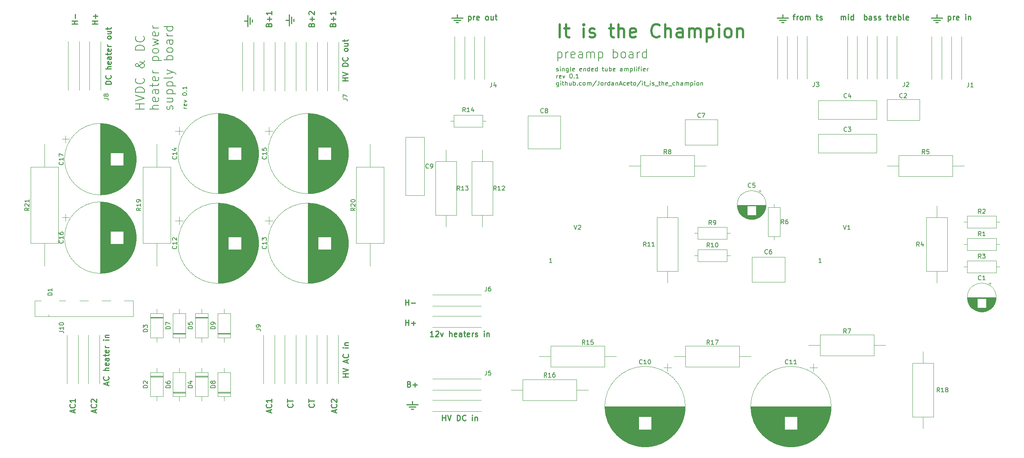
<source format=gto>
G04 #@! TF.GenerationSoftware,KiCad,Pcbnew,6.0.6-3a73a75311~116~ubuntu22.04.1*
G04 #@! TF.CreationDate,2022-07-16T14:36:57-04:00*
G04 #@! TF.ProjectId,it_is_the_champion,69745f69-735f-4746-9865-5f6368616d70,0.1*
G04 #@! TF.SameCoordinates,Original*
G04 #@! TF.FileFunction,Legend,Top*
G04 #@! TF.FilePolarity,Positive*
%FSLAX46Y46*%
G04 Gerber Fmt 4.6, Leading zero omitted, Abs format (unit mm)*
G04 Created by KiCad (PCBNEW 6.0.6-3a73a75311~116~ubuntu22.04.1) date 2022-07-16 14:36:57*
%MOMM*%
%LPD*%
G01*
G04 APERTURE LIST*
%ADD10C,0.250000*%
%ADD11C,0.150000*%
%ADD12C,0.500000*%
%ADD13C,0.120000*%
%ADD14R,1.600000X1.600000*%
%ADD15C,1.600000*%
%ADD16C,2.000000*%
%ADD17C,2.500000*%
%ADD18O,1.600000X1.600000*%
%ADD19C,2.400000*%
%ADD20O,2.400000X2.400000*%
%ADD21C,5.600000*%
%ADD22R,2.400000X2.400000*%
%ADD23C,2.800000*%
%ADD24C,2.550000*%
%ADD25R,2.200000X2.200000*%
%ADD26O,2.200000X2.200000*%
%ADD27C,5.599999*%
%ADD28R,3.200000X3.200000*%
%ADD29C,3.200000*%
%ADD30C,1.000000*%
%ADD31C,6.000000*%
%ADD32C,4.000000*%
%ADD33O,3.500000X3.500000*%
G04 APERTURE END LIST*
D10*
X243586000Y-47498000D02*
X244094000Y-47498000D01*
X243840000Y-46482000D02*
X243840000Y-45720000D01*
X243078000Y-46990000D02*
X244602000Y-46990000D01*
X242570000Y-46482000D02*
X245110000Y-46482000D01*
X87884000Y-48387000D02*
X87884000Y-45847000D01*
X88392000Y-47879000D02*
X88392000Y-46355000D01*
X87884000Y-47117000D02*
X87122000Y-47117000D01*
X88900000Y-47371000D02*
X88900000Y-46863000D01*
X97282000Y-48260000D02*
X97282000Y-45720000D01*
X97790000Y-47752000D02*
X97790000Y-46228000D01*
X97282000Y-46990000D02*
X96520000Y-46990000D01*
X98298000Y-47244000D02*
X98298000Y-46736000D01*
X123825000Y-134112000D02*
X126365000Y-134112000D01*
X124333000Y-134620000D02*
X125857000Y-134620000D01*
X125095000Y-134112000D02*
X125095000Y-133350000D01*
X124841000Y-135128000D02*
X125349000Y-135128000D01*
X207645000Y-46482000D02*
X210185000Y-46482000D01*
X208153000Y-46990000D02*
X209677000Y-46990000D01*
X133985000Y-46482000D02*
X136525000Y-46482000D01*
X208661000Y-47498000D02*
X209169000Y-47498000D01*
X135001000Y-47498000D02*
X135509000Y-47498000D01*
X135255000Y-46482000D02*
X135255000Y-45720000D01*
X208915000Y-46482000D02*
X208915000Y-45720000D01*
X134493000Y-46990000D02*
X136017000Y-46990000D01*
X137815238Y-46087142D02*
X137815238Y-47337142D01*
X137815238Y-46146666D02*
X137934285Y-46087142D01*
X138172380Y-46087142D01*
X138291428Y-46146666D01*
X138350952Y-46206190D01*
X138410476Y-46325238D01*
X138410476Y-46682380D01*
X138350952Y-46801428D01*
X138291428Y-46860952D01*
X138172380Y-46920476D01*
X137934285Y-46920476D01*
X137815238Y-46860952D01*
X138946190Y-46920476D02*
X138946190Y-46087142D01*
X138946190Y-46325238D02*
X139005714Y-46206190D01*
X139065238Y-46146666D01*
X139184285Y-46087142D01*
X139303333Y-46087142D01*
X140196190Y-46860952D02*
X140077142Y-46920476D01*
X139839047Y-46920476D01*
X139720000Y-46860952D01*
X139660476Y-46741904D01*
X139660476Y-46265714D01*
X139720000Y-46146666D01*
X139839047Y-46087142D01*
X140077142Y-46087142D01*
X140196190Y-46146666D01*
X140255714Y-46265714D01*
X140255714Y-46384761D01*
X139660476Y-46503809D01*
X141922380Y-46920476D02*
X141803333Y-46860952D01*
X141743809Y-46801428D01*
X141684285Y-46682380D01*
X141684285Y-46325238D01*
X141743809Y-46206190D01*
X141803333Y-46146666D01*
X141922380Y-46087142D01*
X142100952Y-46087142D01*
X142220000Y-46146666D01*
X142279523Y-46206190D01*
X142339047Y-46325238D01*
X142339047Y-46682380D01*
X142279523Y-46801428D01*
X142220000Y-46860952D01*
X142100952Y-46920476D01*
X141922380Y-46920476D01*
X143410476Y-46087142D02*
X143410476Y-46920476D01*
X142874761Y-46087142D02*
X142874761Y-46741904D01*
X142934285Y-46860952D01*
X143053333Y-46920476D01*
X143231904Y-46920476D01*
X143350952Y-46860952D01*
X143410476Y-46801428D01*
X143827142Y-46087142D02*
X144303333Y-46087142D01*
X144005714Y-45670476D02*
X144005714Y-46741904D01*
X144065238Y-46860952D01*
X144184285Y-46920476D01*
X144303333Y-46920476D01*
X56953476Y-61457285D02*
X55703476Y-61457285D01*
X55703476Y-61159666D01*
X55763000Y-60981095D01*
X55882047Y-60862047D01*
X56001095Y-60802523D01*
X56239190Y-60743000D01*
X56417761Y-60743000D01*
X56655857Y-60802523D01*
X56774904Y-60862047D01*
X56893952Y-60981095D01*
X56953476Y-61159666D01*
X56953476Y-61457285D01*
X56834428Y-59493000D02*
X56893952Y-59552523D01*
X56953476Y-59731095D01*
X56953476Y-59850142D01*
X56893952Y-60028714D01*
X56774904Y-60147761D01*
X56655857Y-60207285D01*
X56417761Y-60266809D01*
X56239190Y-60266809D01*
X56001095Y-60207285D01*
X55882047Y-60147761D01*
X55763000Y-60028714D01*
X55703476Y-59850142D01*
X55703476Y-59731095D01*
X55763000Y-59552523D01*
X55822523Y-59493000D01*
X56953476Y-58004904D02*
X55703476Y-58004904D01*
X56953476Y-57469190D02*
X56298714Y-57469190D01*
X56179666Y-57528714D01*
X56120142Y-57647761D01*
X56120142Y-57826333D01*
X56179666Y-57945380D01*
X56239190Y-58004904D01*
X56893952Y-56397761D02*
X56953476Y-56516809D01*
X56953476Y-56754904D01*
X56893952Y-56873952D01*
X56774904Y-56933476D01*
X56298714Y-56933476D01*
X56179666Y-56873952D01*
X56120142Y-56754904D01*
X56120142Y-56516809D01*
X56179666Y-56397761D01*
X56298714Y-56338238D01*
X56417761Y-56338238D01*
X56536809Y-56933476D01*
X56953476Y-55266809D02*
X56298714Y-55266809D01*
X56179666Y-55326333D01*
X56120142Y-55445380D01*
X56120142Y-55683476D01*
X56179666Y-55802523D01*
X56893952Y-55266809D02*
X56953476Y-55385857D01*
X56953476Y-55683476D01*
X56893952Y-55802523D01*
X56774904Y-55862047D01*
X56655857Y-55862047D01*
X56536809Y-55802523D01*
X56477285Y-55683476D01*
X56477285Y-55385857D01*
X56417761Y-55266809D01*
X56120142Y-54850142D02*
X56120142Y-54373952D01*
X55703476Y-54671571D02*
X56774904Y-54671571D01*
X56893952Y-54612047D01*
X56953476Y-54493000D01*
X56953476Y-54373952D01*
X56893952Y-53481095D02*
X56953476Y-53600142D01*
X56953476Y-53838238D01*
X56893952Y-53957285D01*
X56774904Y-54016809D01*
X56298714Y-54016809D01*
X56179666Y-53957285D01*
X56120142Y-53838238D01*
X56120142Y-53600142D01*
X56179666Y-53481095D01*
X56298714Y-53421571D01*
X56417761Y-53421571D01*
X56536809Y-54016809D01*
X56953476Y-52885857D02*
X56120142Y-52885857D01*
X56358238Y-52885857D02*
X56239190Y-52826333D01*
X56179666Y-52766809D01*
X56120142Y-52647761D01*
X56120142Y-52528714D01*
X56953476Y-50981095D02*
X56893952Y-51100142D01*
X56834428Y-51159666D01*
X56715380Y-51219190D01*
X56358238Y-51219190D01*
X56239190Y-51159666D01*
X56179666Y-51100142D01*
X56120142Y-50981095D01*
X56120142Y-50802523D01*
X56179666Y-50683476D01*
X56239190Y-50623952D01*
X56358238Y-50564428D01*
X56715380Y-50564428D01*
X56834428Y-50623952D01*
X56893952Y-50683476D01*
X56953476Y-50802523D01*
X56953476Y-50981095D01*
X56120142Y-49493000D02*
X56953476Y-49493000D01*
X56120142Y-50028714D02*
X56774904Y-50028714D01*
X56893952Y-49969190D01*
X56953476Y-49850142D01*
X56953476Y-49671571D01*
X56893952Y-49552523D01*
X56834428Y-49493000D01*
X56120142Y-49076333D02*
X56120142Y-48600142D01*
X55703476Y-48897761D02*
X56774904Y-48897761D01*
X56893952Y-48838238D01*
X56953476Y-48719190D01*
X56953476Y-48600142D01*
X107098714Y-48015761D02*
X107158238Y-47837190D01*
X107217761Y-47777666D01*
X107336809Y-47718142D01*
X107515380Y-47718142D01*
X107634428Y-47777666D01*
X107693952Y-47837190D01*
X107753476Y-47956238D01*
X107753476Y-48432428D01*
X106503476Y-48432428D01*
X106503476Y-48015761D01*
X106563000Y-47896714D01*
X106622523Y-47837190D01*
X106741571Y-47777666D01*
X106860619Y-47777666D01*
X106979666Y-47837190D01*
X107039190Y-47896714D01*
X107098714Y-48015761D01*
X107098714Y-48432428D01*
X107277285Y-47182428D02*
X107277285Y-46230047D01*
X107753476Y-46706238D02*
X106801095Y-46706238D01*
X107753476Y-44980047D02*
X107753476Y-45694333D01*
X107753476Y-45337190D02*
X106503476Y-45337190D01*
X106682047Y-45456238D01*
X106801095Y-45575285D01*
X106860619Y-45694333D01*
X102272714Y-48015761D02*
X102332238Y-47837190D01*
X102391761Y-47777666D01*
X102510809Y-47718142D01*
X102689380Y-47718142D01*
X102808428Y-47777666D01*
X102867952Y-47837190D01*
X102927476Y-47956238D01*
X102927476Y-48432428D01*
X101677476Y-48432428D01*
X101677476Y-48015761D01*
X101737000Y-47896714D01*
X101796523Y-47837190D01*
X101915571Y-47777666D01*
X102034619Y-47777666D01*
X102153666Y-47837190D01*
X102213190Y-47896714D01*
X102272714Y-48015761D01*
X102272714Y-48432428D01*
X102451285Y-47182428D02*
X102451285Y-46230047D01*
X102927476Y-46706238D02*
X101975095Y-46706238D01*
X101796523Y-45694333D02*
X101737000Y-45634809D01*
X101677476Y-45515761D01*
X101677476Y-45218142D01*
X101737000Y-45099095D01*
X101796523Y-45039571D01*
X101915571Y-44980047D01*
X102034619Y-44980047D01*
X102213190Y-45039571D01*
X102927476Y-45753857D01*
X102927476Y-44980047D01*
X92620714Y-48015761D02*
X92680238Y-47837190D01*
X92739761Y-47777666D01*
X92858809Y-47718142D01*
X93037380Y-47718142D01*
X93156428Y-47777666D01*
X93215952Y-47837190D01*
X93275476Y-47956238D01*
X93275476Y-48432428D01*
X92025476Y-48432428D01*
X92025476Y-48015761D01*
X92085000Y-47896714D01*
X92144523Y-47837190D01*
X92263571Y-47777666D01*
X92382619Y-47777666D01*
X92501666Y-47837190D01*
X92561190Y-47896714D01*
X92620714Y-48015761D01*
X92620714Y-48432428D01*
X92799285Y-47182428D02*
X92799285Y-46230047D01*
X93275476Y-46706238D02*
X92323095Y-46706238D01*
X93275476Y-44980047D02*
X93275476Y-45694333D01*
X93275476Y-45337190D02*
X92025476Y-45337190D01*
X92204047Y-45456238D01*
X92323095Y-45575285D01*
X92382619Y-45694333D01*
X56088333Y-129636523D02*
X56088333Y-129041285D01*
X56445476Y-129755571D02*
X55195476Y-129338904D01*
X56445476Y-128922238D01*
X56326428Y-127791285D02*
X56385952Y-127850809D01*
X56445476Y-128029380D01*
X56445476Y-128148428D01*
X56385952Y-128327000D01*
X56266904Y-128446047D01*
X56147857Y-128505571D01*
X55909761Y-128565095D01*
X55731190Y-128565095D01*
X55493095Y-128505571D01*
X55374047Y-128446047D01*
X55255000Y-128327000D01*
X55195476Y-128148428D01*
X55195476Y-128029380D01*
X55255000Y-127850809D01*
X55314523Y-127791285D01*
X56445476Y-126303190D02*
X55195476Y-126303190D01*
X56445476Y-125767476D02*
X55790714Y-125767476D01*
X55671666Y-125827000D01*
X55612142Y-125946047D01*
X55612142Y-126124619D01*
X55671666Y-126243666D01*
X55731190Y-126303190D01*
X56385952Y-124696047D02*
X56445476Y-124815095D01*
X56445476Y-125053190D01*
X56385952Y-125172238D01*
X56266904Y-125231761D01*
X55790714Y-125231761D01*
X55671666Y-125172238D01*
X55612142Y-125053190D01*
X55612142Y-124815095D01*
X55671666Y-124696047D01*
X55790714Y-124636523D01*
X55909761Y-124636523D01*
X56028809Y-125231761D01*
X56445476Y-123565095D02*
X55790714Y-123565095D01*
X55671666Y-123624619D01*
X55612142Y-123743666D01*
X55612142Y-123981761D01*
X55671666Y-124100809D01*
X56385952Y-123565095D02*
X56445476Y-123684142D01*
X56445476Y-123981761D01*
X56385952Y-124100809D01*
X56266904Y-124160333D01*
X56147857Y-124160333D01*
X56028809Y-124100809D01*
X55969285Y-123981761D01*
X55969285Y-123684142D01*
X55909761Y-123565095D01*
X55612142Y-123148428D02*
X55612142Y-122672238D01*
X55195476Y-122969857D02*
X56266904Y-122969857D01*
X56385952Y-122910333D01*
X56445476Y-122791285D01*
X56445476Y-122672238D01*
X56385952Y-121779380D02*
X56445476Y-121898428D01*
X56445476Y-122136523D01*
X56385952Y-122255571D01*
X56266904Y-122315095D01*
X55790714Y-122315095D01*
X55671666Y-122255571D01*
X55612142Y-122136523D01*
X55612142Y-121898428D01*
X55671666Y-121779380D01*
X55790714Y-121719857D01*
X55909761Y-121719857D01*
X56028809Y-122315095D01*
X56445476Y-121184142D02*
X55612142Y-121184142D01*
X55850238Y-121184142D02*
X55731190Y-121124619D01*
X55671666Y-121065095D01*
X55612142Y-120946047D01*
X55612142Y-120827000D01*
X56445476Y-119457952D02*
X55612142Y-119457952D01*
X55195476Y-119457952D02*
X55255000Y-119517476D01*
X55314523Y-119457952D01*
X55255000Y-119398428D01*
X55195476Y-119457952D01*
X55314523Y-119457952D01*
X55612142Y-118862714D02*
X56445476Y-118862714D01*
X55731190Y-118862714D02*
X55671666Y-118803190D01*
X55612142Y-118684142D01*
X55612142Y-118505571D01*
X55671666Y-118386523D01*
X55790714Y-118327000D01*
X56445476Y-118327000D01*
X92918333Y-135883857D02*
X92918333Y-135288619D01*
X93275476Y-136002904D02*
X92025476Y-135586238D01*
X93275476Y-135169571D01*
X93156428Y-134038619D02*
X93215952Y-134098142D01*
X93275476Y-134276714D01*
X93275476Y-134395761D01*
X93215952Y-134574333D01*
X93096904Y-134693380D01*
X92977857Y-134752904D01*
X92739761Y-134812428D01*
X92561190Y-134812428D01*
X92323095Y-134752904D01*
X92204047Y-134693380D01*
X92085000Y-134574333D01*
X92025476Y-134395761D01*
X92025476Y-134276714D01*
X92085000Y-134098142D01*
X92144523Y-134038619D01*
X93275476Y-132848142D02*
X93275476Y-133562428D01*
X93275476Y-133205285D02*
X92025476Y-133205285D01*
X92204047Y-133324333D01*
X92323095Y-133443380D01*
X92382619Y-133562428D01*
X107650333Y-135883857D02*
X107650333Y-135288619D01*
X108007476Y-136002904D02*
X106757476Y-135586238D01*
X108007476Y-135169571D01*
X107888428Y-134038619D02*
X107947952Y-134098142D01*
X108007476Y-134276714D01*
X108007476Y-134395761D01*
X107947952Y-134574333D01*
X107828904Y-134693380D01*
X107709857Y-134752904D01*
X107471761Y-134812428D01*
X107293190Y-134812428D01*
X107055095Y-134752904D01*
X106936047Y-134693380D01*
X106817000Y-134574333D01*
X106757476Y-134395761D01*
X106757476Y-134276714D01*
X106817000Y-134098142D01*
X106876523Y-134038619D01*
X106876523Y-133562428D02*
X106817000Y-133502904D01*
X106757476Y-133383857D01*
X106757476Y-133086238D01*
X106817000Y-132967190D01*
X106876523Y-132907666D01*
X106995571Y-132848142D01*
X107114619Y-132848142D01*
X107293190Y-132907666D01*
X108007476Y-133621952D01*
X108007476Y-132848142D01*
X97982428Y-133947285D02*
X98041952Y-134006809D01*
X98101476Y-134185380D01*
X98101476Y-134304428D01*
X98041952Y-134483000D01*
X97922904Y-134602047D01*
X97803857Y-134661571D01*
X97565761Y-134721095D01*
X97387190Y-134721095D01*
X97149095Y-134661571D01*
X97030047Y-134602047D01*
X96911000Y-134483000D01*
X96851476Y-134304428D01*
X96851476Y-134185380D01*
X96911000Y-134006809D01*
X96970523Y-133947285D01*
X96851476Y-133590142D02*
X96851476Y-132875857D01*
X98101476Y-133233000D02*
X96851476Y-133233000D01*
D11*
X64486761Y-67117309D02*
X62486761Y-67117309D01*
X63439142Y-67117309D02*
X63439142Y-65974452D01*
X64486761Y-65974452D02*
X62486761Y-65974452D01*
X62486761Y-65307785D02*
X64486761Y-64641119D01*
X62486761Y-63974452D01*
X64486761Y-63307785D02*
X62486761Y-63307785D01*
X62486761Y-62831595D01*
X62582000Y-62545880D01*
X62772476Y-62355404D01*
X62962952Y-62260166D01*
X63343904Y-62164928D01*
X63629619Y-62164928D01*
X64010571Y-62260166D01*
X64201047Y-62355404D01*
X64391523Y-62545880D01*
X64486761Y-62831595D01*
X64486761Y-63307785D01*
X64296285Y-60164928D02*
X64391523Y-60260166D01*
X64486761Y-60545880D01*
X64486761Y-60736357D01*
X64391523Y-61022071D01*
X64201047Y-61212547D01*
X64010571Y-61307785D01*
X63629619Y-61403023D01*
X63343904Y-61403023D01*
X62962952Y-61307785D01*
X62772476Y-61212547D01*
X62582000Y-61022071D01*
X62486761Y-60736357D01*
X62486761Y-60545880D01*
X62582000Y-60260166D01*
X62677238Y-60164928D01*
X64486761Y-56164928D02*
X64486761Y-56260166D01*
X64391523Y-56450642D01*
X64105809Y-56736357D01*
X63534380Y-57212547D01*
X63248666Y-57403023D01*
X62962952Y-57498261D01*
X62772476Y-57498261D01*
X62582000Y-57403023D01*
X62486761Y-57212547D01*
X62486761Y-57117309D01*
X62582000Y-56926833D01*
X62772476Y-56831595D01*
X62867714Y-56831595D01*
X63058190Y-56926833D01*
X63153428Y-57022071D01*
X63534380Y-57593500D01*
X63629619Y-57688738D01*
X63820095Y-57783976D01*
X64105809Y-57783976D01*
X64296285Y-57688738D01*
X64391523Y-57593500D01*
X64486761Y-57403023D01*
X64486761Y-57117309D01*
X64391523Y-56926833D01*
X64296285Y-56831595D01*
X63915333Y-56545880D01*
X63629619Y-56450642D01*
X63439142Y-56450642D01*
X64486761Y-53783976D02*
X62486761Y-53783976D01*
X62486761Y-53307785D01*
X62582000Y-53022071D01*
X62772476Y-52831595D01*
X62962952Y-52736357D01*
X63343904Y-52641119D01*
X63629619Y-52641119D01*
X64010571Y-52736357D01*
X64201047Y-52831595D01*
X64391523Y-53022071D01*
X64486761Y-53307785D01*
X64486761Y-53783976D01*
X64296285Y-50641119D02*
X64391523Y-50736357D01*
X64486761Y-51022071D01*
X64486761Y-51212547D01*
X64391523Y-51498261D01*
X64201047Y-51688738D01*
X64010571Y-51783976D01*
X63629619Y-51879214D01*
X63343904Y-51879214D01*
X62962952Y-51783976D01*
X62772476Y-51688738D01*
X62582000Y-51498261D01*
X62486761Y-51212547D01*
X62486761Y-51022071D01*
X62582000Y-50736357D01*
X62677238Y-50641119D01*
X67706761Y-67117309D02*
X65706761Y-67117309D01*
X67706761Y-66260166D02*
X66659142Y-66260166D01*
X66468666Y-66355404D01*
X66373428Y-66545880D01*
X66373428Y-66831595D01*
X66468666Y-67022071D01*
X66563904Y-67117309D01*
X67611523Y-64545880D02*
X67706761Y-64736357D01*
X67706761Y-65117309D01*
X67611523Y-65307785D01*
X67421047Y-65403023D01*
X66659142Y-65403023D01*
X66468666Y-65307785D01*
X66373428Y-65117309D01*
X66373428Y-64736357D01*
X66468666Y-64545880D01*
X66659142Y-64450642D01*
X66849619Y-64450642D01*
X67040095Y-65403023D01*
X67706761Y-62736357D02*
X66659142Y-62736357D01*
X66468666Y-62831595D01*
X66373428Y-63022071D01*
X66373428Y-63403023D01*
X66468666Y-63593500D01*
X67611523Y-62736357D02*
X67706761Y-62926833D01*
X67706761Y-63403023D01*
X67611523Y-63593500D01*
X67421047Y-63688738D01*
X67230571Y-63688738D01*
X67040095Y-63593500D01*
X66944857Y-63403023D01*
X66944857Y-62926833D01*
X66849619Y-62736357D01*
X66373428Y-62069690D02*
X66373428Y-61307785D01*
X65706761Y-61783976D02*
X67421047Y-61783976D01*
X67611523Y-61688738D01*
X67706761Y-61498261D01*
X67706761Y-61307785D01*
X67611523Y-59879214D02*
X67706761Y-60069690D01*
X67706761Y-60450642D01*
X67611523Y-60641119D01*
X67421047Y-60736357D01*
X66659142Y-60736357D01*
X66468666Y-60641119D01*
X66373428Y-60450642D01*
X66373428Y-60069690D01*
X66468666Y-59879214D01*
X66659142Y-59783976D01*
X66849619Y-59783976D01*
X67040095Y-60736357D01*
X67706761Y-58926833D02*
X66373428Y-58926833D01*
X66754380Y-58926833D02*
X66563904Y-58831595D01*
X66468666Y-58736357D01*
X66373428Y-58545880D01*
X66373428Y-58355404D01*
X66373428Y-56164928D02*
X68373428Y-56164928D01*
X66468666Y-56164928D02*
X66373428Y-55974452D01*
X66373428Y-55593500D01*
X66468666Y-55403023D01*
X66563904Y-55307785D01*
X66754380Y-55212547D01*
X67325809Y-55212547D01*
X67516285Y-55307785D01*
X67611523Y-55403023D01*
X67706761Y-55593500D01*
X67706761Y-55974452D01*
X67611523Y-56164928D01*
X67706761Y-54069690D02*
X67611523Y-54260166D01*
X67516285Y-54355404D01*
X67325809Y-54450642D01*
X66754380Y-54450642D01*
X66563904Y-54355404D01*
X66468666Y-54260166D01*
X66373428Y-54069690D01*
X66373428Y-53783976D01*
X66468666Y-53593500D01*
X66563904Y-53498261D01*
X66754380Y-53403023D01*
X67325809Y-53403023D01*
X67516285Y-53498261D01*
X67611523Y-53593500D01*
X67706761Y-53783976D01*
X67706761Y-54069690D01*
X66373428Y-52736357D02*
X67706761Y-52355404D01*
X66754380Y-51974452D01*
X67706761Y-51593500D01*
X66373428Y-51212547D01*
X67611523Y-49688738D02*
X67706761Y-49879214D01*
X67706761Y-50260166D01*
X67611523Y-50450642D01*
X67421047Y-50545880D01*
X66659142Y-50545880D01*
X66468666Y-50450642D01*
X66373428Y-50260166D01*
X66373428Y-49879214D01*
X66468666Y-49688738D01*
X66659142Y-49593500D01*
X66849619Y-49593500D01*
X67040095Y-50545880D01*
X67706761Y-48736357D02*
X66373428Y-48736357D01*
X66754380Y-48736357D02*
X66563904Y-48641119D01*
X66468666Y-48545880D01*
X66373428Y-48355404D01*
X66373428Y-48164928D01*
X70831523Y-67212547D02*
X70926761Y-67022071D01*
X70926761Y-66641119D01*
X70831523Y-66450642D01*
X70641047Y-66355404D01*
X70545809Y-66355404D01*
X70355333Y-66450642D01*
X70260095Y-66641119D01*
X70260095Y-66926833D01*
X70164857Y-67117309D01*
X69974380Y-67212547D01*
X69879142Y-67212547D01*
X69688666Y-67117309D01*
X69593428Y-66926833D01*
X69593428Y-66641119D01*
X69688666Y-66450642D01*
X69593428Y-64641119D02*
X70926761Y-64641119D01*
X69593428Y-65498261D02*
X70641047Y-65498261D01*
X70831523Y-65403023D01*
X70926761Y-65212547D01*
X70926761Y-64926833D01*
X70831523Y-64736357D01*
X70736285Y-64641119D01*
X69593428Y-63688738D02*
X71593428Y-63688738D01*
X69688666Y-63688738D02*
X69593428Y-63498261D01*
X69593428Y-63117309D01*
X69688666Y-62926833D01*
X69783904Y-62831595D01*
X69974380Y-62736357D01*
X70545809Y-62736357D01*
X70736285Y-62831595D01*
X70831523Y-62926833D01*
X70926761Y-63117309D01*
X70926761Y-63498261D01*
X70831523Y-63688738D01*
X69593428Y-61879214D02*
X71593428Y-61879214D01*
X69688666Y-61879214D02*
X69593428Y-61688738D01*
X69593428Y-61307785D01*
X69688666Y-61117309D01*
X69783904Y-61022071D01*
X69974380Y-60926833D01*
X70545809Y-60926833D01*
X70736285Y-61022071D01*
X70831523Y-61117309D01*
X70926761Y-61307785D01*
X70926761Y-61688738D01*
X70831523Y-61879214D01*
X70926761Y-59783976D02*
X70831523Y-59974452D01*
X70641047Y-60069690D01*
X68926761Y-60069690D01*
X69593428Y-59212547D02*
X70926761Y-58736357D01*
X69593428Y-58260166D02*
X70926761Y-58736357D01*
X71402952Y-58926833D01*
X71498190Y-59022071D01*
X71593428Y-59212547D01*
X70926761Y-55974452D02*
X68926761Y-55974452D01*
X69688666Y-55974452D02*
X69593428Y-55783976D01*
X69593428Y-55403023D01*
X69688666Y-55212547D01*
X69783904Y-55117309D01*
X69974380Y-55022071D01*
X70545809Y-55022071D01*
X70736285Y-55117309D01*
X70831523Y-55212547D01*
X70926761Y-55403023D01*
X70926761Y-55783976D01*
X70831523Y-55974452D01*
X70926761Y-53879214D02*
X70831523Y-54069690D01*
X70736285Y-54164928D01*
X70545809Y-54260166D01*
X69974380Y-54260166D01*
X69783904Y-54164928D01*
X69688666Y-54069690D01*
X69593428Y-53879214D01*
X69593428Y-53593500D01*
X69688666Y-53403023D01*
X69783904Y-53307785D01*
X69974380Y-53212547D01*
X70545809Y-53212547D01*
X70736285Y-53307785D01*
X70831523Y-53403023D01*
X70926761Y-53593500D01*
X70926761Y-53879214D01*
X70926761Y-51498261D02*
X69879142Y-51498261D01*
X69688666Y-51593500D01*
X69593428Y-51783976D01*
X69593428Y-52164928D01*
X69688666Y-52355404D01*
X70831523Y-51498261D02*
X70926761Y-51688738D01*
X70926761Y-52164928D01*
X70831523Y-52355404D01*
X70641047Y-52450642D01*
X70450571Y-52450642D01*
X70260095Y-52355404D01*
X70164857Y-52164928D01*
X70164857Y-51688738D01*
X70069619Y-51498261D01*
X70926761Y-50545880D02*
X69593428Y-50545880D01*
X69974380Y-50545880D02*
X69783904Y-50450642D01*
X69688666Y-50355404D01*
X69593428Y-50164928D01*
X69593428Y-49974452D01*
X70926761Y-48450642D02*
X68926761Y-48450642D01*
X70831523Y-48450642D02*
X70926761Y-48641119D01*
X70926761Y-49022071D01*
X70831523Y-49212547D01*
X70736285Y-49307785D01*
X70545809Y-49403023D01*
X69974380Y-49403023D01*
X69783904Y-49307785D01*
X69688666Y-49212547D01*
X69593428Y-49022071D01*
X69593428Y-48641119D01*
X69688666Y-48450642D01*
D10*
X110674476Y-127821047D02*
X109424476Y-127821047D01*
X110019714Y-127821047D02*
X110019714Y-127106761D01*
X110674476Y-127106761D02*
X109424476Y-127106761D01*
X109424476Y-126690095D02*
X110674476Y-126273428D01*
X109424476Y-125856761D01*
X110317333Y-124547238D02*
X110317333Y-123952000D01*
X110674476Y-124666285D02*
X109424476Y-124249619D01*
X110674476Y-123832952D01*
X110555428Y-122702000D02*
X110614952Y-122761523D01*
X110674476Y-122940095D01*
X110674476Y-123059142D01*
X110614952Y-123237714D01*
X110495904Y-123356761D01*
X110376857Y-123416285D01*
X110138761Y-123475809D01*
X109960190Y-123475809D01*
X109722095Y-123416285D01*
X109603047Y-123356761D01*
X109484000Y-123237714D01*
X109424476Y-123059142D01*
X109424476Y-122940095D01*
X109484000Y-122761523D01*
X109543523Y-122702000D01*
X110674476Y-121213904D02*
X109841142Y-121213904D01*
X109424476Y-121213904D02*
X109484000Y-121273428D01*
X109543523Y-121213904D01*
X109484000Y-121154380D01*
X109424476Y-121213904D01*
X109543523Y-121213904D01*
X109841142Y-120618666D02*
X110674476Y-120618666D01*
X109960190Y-120618666D02*
X109900666Y-120559142D01*
X109841142Y-120440095D01*
X109841142Y-120261523D01*
X109900666Y-120142476D01*
X110019714Y-120082952D01*
X110674476Y-120082952D01*
X110547476Y-60717333D02*
X109297476Y-60717333D01*
X109892714Y-60717333D02*
X109892714Y-60003047D01*
X110547476Y-60003047D02*
X109297476Y-60003047D01*
X109297476Y-59586380D02*
X110547476Y-59169714D01*
X109297476Y-58753047D01*
X110547476Y-57384000D02*
X109297476Y-57384000D01*
X109297476Y-57086380D01*
X109357000Y-56907809D01*
X109476047Y-56788761D01*
X109595095Y-56729238D01*
X109833190Y-56669714D01*
X110011761Y-56669714D01*
X110249857Y-56729238D01*
X110368904Y-56788761D01*
X110487952Y-56907809D01*
X110547476Y-57086380D01*
X110547476Y-57384000D01*
X110428428Y-55419714D02*
X110487952Y-55479238D01*
X110547476Y-55657809D01*
X110547476Y-55776857D01*
X110487952Y-55955428D01*
X110368904Y-56074476D01*
X110249857Y-56134000D01*
X110011761Y-56193523D01*
X109833190Y-56193523D01*
X109595095Y-56134000D01*
X109476047Y-56074476D01*
X109357000Y-55955428D01*
X109297476Y-55776857D01*
X109297476Y-55657809D01*
X109357000Y-55479238D01*
X109416523Y-55419714D01*
X110547476Y-53753047D02*
X110487952Y-53872095D01*
X110428428Y-53931619D01*
X110309380Y-53991142D01*
X109952238Y-53991142D01*
X109833190Y-53931619D01*
X109773666Y-53872095D01*
X109714142Y-53753047D01*
X109714142Y-53574476D01*
X109773666Y-53455428D01*
X109833190Y-53395904D01*
X109952238Y-53336380D01*
X110309380Y-53336380D01*
X110428428Y-53395904D01*
X110487952Y-53455428D01*
X110547476Y-53574476D01*
X110547476Y-53753047D01*
X109714142Y-52264952D02*
X110547476Y-52264952D01*
X109714142Y-52800666D02*
X110368904Y-52800666D01*
X110487952Y-52741142D01*
X110547476Y-52622095D01*
X110547476Y-52443523D01*
X110487952Y-52324476D01*
X110428428Y-52264952D01*
X109714142Y-51848285D02*
X109714142Y-51372095D01*
X109297476Y-51669714D02*
X110368904Y-51669714D01*
X110487952Y-51610190D01*
X110547476Y-51491142D01*
X110547476Y-51372095D01*
D11*
X74112380Y-66974404D02*
X73445714Y-66974404D01*
X73636190Y-66974404D02*
X73540952Y-66926785D01*
X73493333Y-66879166D01*
X73445714Y-66783928D01*
X73445714Y-66688690D01*
X74064761Y-65974404D02*
X74112380Y-66069642D01*
X74112380Y-66260119D01*
X74064761Y-66355357D01*
X73969523Y-66402976D01*
X73588571Y-66402976D01*
X73493333Y-66355357D01*
X73445714Y-66260119D01*
X73445714Y-66069642D01*
X73493333Y-65974404D01*
X73588571Y-65926785D01*
X73683809Y-65926785D01*
X73779047Y-66402976D01*
X73445714Y-65593452D02*
X74112380Y-65355357D01*
X73445714Y-65117261D01*
X73112380Y-63783928D02*
X73112380Y-63688690D01*
X73160000Y-63593452D01*
X73207619Y-63545833D01*
X73302857Y-63498214D01*
X73493333Y-63450595D01*
X73731428Y-63450595D01*
X73921904Y-63498214D01*
X74017142Y-63545833D01*
X74064761Y-63593452D01*
X74112380Y-63688690D01*
X74112380Y-63783928D01*
X74064761Y-63879166D01*
X74017142Y-63926785D01*
X73921904Y-63974404D01*
X73731428Y-64022023D01*
X73493333Y-64022023D01*
X73302857Y-63974404D01*
X73207619Y-63926785D01*
X73160000Y-63879166D01*
X73112380Y-63783928D01*
X74017142Y-63022023D02*
X74064761Y-62974404D01*
X74112380Y-63022023D01*
X74064761Y-63069642D01*
X74017142Y-63022023D01*
X74112380Y-63022023D01*
X74112380Y-62022023D02*
X74112380Y-62593452D01*
X74112380Y-62307738D02*
X73112380Y-62307738D01*
X73255238Y-62402976D01*
X73350476Y-62498214D01*
X73398095Y-62593452D01*
D12*
X158519285Y-50887142D02*
X158519285Y-47887142D01*
X159519285Y-48887142D02*
X160662142Y-48887142D01*
X159947857Y-47887142D02*
X159947857Y-50458571D01*
X160090714Y-50744285D01*
X160376428Y-50887142D01*
X160662142Y-50887142D01*
X163947857Y-50887142D02*
X163947857Y-48887142D01*
X163947857Y-47887142D02*
X163805000Y-48030000D01*
X163947857Y-48172857D01*
X164090714Y-48030000D01*
X163947857Y-47887142D01*
X163947857Y-48172857D01*
X165233571Y-50744285D02*
X165519285Y-50887142D01*
X166090714Y-50887142D01*
X166376428Y-50744285D01*
X166519285Y-50458571D01*
X166519285Y-50315714D01*
X166376428Y-50030000D01*
X166090714Y-49887142D01*
X165662142Y-49887142D01*
X165376428Y-49744285D01*
X165233571Y-49458571D01*
X165233571Y-49315714D01*
X165376428Y-49030000D01*
X165662142Y-48887142D01*
X166090714Y-48887142D01*
X166376428Y-49030000D01*
X169662142Y-48887142D02*
X170805000Y-48887142D01*
X170090714Y-47887142D02*
X170090714Y-50458571D01*
X170233571Y-50744285D01*
X170519285Y-50887142D01*
X170805000Y-50887142D01*
X171805000Y-50887142D02*
X171805000Y-47887142D01*
X173090714Y-50887142D02*
X173090714Y-49315714D01*
X172947857Y-49030000D01*
X172662142Y-48887142D01*
X172233571Y-48887142D01*
X171947857Y-49030000D01*
X171805000Y-49172857D01*
X175662142Y-50744285D02*
X175376428Y-50887142D01*
X174805000Y-50887142D01*
X174519285Y-50744285D01*
X174376428Y-50458571D01*
X174376428Y-49315714D01*
X174519285Y-49030000D01*
X174805000Y-48887142D01*
X175376428Y-48887142D01*
X175662142Y-49030000D01*
X175805000Y-49315714D01*
X175805000Y-49601428D01*
X174376428Y-49887142D01*
X181090714Y-50601428D02*
X180947857Y-50744285D01*
X180519285Y-50887142D01*
X180233571Y-50887142D01*
X179805000Y-50744285D01*
X179519285Y-50458571D01*
X179376428Y-50172857D01*
X179233571Y-49601428D01*
X179233571Y-49172857D01*
X179376428Y-48601428D01*
X179519285Y-48315714D01*
X179805000Y-48030000D01*
X180233571Y-47887142D01*
X180519285Y-47887142D01*
X180947857Y-48030000D01*
X181090714Y-48172857D01*
X182376428Y-50887142D02*
X182376428Y-47887142D01*
X183662142Y-50887142D02*
X183662142Y-49315714D01*
X183519285Y-49030000D01*
X183233571Y-48887142D01*
X182805000Y-48887142D01*
X182519285Y-49030000D01*
X182376428Y-49172857D01*
X186376428Y-50887142D02*
X186376428Y-49315714D01*
X186233571Y-49030000D01*
X185947857Y-48887142D01*
X185376428Y-48887142D01*
X185090714Y-49030000D01*
X186376428Y-50744285D02*
X186090714Y-50887142D01*
X185376428Y-50887142D01*
X185090714Y-50744285D01*
X184947857Y-50458571D01*
X184947857Y-50172857D01*
X185090714Y-49887142D01*
X185376428Y-49744285D01*
X186090714Y-49744285D01*
X186376428Y-49601428D01*
X187805000Y-50887142D02*
X187805000Y-48887142D01*
X187805000Y-49172857D02*
X187947857Y-49030000D01*
X188233571Y-48887142D01*
X188662142Y-48887142D01*
X188947857Y-49030000D01*
X189090714Y-49315714D01*
X189090714Y-50887142D01*
X189090714Y-49315714D02*
X189233571Y-49030000D01*
X189519285Y-48887142D01*
X189947857Y-48887142D01*
X190233571Y-49030000D01*
X190376428Y-49315714D01*
X190376428Y-50887142D01*
X191805000Y-48887142D02*
X191805000Y-51887142D01*
X191805000Y-49030000D02*
X192090714Y-48887142D01*
X192662142Y-48887142D01*
X192947857Y-49030000D01*
X193090714Y-49172857D01*
X193233571Y-49458571D01*
X193233571Y-50315714D01*
X193090714Y-50601428D01*
X192947857Y-50744285D01*
X192662142Y-50887142D01*
X192090714Y-50887142D01*
X191805000Y-50744285D01*
X194519285Y-50887142D02*
X194519285Y-48887142D01*
X194519285Y-47887142D02*
X194376428Y-48030000D01*
X194519285Y-48172857D01*
X194662142Y-48030000D01*
X194519285Y-47887142D01*
X194519285Y-48172857D01*
X196376428Y-50887142D02*
X196090714Y-50744285D01*
X195947857Y-50601428D01*
X195805000Y-50315714D01*
X195805000Y-49458571D01*
X195947857Y-49172857D01*
X196090714Y-49030000D01*
X196376428Y-48887142D01*
X196805000Y-48887142D01*
X197090714Y-49030000D01*
X197233571Y-49172857D01*
X197376428Y-49458571D01*
X197376428Y-50315714D01*
X197233571Y-50601428D01*
X197090714Y-50744285D01*
X196805000Y-50887142D01*
X196376428Y-50887142D01*
X198662142Y-48887142D02*
X198662142Y-50887142D01*
X198662142Y-49172857D02*
X198805000Y-49030000D01*
X199090714Y-48887142D01*
X199519285Y-48887142D01*
X199805000Y-49030000D01*
X199947857Y-49315714D01*
X199947857Y-50887142D01*
D11*
X158053690Y-54181428D02*
X158053690Y-56181428D01*
X158053690Y-54276666D02*
X158244166Y-54181428D01*
X158625119Y-54181428D01*
X158815595Y-54276666D01*
X158910833Y-54371904D01*
X159006071Y-54562380D01*
X159006071Y-55133809D01*
X158910833Y-55324285D01*
X158815595Y-55419523D01*
X158625119Y-55514761D01*
X158244166Y-55514761D01*
X158053690Y-55419523D01*
X159863214Y-55514761D02*
X159863214Y-54181428D01*
X159863214Y-54562380D02*
X159958452Y-54371904D01*
X160053690Y-54276666D01*
X160244166Y-54181428D01*
X160434642Y-54181428D01*
X161863214Y-55419523D02*
X161672738Y-55514761D01*
X161291785Y-55514761D01*
X161101309Y-55419523D01*
X161006071Y-55229047D01*
X161006071Y-54467142D01*
X161101309Y-54276666D01*
X161291785Y-54181428D01*
X161672738Y-54181428D01*
X161863214Y-54276666D01*
X161958452Y-54467142D01*
X161958452Y-54657619D01*
X161006071Y-54848095D01*
X163672738Y-55514761D02*
X163672738Y-54467142D01*
X163577500Y-54276666D01*
X163387023Y-54181428D01*
X163006071Y-54181428D01*
X162815595Y-54276666D01*
X163672738Y-55419523D02*
X163482261Y-55514761D01*
X163006071Y-55514761D01*
X162815595Y-55419523D01*
X162720357Y-55229047D01*
X162720357Y-55038571D01*
X162815595Y-54848095D01*
X163006071Y-54752857D01*
X163482261Y-54752857D01*
X163672738Y-54657619D01*
X164625119Y-55514761D02*
X164625119Y-54181428D01*
X164625119Y-54371904D02*
X164720357Y-54276666D01*
X164910833Y-54181428D01*
X165196547Y-54181428D01*
X165387023Y-54276666D01*
X165482261Y-54467142D01*
X165482261Y-55514761D01*
X165482261Y-54467142D02*
X165577500Y-54276666D01*
X165767976Y-54181428D01*
X166053690Y-54181428D01*
X166244166Y-54276666D01*
X166339404Y-54467142D01*
X166339404Y-55514761D01*
X167291785Y-54181428D02*
X167291785Y-56181428D01*
X167291785Y-54276666D02*
X167482261Y-54181428D01*
X167863214Y-54181428D01*
X168053690Y-54276666D01*
X168148928Y-54371904D01*
X168244166Y-54562380D01*
X168244166Y-55133809D01*
X168148928Y-55324285D01*
X168053690Y-55419523D01*
X167863214Y-55514761D01*
X167482261Y-55514761D01*
X167291785Y-55419523D01*
X170625119Y-55514761D02*
X170625119Y-53514761D01*
X170625119Y-54276666D02*
X170815595Y-54181428D01*
X171196547Y-54181428D01*
X171387023Y-54276666D01*
X171482261Y-54371904D01*
X171577500Y-54562380D01*
X171577500Y-55133809D01*
X171482261Y-55324285D01*
X171387023Y-55419523D01*
X171196547Y-55514761D01*
X170815595Y-55514761D01*
X170625119Y-55419523D01*
X172720357Y-55514761D02*
X172529880Y-55419523D01*
X172434642Y-55324285D01*
X172339404Y-55133809D01*
X172339404Y-54562380D01*
X172434642Y-54371904D01*
X172529880Y-54276666D01*
X172720357Y-54181428D01*
X173006071Y-54181428D01*
X173196547Y-54276666D01*
X173291785Y-54371904D01*
X173387023Y-54562380D01*
X173387023Y-55133809D01*
X173291785Y-55324285D01*
X173196547Y-55419523D01*
X173006071Y-55514761D01*
X172720357Y-55514761D01*
X175101309Y-55514761D02*
X175101309Y-54467142D01*
X175006071Y-54276666D01*
X174815595Y-54181428D01*
X174434642Y-54181428D01*
X174244166Y-54276666D01*
X175101309Y-55419523D02*
X174910833Y-55514761D01*
X174434642Y-55514761D01*
X174244166Y-55419523D01*
X174148928Y-55229047D01*
X174148928Y-55038571D01*
X174244166Y-54848095D01*
X174434642Y-54752857D01*
X174910833Y-54752857D01*
X175101309Y-54657619D01*
X176053690Y-55514761D02*
X176053690Y-54181428D01*
X176053690Y-54562380D02*
X176148928Y-54371904D01*
X176244166Y-54276666D01*
X176434642Y-54181428D01*
X176625119Y-54181428D01*
X178148928Y-55514761D02*
X178148928Y-53514761D01*
X178148928Y-55419523D02*
X177958452Y-55514761D01*
X177577500Y-55514761D01*
X177387023Y-55419523D01*
X177291785Y-55324285D01*
X177196547Y-55133809D01*
X177196547Y-54562380D01*
X177291785Y-54371904D01*
X177387023Y-54276666D01*
X177577500Y-54181428D01*
X177958452Y-54181428D01*
X178148928Y-54276666D01*
D10*
X124410476Y-129450714D02*
X124589047Y-129510238D01*
X124648571Y-129569761D01*
X124708095Y-129688809D01*
X124708095Y-129867380D01*
X124648571Y-129986428D01*
X124589047Y-130045952D01*
X124470000Y-130105476D01*
X123993809Y-130105476D01*
X123993809Y-128855476D01*
X124410476Y-128855476D01*
X124529523Y-128915000D01*
X124589047Y-128974523D01*
X124648571Y-129093571D01*
X124648571Y-129212619D01*
X124589047Y-129331666D01*
X124529523Y-129391190D01*
X124410476Y-129450714D01*
X123993809Y-129450714D01*
X125243809Y-129629285D02*
X126196190Y-129629285D01*
X125720000Y-130105476D02*
X125720000Y-129153095D01*
X49333476Y-47866952D02*
X48083476Y-47866952D01*
X48678714Y-47866952D02*
X48678714Y-47152666D01*
X49333476Y-47152666D02*
X48083476Y-47152666D01*
X48857285Y-46557428D02*
X48857285Y-45605047D01*
X102808428Y-133947285D02*
X102867952Y-134006809D01*
X102927476Y-134185380D01*
X102927476Y-134304428D01*
X102867952Y-134483000D01*
X102748904Y-134602047D01*
X102629857Y-134661571D01*
X102391761Y-134721095D01*
X102213190Y-134721095D01*
X101975095Y-134661571D01*
X101856047Y-134602047D01*
X101737000Y-134483000D01*
X101677476Y-134304428D01*
X101677476Y-134185380D01*
X101737000Y-134006809D01*
X101796523Y-133947285D01*
X101677476Y-133590142D02*
X101677476Y-132875857D01*
X102927476Y-133233000D02*
X101677476Y-133233000D01*
X131931666Y-137725476D02*
X131931666Y-136475476D01*
X131931666Y-137070714D02*
X132645952Y-137070714D01*
X132645952Y-137725476D02*
X132645952Y-136475476D01*
X133062619Y-136475476D02*
X133479285Y-137725476D01*
X133895952Y-136475476D01*
X135265000Y-137725476D02*
X135265000Y-136475476D01*
X135562619Y-136475476D01*
X135741190Y-136535000D01*
X135860238Y-136654047D01*
X135919761Y-136773095D01*
X135979285Y-137011190D01*
X135979285Y-137189761D01*
X135919761Y-137427857D01*
X135860238Y-137546904D01*
X135741190Y-137665952D01*
X135562619Y-137725476D01*
X135265000Y-137725476D01*
X137229285Y-137606428D02*
X137169761Y-137665952D01*
X136991190Y-137725476D01*
X136872142Y-137725476D01*
X136693571Y-137665952D01*
X136574523Y-137546904D01*
X136515000Y-137427857D01*
X136455476Y-137189761D01*
X136455476Y-137011190D01*
X136515000Y-136773095D01*
X136574523Y-136654047D01*
X136693571Y-136535000D01*
X136872142Y-136475476D01*
X136991190Y-136475476D01*
X137169761Y-136535000D01*
X137229285Y-136594523D01*
X138717380Y-137725476D02*
X138717380Y-136892142D01*
X138717380Y-136475476D02*
X138657857Y-136535000D01*
X138717380Y-136594523D01*
X138776904Y-136535000D01*
X138717380Y-136475476D01*
X138717380Y-136594523D01*
X139312619Y-136892142D02*
X139312619Y-137725476D01*
X139312619Y-137011190D02*
X139372142Y-136951666D01*
X139491190Y-136892142D01*
X139669761Y-136892142D01*
X139788809Y-136951666D01*
X139848333Y-137070714D01*
X139848333Y-137725476D01*
X123583047Y-111563476D02*
X123583047Y-110313476D01*
X123583047Y-110908714D02*
X124297333Y-110908714D01*
X124297333Y-111563476D02*
X124297333Y-110313476D01*
X124892571Y-111087285D02*
X125844952Y-111087285D01*
X123583047Y-116135476D02*
X123583047Y-114885476D01*
X123583047Y-115480714D02*
X124297333Y-115480714D01*
X124297333Y-116135476D02*
X124297333Y-114885476D01*
X124892571Y-115659285D02*
X125844952Y-115659285D01*
X125368761Y-116135476D02*
X125368761Y-115183095D01*
D11*
X217709714Y-101925380D02*
X217138285Y-101925380D01*
X217424000Y-101925380D02*
X217424000Y-100925380D01*
X217328761Y-101068238D01*
X217233523Y-101163476D01*
X217138285Y-101211095D01*
D10*
X48468333Y-135883857D02*
X48468333Y-135288619D01*
X48825476Y-136002904D02*
X47575476Y-135586238D01*
X48825476Y-135169571D01*
X48706428Y-134038619D02*
X48765952Y-134098142D01*
X48825476Y-134276714D01*
X48825476Y-134395761D01*
X48765952Y-134574333D01*
X48646904Y-134693380D01*
X48527857Y-134752904D01*
X48289761Y-134812428D01*
X48111190Y-134812428D01*
X47873095Y-134752904D01*
X47754047Y-134693380D01*
X47635000Y-134574333D01*
X47575476Y-134395761D01*
X47575476Y-134276714D01*
X47635000Y-134098142D01*
X47694523Y-134038619D01*
X48825476Y-132848142D02*
X48825476Y-133562428D01*
X48825476Y-133205285D02*
X47575476Y-133205285D01*
X47754047Y-133324333D01*
X47873095Y-133443380D01*
X47932619Y-133562428D01*
X232360714Y-46087142D02*
X232836904Y-46087142D01*
X232539285Y-45670476D02*
X232539285Y-46741904D01*
X232598809Y-46860952D01*
X232717857Y-46920476D01*
X232836904Y-46920476D01*
X233253571Y-46920476D02*
X233253571Y-46087142D01*
X233253571Y-46325238D02*
X233313095Y-46206190D01*
X233372619Y-46146666D01*
X233491666Y-46087142D01*
X233610714Y-46087142D01*
X234503571Y-46860952D02*
X234384523Y-46920476D01*
X234146428Y-46920476D01*
X234027380Y-46860952D01*
X233967857Y-46741904D01*
X233967857Y-46265714D01*
X234027380Y-46146666D01*
X234146428Y-46087142D01*
X234384523Y-46087142D01*
X234503571Y-46146666D01*
X234563095Y-46265714D01*
X234563095Y-46384761D01*
X233967857Y-46503809D01*
X235098809Y-46920476D02*
X235098809Y-45670476D01*
X235098809Y-46146666D02*
X235217857Y-46087142D01*
X235455952Y-46087142D01*
X235575000Y-46146666D01*
X235634523Y-46206190D01*
X235694047Y-46325238D01*
X235694047Y-46682380D01*
X235634523Y-46801428D01*
X235575000Y-46860952D01*
X235455952Y-46920476D01*
X235217857Y-46920476D01*
X235098809Y-46860952D01*
X236408333Y-46920476D02*
X236289285Y-46860952D01*
X236229761Y-46741904D01*
X236229761Y-45670476D01*
X237360714Y-46860952D02*
X237241666Y-46920476D01*
X237003571Y-46920476D01*
X236884523Y-46860952D01*
X236825000Y-46741904D01*
X236825000Y-46265714D01*
X236884523Y-46146666D01*
X237003571Y-46087142D01*
X237241666Y-46087142D01*
X237360714Y-46146666D01*
X237420238Y-46265714D01*
X237420238Y-46384761D01*
X236825000Y-46503809D01*
D11*
X156749714Y-101925380D02*
X156178285Y-101925380D01*
X156464000Y-101925380D02*
X156464000Y-100925380D01*
X156368761Y-101068238D01*
X156273523Y-101163476D01*
X156178285Y-101211095D01*
D10*
X53905476Y-47866952D02*
X52655476Y-47866952D01*
X53250714Y-47866952D02*
X53250714Y-47152666D01*
X53905476Y-47152666D02*
X52655476Y-47152666D01*
X53429285Y-46557428D02*
X53429285Y-45605047D01*
X53905476Y-46081238D02*
X52953095Y-46081238D01*
X53294333Y-135883857D02*
X53294333Y-135288619D01*
X53651476Y-136002904D02*
X52401476Y-135586238D01*
X53651476Y-135169571D01*
X53532428Y-134038619D02*
X53591952Y-134098142D01*
X53651476Y-134276714D01*
X53651476Y-134395761D01*
X53591952Y-134574333D01*
X53472904Y-134693380D01*
X53353857Y-134752904D01*
X53115761Y-134812428D01*
X52937190Y-134812428D01*
X52699095Y-134752904D01*
X52580047Y-134693380D01*
X52461000Y-134574333D01*
X52401476Y-134395761D01*
X52401476Y-134276714D01*
X52461000Y-134098142D01*
X52520523Y-134038619D01*
X52520523Y-133562428D02*
X52461000Y-133502904D01*
X52401476Y-133383857D01*
X52401476Y-133086238D01*
X52461000Y-132967190D01*
X52520523Y-132907666D01*
X52639571Y-132848142D01*
X52758619Y-132848142D01*
X52937190Y-132907666D01*
X53651476Y-133621952D01*
X53651476Y-132848142D01*
X222121190Y-46920476D02*
X222121190Y-46087142D01*
X222121190Y-46206190D02*
X222180714Y-46146666D01*
X222299761Y-46087142D01*
X222478333Y-46087142D01*
X222597380Y-46146666D01*
X222656904Y-46265714D01*
X222656904Y-46920476D01*
X222656904Y-46265714D02*
X222716428Y-46146666D01*
X222835476Y-46087142D01*
X223014047Y-46087142D01*
X223133095Y-46146666D01*
X223192619Y-46265714D01*
X223192619Y-46920476D01*
X223787857Y-46920476D02*
X223787857Y-46087142D01*
X223787857Y-45670476D02*
X223728333Y-45730000D01*
X223787857Y-45789523D01*
X223847380Y-45730000D01*
X223787857Y-45670476D01*
X223787857Y-45789523D01*
X224918809Y-46920476D02*
X224918809Y-45670476D01*
X224918809Y-46860952D02*
X224799761Y-46920476D01*
X224561666Y-46920476D01*
X224442619Y-46860952D01*
X224383095Y-46801428D01*
X224323571Y-46682380D01*
X224323571Y-46325238D01*
X224383095Y-46206190D01*
X224442619Y-46146666D01*
X224561666Y-46087142D01*
X224799761Y-46087142D01*
X224918809Y-46146666D01*
X246390238Y-46087142D02*
X246390238Y-47337142D01*
X246390238Y-46146666D02*
X246509285Y-46087142D01*
X246747380Y-46087142D01*
X246866428Y-46146666D01*
X246925952Y-46206190D01*
X246985476Y-46325238D01*
X246985476Y-46682380D01*
X246925952Y-46801428D01*
X246866428Y-46860952D01*
X246747380Y-46920476D01*
X246509285Y-46920476D01*
X246390238Y-46860952D01*
X247521190Y-46920476D02*
X247521190Y-46087142D01*
X247521190Y-46325238D02*
X247580714Y-46206190D01*
X247640238Y-46146666D01*
X247759285Y-46087142D01*
X247878333Y-46087142D01*
X248771190Y-46860952D02*
X248652142Y-46920476D01*
X248414047Y-46920476D01*
X248295000Y-46860952D01*
X248235476Y-46741904D01*
X248235476Y-46265714D01*
X248295000Y-46146666D01*
X248414047Y-46087142D01*
X248652142Y-46087142D01*
X248771190Y-46146666D01*
X248830714Y-46265714D01*
X248830714Y-46384761D01*
X248235476Y-46503809D01*
X250318809Y-46920476D02*
X250318809Y-46087142D01*
X250318809Y-45670476D02*
X250259285Y-45730000D01*
X250318809Y-45789523D01*
X250378333Y-45730000D01*
X250318809Y-45670476D01*
X250318809Y-45789523D01*
X250914047Y-46087142D02*
X250914047Y-46920476D01*
X250914047Y-46206190D02*
X250973571Y-46146666D01*
X251092619Y-46087142D01*
X251271190Y-46087142D01*
X251390238Y-46146666D01*
X251449761Y-46265714D01*
X251449761Y-46920476D01*
X227389761Y-46920476D02*
X227389761Y-45670476D01*
X227389761Y-46146666D02*
X227508809Y-46087142D01*
X227746904Y-46087142D01*
X227865952Y-46146666D01*
X227925476Y-46206190D01*
X227985000Y-46325238D01*
X227985000Y-46682380D01*
X227925476Y-46801428D01*
X227865952Y-46860952D01*
X227746904Y-46920476D01*
X227508809Y-46920476D01*
X227389761Y-46860952D01*
X229056428Y-46920476D02*
X229056428Y-46265714D01*
X228996904Y-46146666D01*
X228877857Y-46087142D01*
X228639761Y-46087142D01*
X228520714Y-46146666D01*
X229056428Y-46860952D02*
X228937380Y-46920476D01*
X228639761Y-46920476D01*
X228520714Y-46860952D01*
X228461190Y-46741904D01*
X228461190Y-46622857D01*
X228520714Y-46503809D01*
X228639761Y-46444285D01*
X228937380Y-46444285D01*
X229056428Y-46384761D01*
X229592142Y-46860952D02*
X229711190Y-46920476D01*
X229949285Y-46920476D01*
X230068333Y-46860952D01*
X230127857Y-46741904D01*
X230127857Y-46682380D01*
X230068333Y-46563333D01*
X229949285Y-46503809D01*
X229770714Y-46503809D01*
X229651666Y-46444285D01*
X229592142Y-46325238D01*
X229592142Y-46265714D01*
X229651666Y-46146666D01*
X229770714Y-46087142D01*
X229949285Y-46087142D01*
X230068333Y-46146666D01*
X230604047Y-46860952D02*
X230723095Y-46920476D01*
X230961190Y-46920476D01*
X231080238Y-46860952D01*
X231139761Y-46741904D01*
X231139761Y-46682380D01*
X231080238Y-46563333D01*
X230961190Y-46503809D01*
X230782619Y-46503809D01*
X230663571Y-46444285D01*
X230604047Y-46325238D01*
X230604047Y-46265714D01*
X230663571Y-46146666D01*
X230782619Y-46087142D01*
X230961190Y-46087142D01*
X231080238Y-46146666D01*
X211266904Y-46087142D02*
X211743095Y-46087142D01*
X211445476Y-46920476D02*
X211445476Y-45849047D01*
X211505000Y-45730000D01*
X211624047Y-45670476D01*
X211743095Y-45670476D01*
X212159761Y-46920476D02*
X212159761Y-46087142D01*
X212159761Y-46325238D02*
X212219285Y-46206190D01*
X212278809Y-46146666D01*
X212397857Y-46087142D01*
X212516904Y-46087142D01*
X213112142Y-46920476D02*
X212993095Y-46860952D01*
X212933571Y-46801428D01*
X212874047Y-46682380D01*
X212874047Y-46325238D01*
X212933571Y-46206190D01*
X212993095Y-46146666D01*
X213112142Y-46087142D01*
X213290714Y-46087142D01*
X213409761Y-46146666D01*
X213469285Y-46206190D01*
X213528809Y-46325238D01*
X213528809Y-46682380D01*
X213469285Y-46801428D01*
X213409761Y-46860952D01*
X213290714Y-46920476D01*
X213112142Y-46920476D01*
X214064523Y-46920476D02*
X214064523Y-46087142D01*
X214064523Y-46206190D02*
X214124047Y-46146666D01*
X214243095Y-46087142D01*
X214421666Y-46087142D01*
X214540714Y-46146666D01*
X214600238Y-46265714D01*
X214600238Y-46920476D01*
X214600238Y-46265714D02*
X214659761Y-46146666D01*
X214778809Y-46087142D01*
X214957380Y-46087142D01*
X215076428Y-46146666D01*
X215135952Y-46265714D01*
X215135952Y-46920476D01*
X216505000Y-46087142D02*
X216981190Y-46087142D01*
X216683571Y-45670476D02*
X216683571Y-46741904D01*
X216743095Y-46860952D01*
X216862142Y-46920476D01*
X216981190Y-46920476D01*
X217338333Y-46860952D02*
X217457380Y-46920476D01*
X217695476Y-46920476D01*
X217814523Y-46860952D01*
X217874047Y-46741904D01*
X217874047Y-46682380D01*
X217814523Y-46563333D01*
X217695476Y-46503809D01*
X217516904Y-46503809D01*
X217397857Y-46444285D01*
X217338333Y-46325238D01*
X217338333Y-46265714D01*
X217397857Y-46146666D01*
X217516904Y-46087142D01*
X217695476Y-46087142D01*
X217814523Y-46146666D01*
D11*
X222710476Y-93432380D02*
X223043809Y-94432380D01*
X223377142Y-93432380D01*
X224234285Y-94432380D02*
X223662857Y-94432380D01*
X223948571Y-94432380D02*
X223948571Y-93432380D01*
X223853333Y-93575238D01*
X223758095Y-93670476D01*
X223662857Y-93718095D01*
X161750476Y-93432380D02*
X162083809Y-94432380D01*
X162417142Y-93432380D01*
X162702857Y-93527619D02*
X162750476Y-93480000D01*
X162845714Y-93432380D01*
X163083809Y-93432380D01*
X163179047Y-93480000D01*
X163226666Y-93527619D01*
X163274285Y-93622857D01*
X163274285Y-93718095D01*
X163226666Y-93860952D01*
X162655238Y-94432380D01*
X163274285Y-94432380D01*
D10*
X129907857Y-118675476D02*
X129193571Y-118675476D01*
X129550714Y-118675476D02*
X129550714Y-117425476D01*
X129431666Y-117604047D01*
X129312619Y-117723095D01*
X129193571Y-117782619D01*
X130384047Y-117544523D02*
X130443571Y-117485000D01*
X130562619Y-117425476D01*
X130860238Y-117425476D01*
X130979285Y-117485000D01*
X131038809Y-117544523D01*
X131098333Y-117663571D01*
X131098333Y-117782619D01*
X131038809Y-117961190D01*
X130324523Y-118675476D01*
X131098333Y-118675476D01*
X131515000Y-117842142D02*
X131812619Y-118675476D01*
X132110238Y-117842142D01*
X133538809Y-118675476D02*
X133538809Y-117425476D01*
X134074523Y-118675476D02*
X134074523Y-118020714D01*
X134015000Y-117901666D01*
X133895952Y-117842142D01*
X133717380Y-117842142D01*
X133598333Y-117901666D01*
X133538809Y-117961190D01*
X135145952Y-118615952D02*
X135026904Y-118675476D01*
X134788809Y-118675476D01*
X134669761Y-118615952D01*
X134610238Y-118496904D01*
X134610238Y-118020714D01*
X134669761Y-117901666D01*
X134788809Y-117842142D01*
X135026904Y-117842142D01*
X135145952Y-117901666D01*
X135205476Y-118020714D01*
X135205476Y-118139761D01*
X134610238Y-118258809D01*
X136276904Y-118675476D02*
X136276904Y-118020714D01*
X136217380Y-117901666D01*
X136098333Y-117842142D01*
X135860238Y-117842142D01*
X135741190Y-117901666D01*
X136276904Y-118615952D02*
X136157857Y-118675476D01*
X135860238Y-118675476D01*
X135741190Y-118615952D01*
X135681666Y-118496904D01*
X135681666Y-118377857D01*
X135741190Y-118258809D01*
X135860238Y-118199285D01*
X136157857Y-118199285D01*
X136276904Y-118139761D01*
X136693571Y-117842142D02*
X137169761Y-117842142D01*
X136872142Y-117425476D02*
X136872142Y-118496904D01*
X136931666Y-118615952D01*
X137050714Y-118675476D01*
X137169761Y-118675476D01*
X138062619Y-118615952D02*
X137943571Y-118675476D01*
X137705476Y-118675476D01*
X137586428Y-118615952D01*
X137526904Y-118496904D01*
X137526904Y-118020714D01*
X137586428Y-117901666D01*
X137705476Y-117842142D01*
X137943571Y-117842142D01*
X138062619Y-117901666D01*
X138122142Y-118020714D01*
X138122142Y-118139761D01*
X137526904Y-118258809D01*
X138657857Y-118675476D02*
X138657857Y-117842142D01*
X138657857Y-118080238D02*
X138717380Y-117961190D01*
X138776904Y-117901666D01*
X138895952Y-117842142D01*
X139015000Y-117842142D01*
X139372142Y-118615952D02*
X139491190Y-118675476D01*
X139729285Y-118675476D01*
X139848333Y-118615952D01*
X139907857Y-118496904D01*
X139907857Y-118437380D01*
X139848333Y-118318333D01*
X139729285Y-118258809D01*
X139550714Y-118258809D01*
X139431666Y-118199285D01*
X139372142Y-118080238D01*
X139372142Y-118020714D01*
X139431666Y-117901666D01*
X139550714Y-117842142D01*
X139729285Y-117842142D01*
X139848333Y-117901666D01*
X141395952Y-118675476D02*
X141395952Y-117842142D01*
X141395952Y-117425476D02*
X141336428Y-117485000D01*
X141395952Y-117544523D01*
X141455476Y-117485000D01*
X141395952Y-117425476D01*
X141395952Y-117544523D01*
X141991190Y-117842142D02*
X141991190Y-118675476D01*
X141991190Y-117961190D02*
X142050714Y-117901666D01*
X142169761Y-117842142D01*
X142348333Y-117842142D01*
X142467380Y-117901666D01*
X142526904Y-118020714D01*
X142526904Y-118675476D01*
D11*
X157767976Y-58484761D02*
X157863214Y-58532380D01*
X158053690Y-58532380D01*
X158148928Y-58484761D01*
X158196547Y-58389523D01*
X158196547Y-58341904D01*
X158148928Y-58246666D01*
X158053690Y-58199047D01*
X157910833Y-58199047D01*
X157815595Y-58151428D01*
X157767976Y-58056190D01*
X157767976Y-58008571D01*
X157815595Y-57913333D01*
X157910833Y-57865714D01*
X158053690Y-57865714D01*
X158148928Y-57913333D01*
X158625119Y-58532380D02*
X158625119Y-57865714D01*
X158625119Y-57532380D02*
X158577500Y-57580000D01*
X158625119Y-57627619D01*
X158672738Y-57580000D01*
X158625119Y-57532380D01*
X158625119Y-57627619D01*
X159101309Y-57865714D02*
X159101309Y-58532380D01*
X159101309Y-57960952D02*
X159148928Y-57913333D01*
X159244166Y-57865714D01*
X159387023Y-57865714D01*
X159482261Y-57913333D01*
X159529880Y-58008571D01*
X159529880Y-58532380D01*
X160434642Y-57865714D02*
X160434642Y-58675238D01*
X160387023Y-58770476D01*
X160339404Y-58818095D01*
X160244166Y-58865714D01*
X160101309Y-58865714D01*
X160006071Y-58818095D01*
X160434642Y-58484761D02*
X160339404Y-58532380D01*
X160148928Y-58532380D01*
X160053690Y-58484761D01*
X160006071Y-58437142D01*
X159958452Y-58341904D01*
X159958452Y-58056190D01*
X160006071Y-57960952D01*
X160053690Y-57913333D01*
X160148928Y-57865714D01*
X160339404Y-57865714D01*
X160434642Y-57913333D01*
X161053690Y-58532380D02*
X160958452Y-58484761D01*
X160910833Y-58389523D01*
X160910833Y-57532380D01*
X161815595Y-58484761D02*
X161720357Y-58532380D01*
X161529880Y-58532380D01*
X161434642Y-58484761D01*
X161387023Y-58389523D01*
X161387023Y-58008571D01*
X161434642Y-57913333D01*
X161529880Y-57865714D01*
X161720357Y-57865714D01*
X161815595Y-57913333D01*
X161863214Y-58008571D01*
X161863214Y-58103809D01*
X161387023Y-58199047D01*
X163434642Y-58484761D02*
X163339404Y-58532380D01*
X163148928Y-58532380D01*
X163053690Y-58484761D01*
X163006071Y-58389523D01*
X163006071Y-58008571D01*
X163053690Y-57913333D01*
X163148928Y-57865714D01*
X163339404Y-57865714D01*
X163434642Y-57913333D01*
X163482261Y-58008571D01*
X163482261Y-58103809D01*
X163006071Y-58199047D01*
X163910833Y-57865714D02*
X163910833Y-58532380D01*
X163910833Y-57960952D02*
X163958452Y-57913333D01*
X164053690Y-57865714D01*
X164196547Y-57865714D01*
X164291785Y-57913333D01*
X164339404Y-58008571D01*
X164339404Y-58532380D01*
X165244166Y-58532380D02*
X165244166Y-57532380D01*
X165244166Y-58484761D02*
X165148928Y-58532380D01*
X164958452Y-58532380D01*
X164863214Y-58484761D01*
X164815595Y-58437142D01*
X164767976Y-58341904D01*
X164767976Y-58056190D01*
X164815595Y-57960952D01*
X164863214Y-57913333D01*
X164958452Y-57865714D01*
X165148928Y-57865714D01*
X165244166Y-57913333D01*
X166101309Y-58484761D02*
X166006071Y-58532380D01*
X165815595Y-58532380D01*
X165720357Y-58484761D01*
X165672738Y-58389523D01*
X165672738Y-58008571D01*
X165720357Y-57913333D01*
X165815595Y-57865714D01*
X166006071Y-57865714D01*
X166101309Y-57913333D01*
X166148928Y-58008571D01*
X166148928Y-58103809D01*
X165672738Y-58199047D01*
X167006071Y-58532380D02*
X167006071Y-57532380D01*
X167006071Y-58484761D02*
X166910833Y-58532380D01*
X166720357Y-58532380D01*
X166625119Y-58484761D01*
X166577500Y-58437142D01*
X166529880Y-58341904D01*
X166529880Y-58056190D01*
X166577500Y-57960952D01*
X166625119Y-57913333D01*
X166720357Y-57865714D01*
X166910833Y-57865714D01*
X167006071Y-57913333D01*
X168101309Y-57865714D02*
X168482261Y-57865714D01*
X168244166Y-57532380D02*
X168244166Y-58389523D01*
X168291785Y-58484761D01*
X168387023Y-58532380D01*
X168482261Y-58532380D01*
X169244166Y-57865714D02*
X169244166Y-58532380D01*
X168815595Y-57865714D02*
X168815595Y-58389523D01*
X168863214Y-58484761D01*
X168958452Y-58532380D01*
X169101309Y-58532380D01*
X169196547Y-58484761D01*
X169244166Y-58437142D01*
X169720357Y-58532380D02*
X169720357Y-57532380D01*
X169720357Y-57913333D02*
X169815595Y-57865714D01*
X170006071Y-57865714D01*
X170101309Y-57913333D01*
X170148928Y-57960952D01*
X170196547Y-58056190D01*
X170196547Y-58341904D01*
X170148928Y-58437142D01*
X170101309Y-58484761D01*
X170006071Y-58532380D01*
X169815595Y-58532380D01*
X169720357Y-58484761D01*
X171006071Y-58484761D02*
X170910833Y-58532380D01*
X170720357Y-58532380D01*
X170625119Y-58484761D01*
X170577500Y-58389523D01*
X170577500Y-58008571D01*
X170625119Y-57913333D01*
X170720357Y-57865714D01*
X170910833Y-57865714D01*
X171006071Y-57913333D01*
X171053690Y-58008571D01*
X171053690Y-58103809D01*
X170577500Y-58199047D01*
X172672738Y-58532380D02*
X172672738Y-58008571D01*
X172625119Y-57913333D01*
X172529880Y-57865714D01*
X172339404Y-57865714D01*
X172244166Y-57913333D01*
X172672738Y-58484761D02*
X172577500Y-58532380D01*
X172339404Y-58532380D01*
X172244166Y-58484761D01*
X172196547Y-58389523D01*
X172196547Y-58294285D01*
X172244166Y-58199047D01*
X172339404Y-58151428D01*
X172577500Y-58151428D01*
X172672738Y-58103809D01*
X173148928Y-58532380D02*
X173148928Y-57865714D01*
X173148928Y-57960952D02*
X173196547Y-57913333D01*
X173291785Y-57865714D01*
X173434642Y-57865714D01*
X173529880Y-57913333D01*
X173577500Y-58008571D01*
X173577500Y-58532380D01*
X173577500Y-58008571D02*
X173625119Y-57913333D01*
X173720357Y-57865714D01*
X173863214Y-57865714D01*
X173958452Y-57913333D01*
X174006071Y-58008571D01*
X174006071Y-58532380D01*
X174482261Y-57865714D02*
X174482261Y-58865714D01*
X174482261Y-57913333D02*
X174577500Y-57865714D01*
X174767976Y-57865714D01*
X174863214Y-57913333D01*
X174910833Y-57960952D01*
X174958452Y-58056190D01*
X174958452Y-58341904D01*
X174910833Y-58437142D01*
X174863214Y-58484761D01*
X174767976Y-58532380D01*
X174577500Y-58532380D01*
X174482261Y-58484761D01*
X175529880Y-58532380D02*
X175434642Y-58484761D01*
X175387023Y-58389523D01*
X175387023Y-57532380D01*
X175910833Y-58532380D02*
X175910833Y-57865714D01*
X175910833Y-57532380D02*
X175863214Y-57580000D01*
X175910833Y-57627619D01*
X175958452Y-57580000D01*
X175910833Y-57532380D01*
X175910833Y-57627619D01*
X176244166Y-57865714D02*
X176625119Y-57865714D01*
X176387023Y-58532380D02*
X176387023Y-57675238D01*
X176434642Y-57580000D01*
X176529880Y-57532380D01*
X176625119Y-57532380D01*
X176958452Y-58532380D02*
X176958452Y-57865714D01*
X176958452Y-57532380D02*
X176910833Y-57580000D01*
X176958452Y-57627619D01*
X177006071Y-57580000D01*
X176958452Y-57532380D01*
X176958452Y-57627619D01*
X177815595Y-58484761D02*
X177720357Y-58532380D01*
X177529880Y-58532380D01*
X177434642Y-58484761D01*
X177387023Y-58389523D01*
X177387023Y-58008571D01*
X177434642Y-57913333D01*
X177529880Y-57865714D01*
X177720357Y-57865714D01*
X177815595Y-57913333D01*
X177863214Y-58008571D01*
X177863214Y-58103809D01*
X177387023Y-58199047D01*
X178291785Y-58532380D02*
X178291785Y-57865714D01*
X178291785Y-58056190D02*
X178339404Y-57960952D01*
X178387023Y-57913333D01*
X178482261Y-57865714D01*
X178577500Y-57865714D01*
X157815595Y-60142380D02*
X157815595Y-59475714D01*
X157815595Y-59666190D02*
X157863214Y-59570952D01*
X157910833Y-59523333D01*
X158006071Y-59475714D01*
X158101309Y-59475714D01*
X158815595Y-60094761D02*
X158720357Y-60142380D01*
X158529880Y-60142380D01*
X158434642Y-60094761D01*
X158387023Y-59999523D01*
X158387023Y-59618571D01*
X158434642Y-59523333D01*
X158529880Y-59475714D01*
X158720357Y-59475714D01*
X158815595Y-59523333D01*
X158863214Y-59618571D01*
X158863214Y-59713809D01*
X158387023Y-59809047D01*
X159196547Y-59475714D02*
X159434642Y-60142380D01*
X159672738Y-59475714D01*
X161006071Y-59142380D02*
X161101309Y-59142380D01*
X161196547Y-59190000D01*
X161244166Y-59237619D01*
X161291785Y-59332857D01*
X161339404Y-59523333D01*
X161339404Y-59761428D01*
X161291785Y-59951904D01*
X161244166Y-60047142D01*
X161196547Y-60094761D01*
X161101309Y-60142380D01*
X161006071Y-60142380D01*
X160910833Y-60094761D01*
X160863214Y-60047142D01*
X160815595Y-59951904D01*
X160767976Y-59761428D01*
X160767976Y-59523333D01*
X160815595Y-59332857D01*
X160863214Y-59237619D01*
X160910833Y-59190000D01*
X161006071Y-59142380D01*
X161767976Y-60047142D02*
X161815595Y-60094761D01*
X161767976Y-60142380D01*
X161720357Y-60094761D01*
X161767976Y-60047142D01*
X161767976Y-60142380D01*
X162767976Y-60142380D02*
X162196547Y-60142380D01*
X162482261Y-60142380D02*
X162482261Y-59142380D01*
X162387023Y-59285238D01*
X162291785Y-59380476D01*
X162196547Y-59428095D01*
X158244166Y-61085714D02*
X158244166Y-61895238D01*
X158196547Y-61990476D01*
X158148928Y-62038095D01*
X158053690Y-62085714D01*
X157910833Y-62085714D01*
X157815595Y-62038095D01*
X158244166Y-61704761D02*
X158148928Y-61752380D01*
X157958452Y-61752380D01*
X157863214Y-61704761D01*
X157815595Y-61657142D01*
X157767976Y-61561904D01*
X157767976Y-61276190D01*
X157815595Y-61180952D01*
X157863214Y-61133333D01*
X157958452Y-61085714D01*
X158148928Y-61085714D01*
X158244166Y-61133333D01*
X158720357Y-61752380D02*
X158720357Y-61085714D01*
X158720357Y-60752380D02*
X158672738Y-60800000D01*
X158720357Y-60847619D01*
X158767976Y-60800000D01*
X158720357Y-60752380D01*
X158720357Y-60847619D01*
X159053690Y-61085714D02*
X159434642Y-61085714D01*
X159196547Y-60752380D02*
X159196547Y-61609523D01*
X159244166Y-61704761D01*
X159339404Y-61752380D01*
X159434642Y-61752380D01*
X159767976Y-61752380D02*
X159767976Y-60752380D01*
X160196547Y-61752380D02*
X160196547Y-61228571D01*
X160148928Y-61133333D01*
X160053690Y-61085714D01*
X159910833Y-61085714D01*
X159815595Y-61133333D01*
X159767976Y-61180952D01*
X161101309Y-61085714D02*
X161101309Y-61752380D01*
X160672738Y-61085714D02*
X160672738Y-61609523D01*
X160720357Y-61704761D01*
X160815595Y-61752380D01*
X160958452Y-61752380D01*
X161053690Y-61704761D01*
X161101309Y-61657142D01*
X161577500Y-61752380D02*
X161577500Y-60752380D01*
X161577500Y-61133333D02*
X161672738Y-61085714D01*
X161863214Y-61085714D01*
X161958452Y-61133333D01*
X162006071Y-61180952D01*
X162053690Y-61276190D01*
X162053690Y-61561904D01*
X162006071Y-61657142D01*
X161958452Y-61704761D01*
X161863214Y-61752380D01*
X161672738Y-61752380D01*
X161577500Y-61704761D01*
X162482261Y-61657142D02*
X162529880Y-61704761D01*
X162482261Y-61752380D01*
X162434642Y-61704761D01*
X162482261Y-61657142D01*
X162482261Y-61752380D01*
X163387023Y-61704761D02*
X163291785Y-61752380D01*
X163101309Y-61752380D01*
X163006071Y-61704761D01*
X162958452Y-61657142D01*
X162910833Y-61561904D01*
X162910833Y-61276190D01*
X162958452Y-61180952D01*
X163006071Y-61133333D01*
X163101309Y-61085714D01*
X163291785Y-61085714D01*
X163387023Y-61133333D01*
X163958452Y-61752380D02*
X163863214Y-61704761D01*
X163815595Y-61657142D01*
X163767976Y-61561904D01*
X163767976Y-61276190D01*
X163815595Y-61180952D01*
X163863214Y-61133333D01*
X163958452Y-61085714D01*
X164101309Y-61085714D01*
X164196547Y-61133333D01*
X164244166Y-61180952D01*
X164291785Y-61276190D01*
X164291785Y-61561904D01*
X164244166Y-61657142D01*
X164196547Y-61704761D01*
X164101309Y-61752380D01*
X163958452Y-61752380D01*
X164720357Y-61752380D02*
X164720357Y-61085714D01*
X164720357Y-61180952D02*
X164767976Y-61133333D01*
X164863214Y-61085714D01*
X165006071Y-61085714D01*
X165101309Y-61133333D01*
X165148928Y-61228571D01*
X165148928Y-61752380D01*
X165148928Y-61228571D02*
X165196547Y-61133333D01*
X165291785Y-61085714D01*
X165434642Y-61085714D01*
X165529880Y-61133333D01*
X165577500Y-61228571D01*
X165577500Y-61752380D01*
X166767976Y-60704761D02*
X165910833Y-61990476D01*
X167387023Y-60752380D02*
X167387023Y-61466666D01*
X167339404Y-61609523D01*
X167244166Y-61704761D01*
X167101309Y-61752380D01*
X167006071Y-61752380D01*
X168006071Y-61752380D02*
X167910833Y-61704761D01*
X167863214Y-61657142D01*
X167815595Y-61561904D01*
X167815595Y-61276190D01*
X167863214Y-61180952D01*
X167910833Y-61133333D01*
X168006071Y-61085714D01*
X168148928Y-61085714D01*
X168244166Y-61133333D01*
X168291785Y-61180952D01*
X168339404Y-61276190D01*
X168339404Y-61561904D01*
X168291785Y-61657142D01*
X168244166Y-61704761D01*
X168148928Y-61752380D01*
X168006071Y-61752380D01*
X168767976Y-61752380D02*
X168767976Y-61085714D01*
X168767976Y-61276190D02*
X168815595Y-61180952D01*
X168863214Y-61133333D01*
X168958452Y-61085714D01*
X169053690Y-61085714D01*
X169815595Y-61752380D02*
X169815595Y-60752380D01*
X169815595Y-61704761D02*
X169720357Y-61752380D01*
X169529880Y-61752380D01*
X169434642Y-61704761D01*
X169387023Y-61657142D01*
X169339404Y-61561904D01*
X169339404Y-61276190D01*
X169387023Y-61180952D01*
X169434642Y-61133333D01*
X169529880Y-61085714D01*
X169720357Y-61085714D01*
X169815595Y-61133333D01*
X170720357Y-61752380D02*
X170720357Y-61228571D01*
X170672738Y-61133333D01*
X170577500Y-61085714D01*
X170387023Y-61085714D01*
X170291785Y-61133333D01*
X170720357Y-61704761D02*
X170625119Y-61752380D01*
X170387023Y-61752380D01*
X170291785Y-61704761D01*
X170244166Y-61609523D01*
X170244166Y-61514285D01*
X170291785Y-61419047D01*
X170387023Y-61371428D01*
X170625119Y-61371428D01*
X170720357Y-61323809D01*
X171196547Y-61085714D02*
X171196547Y-61752380D01*
X171196547Y-61180952D02*
X171244166Y-61133333D01*
X171339404Y-61085714D01*
X171482261Y-61085714D01*
X171577500Y-61133333D01*
X171625119Y-61228571D01*
X171625119Y-61752380D01*
X172053690Y-61466666D02*
X172529880Y-61466666D01*
X171958452Y-61752380D02*
X172291785Y-60752380D01*
X172625119Y-61752380D01*
X173387023Y-61704761D02*
X173291785Y-61752380D01*
X173101309Y-61752380D01*
X173006071Y-61704761D01*
X172958452Y-61657142D01*
X172910833Y-61561904D01*
X172910833Y-61276190D01*
X172958452Y-61180952D01*
X173006071Y-61133333D01*
X173101309Y-61085714D01*
X173291785Y-61085714D01*
X173387023Y-61133333D01*
X174196547Y-61704761D02*
X174101309Y-61752380D01*
X173910833Y-61752380D01*
X173815595Y-61704761D01*
X173767976Y-61609523D01*
X173767976Y-61228571D01*
X173815595Y-61133333D01*
X173910833Y-61085714D01*
X174101309Y-61085714D01*
X174196547Y-61133333D01*
X174244166Y-61228571D01*
X174244166Y-61323809D01*
X173767976Y-61419047D01*
X174529880Y-61085714D02*
X174910833Y-61085714D01*
X174672738Y-60752380D02*
X174672738Y-61609523D01*
X174720357Y-61704761D01*
X174815595Y-61752380D01*
X174910833Y-61752380D01*
X175387023Y-61752380D02*
X175291785Y-61704761D01*
X175244166Y-61657142D01*
X175196547Y-61561904D01*
X175196547Y-61276190D01*
X175244166Y-61180952D01*
X175291785Y-61133333D01*
X175387023Y-61085714D01*
X175529880Y-61085714D01*
X175625119Y-61133333D01*
X175672738Y-61180952D01*
X175720357Y-61276190D01*
X175720357Y-61561904D01*
X175672738Y-61657142D01*
X175625119Y-61704761D01*
X175529880Y-61752380D01*
X175387023Y-61752380D01*
X176863214Y-60704761D02*
X176006071Y-61990476D01*
X177196547Y-61752380D02*
X177196547Y-61085714D01*
X177196547Y-60752380D02*
X177148928Y-60800000D01*
X177196547Y-60847619D01*
X177244166Y-60800000D01*
X177196547Y-60752380D01*
X177196547Y-60847619D01*
X177529880Y-61085714D02*
X177910833Y-61085714D01*
X177672738Y-60752380D02*
X177672738Y-61609523D01*
X177720357Y-61704761D01*
X177815595Y-61752380D01*
X177910833Y-61752380D01*
X178006071Y-61847619D02*
X178767976Y-61847619D01*
X179006071Y-61752380D02*
X179006071Y-61085714D01*
X179006071Y-60752380D02*
X178958452Y-60800000D01*
X179006071Y-60847619D01*
X179053690Y-60800000D01*
X179006071Y-60752380D01*
X179006071Y-60847619D01*
X179434642Y-61704761D02*
X179529880Y-61752380D01*
X179720357Y-61752380D01*
X179815595Y-61704761D01*
X179863214Y-61609523D01*
X179863214Y-61561904D01*
X179815595Y-61466666D01*
X179720357Y-61419047D01*
X179577500Y-61419047D01*
X179482261Y-61371428D01*
X179434642Y-61276190D01*
X179434642Y-61228571D01*
X179482261Y-61133333D01*
X179577500Y-61085714D01*
X179720357Y-61085714D01*
X179815595Y-61133333D01*
X180053690Y-61847619D02*
X180815595Y-61847619D01*
X180910833Y-61085714D02*
X181291785Y-61085714D01*
X181053690Y-60752380D02*
X181053690Y-61609523D01*
X181101309Y-61704761D01*
X181196547Y-61752380D01*
X181291785Y-61752380D01*
X181625119Y-61752380D02*
X181625119Y-60752380D01*
X182053690Y-61752380D02*
X182053690Y-61228571D01*
X182006071Y-61133333D01*
X181910833Y-61085714D01*
X181767976Y-61085714D01*
X181672738Y-61133333D01*
X181625119Y-61180952D01*
X182910833Y-61704761D02*
X182815595Y-61752380D01*
X182625119Y-61752380D01*
X182529880Y-61704761D01*
X182482261Y-61609523D01*
X182482261Y-61228571D01*
X182529880Y-61133333D01*
X182625119Y-61085714D01*
X182815595Y-61085714D01*
X182910833Y-61133333D01*
X182958452Y-61228571D01*
X182958452Y-61323809D01*
X182482261Y-61419047D01*
X183148928Y-61847619D02*
X183910833Y-61847619D01*
X184577500Y-61704761D02*
X184482261Y-61752380D01*
X184291785Y-61752380D01*
X184196547Y-61704761D01*
X184148928Y-61657142D01*
X184101309Y-61561904D01*
X184101309Y-61276190D01*
X184148928Y-61180952D01*
X184196547Y-61133333D01*
X184291785Y-61085714D01*
X184482261Y-61085714D01*
X184577500Y-61133333D01*
X185006071Y-61752380D02*
X185006071Y-60752380D01*
X185434642Y-61752380D02*
X185434642Y-61228571D01*
X185387023Y-61133333D01*
X185291785Y-61085714D01*
X185148928Y-61085714D01*
X185053690Y-61133333D01*
X185006071Y-61180952D01*
X186339404Y-61752380D02*
X186339404Y-61228571D01*
X186291785Y-61133333D01*
X186196547Y-61085714D01*
X186006071Y-61085714D01*
X185910833Y-61133333D01*
X186339404Y-61704761D02*
X186244166Y-61752380D01*
X186006071Y-61752380D01*
X185910833Y-61704761D01*
X185863214Y-61609523D01*
X185863214Y-61514285D01*
X185910833Y-61419047D01*
X186006071Y-61371428D01*
X186244166Y-61371428D01*
X186339404Y-61323809D01*
X186815595Y-61752380D02*
X186815595Y-61085714D01*
X186815595Y-61180952D02*
X186863214Y-61133333D01*
X186958452Y-61085714D01*
X187101309Y-61085714D01*
X187196547Y-61133333D01*
X187244166Y-61228571D01*
X187244166Y-61752380D01*
X187244166Y-61228571D02*
X187291785Y-61133333D01*
X187387023Y-61085714D01*
X187529880Y-61085714D01*
X187625119Y-61133333D01*
X187672738Y-61228571D01*
X187672738Y-61752380D01*
X188148928Y-61085714D02*
X188148928Y-62085714D01*
X188148928Y-61133333D02*
X188244166Y-61085714D01*
X188434642Y-61085714D01*
X188529880Y-61133333D01*
X188577500Y-61180952D01*
X188625119Y-61276190D01*
X188625119Y-61561904D01*
X188577500Y-61657142D01*
X188529880Y-61704761D01*
X188434642Y-61752380D01*
X188244166Y-61752380D01*
X188148928Y-61704761D01*
X189053690Y-61752380D02*
X189053690Y-61085714D01*
X189053690Y-60752380D02*
X189006071Y-60800000D01*
X189053690Y-60847619D01*
X189101309Y-60800000D01*
X189053690Y-60752380D01*
X189053690Y-60847619D01*
X189672738Y-61752380D02*
X189577500Y-61704761D01*
X189529880Y-61657142D01*
X189482261Y-61561904D01*
X189482261Y-61276190D01*
X189529880Y-61180952D01*
X189577500Y-61133333D01*
X189672738Y-61085714D01*
X189815595Y-61085714D01*
X189910833Y-61133333D01*
X189958452Y-61180952D01*
X190006071Y-61276190D01*
X190006071Y-61561904D01*
X189958452Y-61657142D01*
X189910833Y-61704761D01*
X189815595Y-61752380D01*
X189672738Y-61752380D01*
X190434642Y-61085714D02*
X190434642Y-61752380D01*
X190434642Y-61180952D02*
X190482261Y-61133333D01*
X190577500Y-61085714D01*
X190720357Y-61085714D01*
X190815595Y-61133333D01*
X190863214Y-61228571D01*
X190863214Y-61752380D01*
X253833333Y-105767142D02*
X253785714Y-105814761D01*
X253642857Y-105862380D01*
X253547619Y-105862380D01*
X253404761Y-105814761D01*
X253309523Y-105719523D01*
X253261904Y-105624285D01*
X253214285Y-105433809D01*
X253214285Y-105290952D01*
X253261904Y-105100476D01*
X253309523Y-105005238D01*
X253404761Y-104910000D01*
X253547619Y-104862380D01*
X253642857Y-104862380D01*
X253785714Y-104910000D01*
X253833333Y-104957619D01*
X254785714Y-105862380D02*
X254214285Y-105862380D01*
X254500000Y-105862380D02*
X254500000Y-104862380D01*
X254404761Y-105005238D01*
X254309523Y-105100476D01*
X254214285Y-105148095D01*
X236053333Y-64492142D02*
X236005714Y-64539761D01*
X235862857Y-64587380D01*
X235767619Y-64587380D01*
X235624761Y-64539761D01*
X235529523Y-64444523D01*
X235481904Y-64349285D01*
X235434285Y-64158809D01*
X235434285Y-64015952D01*
X235481904Y-63825476D01*
X235529523Y-63730238D01*
X235624761Y-63635000D01*
X235767619Y-63587380D01*
X235862857Y-63587380D01*
X236005714Y-63635000D01*
X236053333Y-63682619D01*
X236434285Y-63682619D02*
X236481904Y-63635000D01*
X236577142Y-63587380D01*
X236815238Y-63587380D01*
X236910476Y-63635000D01*
X236958095Y-63682619D01*
X237005714Y-63777857D01*
X237005714Y-63873095D01*
X236958095Y-64015952D01*
X236386666Y-64587380D01*
X237005714Y-64587380D01*
X223433333Y-72112142D02*
X223385714Y-72159761D01*
X223242857Y-72207380D01*
X223147619Y-72207380D01*
X223004761Y-72159761D01*
X222909523Y-72064523D01*
X222861904Y-71969285D01*
X222814285Y-71778809D01*
X222814285Y-71635952D01*
X222861904Y-71445476D01*
X222909523Y-71350238D01*
X223004761Y-71255000D01*
X223147619Y-71207380D01*
X223242857Y-71207380D01*
X223385714Y-71255000D01*
X223433333Y-71302619D01*
X223766666Y-71207380D02*
X224385714Y-71207380D01*
X224052380Y-71588333D01*
X224195238Y-71588333D01*
X224290476Y-71635952D01*
X224338095Y-71683571D01*
X224385714Y-71778809D01*
X224385714Y-72016904D01*
X224338095Y-72112142D01*
X224290476Y-72159761D01*
X224195238Y-72207380D01*
X223909523Y-72207380D01*
X223814285Y-72159761D01*
X223766666Y-72112142D01*
X223433333Y-64492142D02*
X223385714Y-64539761D01*
X223242857Y-64587380D01*
X223147619Y-64587380D01*
X223004761Y-64539761D01*
X222909523Y-64444523D01*
X222861904Y-64349285D01*
X222814285Y-64158809D01*
X222814285Y-64015952D01*
X222861904Y-63825476D01*
X222909523Y-63730238D01*
X223004761Y-63635000D01*
X223147619Y-63587380D01*
X223242857Y-63587380D01*
X223385714Y-63635000D01*
X223433333Y-63682619D01*
X224290476Y-63920714D02*
X224290476Y-64587380D01*
X224052380Y-63539761D02*
X223814285Y-64254047D01*
X224433333Y-64254047D01*
X201763333Y-84812142D02*
X201715714Y-84859761D01*
X201572857Y-84907380D01*
X201477619Y-84907380D01*
X201334761Y-84859761D01*
X201239523Y-84764523D01*
X201191904Y-84669285D01*
X201144285Y-84478809D01*
X201144285Y-84335952D01*
X201191904Y-84145476D01*
X201239523Y-84050238D01*
X201334761Y-83955000D01*
X201477619Y-83907380D01*
X201572857Y-83907380D01*
X201715714Y-83955000D01*
X201763333Y-84002619D01*
X202668095Y-83907380D02*
X202191904Y-83907380D01*
X202144285Y-84383571D01*
X202191904Y-84335952D01*
X202287142Y-84288333D01*
X202525238Y-84288333D01*
X202620476Y-84335952D01*
X202668095Y-84383571D01*
X202715714Y-84478809D01*
X202715714Y-84716904D01*
X202668095Y-84812142D01*
X202620476Y-84859761D01*
X202525238Y-84907380D01*
X202287142Y-84907380D01*
X202191904Y-84859761D01*
X202144285Y-84812142D01*
X205533333Y-99862142D02*
X205485714Y-99909761D01*
X205342857Y-99957380D01*
X205247619Y-99957380D01*
X205104761Y-99909761D01*
X205009523Y-99814523D01*
X204961904Y-99719285D01*
X204914285Y-99528809D01*
X204914285Y-99385952D01*
X204961904Y-99195476D01*
X205009523Y-99100238D01*
X205104761Y-99005000D01*
X205247619Y-98957380D01*
X205342857Y-98957380D01*
X205485714Y-99005000D01*
X205533333Y-99052619D01*
X206390476Y-98957380D02*
X206200000Y-98957380D01*
X206104761Y-99005000D01*
X206057142Y-99052619D01*
X205961904Y-99195476D01*
X205914285Y-99385952D01*
X205914285Y-99766904D01*
X205961904Y-99862142D01*
X206009523Y-99909761D01*
X206104761Y-99957380D01*
X206295238Y-99957380D01*
X206390476Y-99909761D01*
X206438095Y-99862142D01*
X206485714Y-99766904D01*
X206485714Y-99528809D01*
X206438095Y-99433571D01*
X206390476Y-99385952D01*
X206295238Y-99338333D01*
X206104761Y-99338333D01*
X206009523Y-99385952D01*
X205961904Y-99433571D01*
X205914285Y-99528809D01*
X216146666Y-61047380D02*
X216146666Y-61761666D01*
X216099047Y-61904523D01*
X216003809Y-61999761D01*
X215860952Y-62047380D01*
X215765714Y-62047380D01*
X216527619Y-61047380D02*
X217146666Y-61047380D01*
X216813333Y-61428333D01*
X216956190Y-61428333D01*
X217051428Y-61475952D01*
X217099047Y-61523571D01*
X217146666Y-61618809D01*
X217146666Y-61856904D01*
X217099047Y-61952142D01*
X217051428Y-61999761D01*
X216956190Y-62047380D01*
X216670476Y-62047380D01*
X216575238Y-61999761D01*
X216527619Y-61952142D01*
X253833333Y-90792380D02*
X253500000Y-90316190D01*
X253261904Y-90792380D02*
X253261904Y-89792380D01*
X253642857Y-89792380D01*
X253738095Y-89840000D01*
X253785714Y-89887619D01*
X253833333Y-89982857D01*
X253833333Y-90125714D01*
X253785714Y-90220952D01*
X253738095Y-90268571D01*
X253642857Y-90316190D01*
X253261904Y-90316190D01*
X254214285Y-89887619D02*
X254261904Y-89840000D01*
X254357142Y-89792380D01*
X254595238Y-89792380D01*
X254690476Y-89840000D01*
X254738095Y-89887619D01*
X254785714Y-89982857D01*
X254785714Y-90078095D01*
X254738095Y-90220952D01*
X254166666Y-90792380D01*
X254785714Y-90792380D01*
X253833333Y-100952380D02*
X253500000Y-100476190D01*
X253261904Y-100952380D02*
X253261904Y-99952380D01*
X253642857Y-99952380D01*
X253738095Y-100000000D01*
X253785714Y-100047619D01*
X253833333Y-100142857D01*
X253833333Y-100285714D01*
X253785714Y-100380952D01*
X253738095Y-100428571D01*
X253642857Y-100476190D01*
X253261904Y-100476190D01*
X254166666Y-99952380D02*
X254785714Y-99952380D01*
X254452380Y-100333333D01*
X254595238Y-100333333D01*
X254690476Y-100380952D01*
X254738095Y-100428571D01*
X254785714Y-100523809D01*
X254785714Y-100761904D01*
X254738095Y-100857142D01*
X254690476Y-100904761D01*
X254595238Y-100952380D01*
X254309523Y-100952380D01*
X254214285Y-100904761D01*
X254166666Y-100857142D01*
X223353333Y-117927380D02*
X223020000Y-117451190D01*
X222781904Y-117927380D02*
X222781904Y-116927380D01*
X223162857Y-116927380D01*
X223258095Y-116975000D01*
X223305714Y-117022619D01*
X223353333Y-117117857D01*
X223353333Y-117260714D01*
X223305714Y-117355952D01*
X223258095Y-117403571D01*
X223162857Y-117451190D01*
X222781904Y-117451190D01*
X223686666Y-116927380D02*
X224353333Y-116927380D01*
X223924761Y-117927380D01*
X236521666Y-61047380D02*
X236521666Y-61761666D01*
X236474047Y-61904523D01*
X236378809Y-61999761D01*
X236235952Y-62047380D01*
X236140714Y-62047380D01*
X236950238Y-61142619D02*
X236997857Y-61095000D01*
X237093095Y-61047380D01*
X237331190Y-61047380D01*
X237426428Y-61095000D01*
X237474047Y-61142619D01*
X237521666Y-61237857D01*
X237521666Y-61333095D01*
X237474047Y-61475952D01*
X236902619Y-62047380D01*
X237521666Y-62047380D01*
X209213333Y-93162380D02*
X208880000Y-92686190D01*
X208641904Y-93162380D02*
X208641904Y-92162380D01*
X209022857Y-92162380D01*
X209118095Y-92210000D01*
X209165714Y-92257619D01*
X209213333Y-92352857D01*
X209213333Y-92495714D01*
X209165714Y-92590952D01*
X209118095Y-92638571D01*
X209022857Y-92686190D01*
X208641904Y-92686190D01*
X210070476Y-92162380D02*
X209880000Y-92162380D01*
X209784761Y-92210000D01*
X209737142Y-92257619D01*
X209641904Y-92400476D01*
X209594285Y-92590952D01*
X209594285Y-92971904D01*
X209641904Y-93067142D01*
X209689523Y-93114761D01*
X209784761Y-93162380D01*
X209975238Y-93162380D01*
X210070476Y-93114761D01*
X210118095Y-93067142D01*
X210165714Y-92971904D01*
X210165714Y-92733809D01*
X210118095Y-92638571D01*
X210070476Y-92590952D01*
X209975238Y-92543333D01*
X209784761Y-92543333D01*
X209689523Y-92590952D01*
X209641904Y-92638571D01*
X209594285Y-92733809D01*
X178046142Y-98242380D02*
X177712809Y-97766190D01*
X177474714Y-98242380D02*
X177474714Y-97242380D01*
X177855666Y-97242380D01*
X177950904Y-97290000D01*
X177998523Y-97337619D01*
X178046142Y-97432857D01*
X178046142Y-97575714D01*
X177998523Y-97670952D01*
X177950904Y-97718571D01*
X177855666Y-97766190D01*
X177474714Y-97766190D01*
X178998523Y-98242380D02*
X178427095Y-98242380D01*
X178712809Y-98242380D02*
X178712809Y-97242380D01*
X178617571Y-97385238D01*
X178522333Y-97480476D01*
X178427095Y-97528095D01*
X179950904Y-98242380D02*
X179379476Y-98242380D01*
X179665190Y-98242380D02*
X179665190Y-97242380D01*
X179569952Y-97385238D01*
X179474714Y-97480476D01*
X179379476Y-97528095D01*
X144137142Y-85542380D02*
X143803809Y-85066190D01*
X143565714Y-85542380D02*
X143565714Y-84542380D01*
X143946666Y-84542380D01*
X144041904Y-84590000D01*
X144089523Y-84637619D01*
X144137142Y-84732857D01*
X144137142Y-84875714D01*
X144089523Y-84970952D01*
X144041904Y-85018571D01*
X143946666Y-85066190D01*
X143565714Y-85066190D01*
X145089523Y-85542380D02*
X144518095Y-85542380D01*
X144803809Y-85542380D02*
X144803809Y-84542380D01*
X144708571Y-84685238D01*
X144613333Y-84780476D01*
X144518095Y-84828095D01*
X145470476Y-84637619D02*
X145518095Y-84590000D01*
X145613333Y-84542380D01*
X145851428Y-84542380D01*
X145946666Y-84590000D01*
X145994285Y-84637619D01*
X146041904Y-84732857D01*
X146041904Y-84828095D01*
X145994285Y-84970952D01*
X145422857Y-85542380D01*
X146041904Y-85542380D01*
X190373333Y-68937142D02*
X190325714Y-68984761D01*
X190182857Y-69032380D01*
X190087619Y-69032380D01*
X189944761Y-68984761D01*
X189849523Y-68889523D01*
X189801904Y-68794285D01*
X189754285Y-68603809D01*
X189754285Y-68460952D01*
X189801904Y-68270476D01*
X189849523Y-68175238D01*
X189944761Y-68080000D01*
X190087619Y-68032380D01*
X190182857Y-68032380D01*
X190325714Y-68080000D01*
X190373333Y-68127619D01*
X190706666Y-68032380D02*
X191373333Y-68032380D01*
X190944761Y-69032380D01*
X154813333Y-67897142D02*
X154765714Y-67944761D01*
X154622857Y-67992380D01*
X154527619Y-67992380D01*
X154384761Y-67944761D01*
X154289523Y-67849523D01*
X154241904Y-67754285D01*
X154194285Y-67563809D01*
X154194285Y-67420952D01*
X154241904Y-67230476D01*
X154289523Y-67135238D01*
X154384761Y-67040000D01*
X154527619Y-66992380D01*
X154622857Y-66992380D01*
X154765714Y-67040000D01*
X154813333Y-67087619D01*
X155384761Y-67420952D02*
X155289523Y-67373333D01*
X155241904Y-67325714D01*
X155194285Y-67230476D01*
X155194285Y-67182857D01*
X155241904Y-67087619D01*
X155289523Y-67040000D01*
X155384761Y-66992380D01*
X155575238Y-66992380D01*
X155670476Y-67040000D01*
X155718095Y-67087619D01*
X155765714Y-67182857D01*
X155765714Y-67230476D01*
X155718095Y-67325714D01*
X155670476Y-67373333D01*
X155575238Y-67420952D01*
X155384761Y-67420952D01*
X155289523Y-67468571D01*
X155241904Y-67516190D01*
X155194285Y-67611428D01*
X155194285Y-67801904D01*
X155241904Y-67897142D01*
X155289523Y-67944761D01*
X155384761Y-67992380D01*
X155575238Y-67992380D01*
X155670476Y-67944761D01*
X155718095Y-67897142D01*
X155765714Y-67801904D01*
X155765714Y-67611428D01*
X155718095Y-67516190D01*
X155670476Y-67468571D01*
X155575238Y-67420952D01*
X137152142Y-67762380D02*
X136818809Y-67286190D01*
X136580714Y-67762380D02*
X136580714Y-66762380D01*
X136961666Y-66762380D01*
X137056904Y-66810000D01*
X137104523Y-66857619D01*
X137152142Y-66952857D01*
X137152142Y-67095714D01*
X137104523Y-67190952D01*
X137056904Y-67238571D01*
X136961666Y-67286190D01*
X136580714Y-67286190D01*
X138104523Y-67762380D02*
X137533095Y-67762380D01*
X137818809Y-67762380D02*
X137818809Y-66762380D01*
X137723571Y-66905238D01*
X137628333Y-67000476D01*
X137533095Y-67048095D01*
X138961666Y-67095714D02*
X138961666Y-67762380D01*
X138723571Y-66714761D02*
X138485476Y-67429047D01*
X139104523Y-67429047D01*
X253833333Y-95872380D02*
X253500000Y-95396190D01*
X253261904Y-95872380D02*
X253261904Y-94872380D01*
X253642857Y-94872380D01*
X253738095Y-94920000D01*
X253785714Y-94967619D01*
X253833333Y-95062857D01*
X253833333Y-95205714D01*
X253785714Y-95300952D01*
X253738095Y-95348571D01*
X253642857Y-95396190D01*
X253261904Y-95396190D01*
X254785714Y-95872380D02*
X254214285Y-95872380D01*
X254500000Y-95872380D02*
X254500000Y-94872380D01*
X254404761Y-95015238D01*
X254309523Y-95110476D01*
X254214285Y-95158095D01*
X128813333Y-80447142D02*
X128765714Y-80494761D01*
X128622857Y-80542380D01*
X128527619Y-80542380D01*
X128384761Y-80494761D01*
X128289523Y-80399523D01*
X128241904Y-80304285D01*
X128194285Y-80113809D01*
X128194285Y-79970952D01*
X128241904Y-79780476D01*
X128289523Y-79685238D01*
X128384761Y-79590000D01*
X128527619Y-79542380D01*
X128622857Y-79542380D01*
X128765714Y-79590000D01*
X128813333Y-79637619D01*
X129289523Y-80542380D02*
X129480000Y-80542380D01*
X129575238Y-80494761D01*
X129622857Y-80447142D01*
X129718095Y-80304285D01*
X129765714Y-80113809D01*
X129765714Y-79732857D01*
X129718095Y-79637619D01*
X129670476Y-79590000D01*
X129575238Y-79542380D01*
X129384761Y-79542380D01*
X129289523Y-79590000D01*
X129241904Y-79637619D01*
X129194285Y-79732857D01*
X129194285Y-79970952D01*
X129241904Y-80066190D01*
X129289523Y-80113809D01*
X129384761Y-80161428D01*
X129575238Y-80161428D01*
X129670476Y-80113809D01*
X129718095Y-80066190D01*
X129765714Y-79970952D01*
X192873333Y-93332380D02*
X192540000Y-92856190D01*
X192301904Y-93332380D02*
X192301904Y-92332380D01*
X192682857Y-92332380D01*
X192778095Y-92380000D01*
X192825714Y-92427619D01*
X192873333Y-92522857D01*
X192873333Y-92665714D01*
X192825714Y-92760952D01*
X192778095Y-92808571D01*
X192682857Y-92856190D01*
X192301904Y-92856190D01*
X193349523Y-93332380D02*
X193540000Y-93332380D01*
X193635238Y-93284761D01*
X193682857Y-93237142D01*
X193778095Y-93094285D01*
X193825714Y-92903809D01*
X193825714Y-92522857D01*
X193778095Y-92427619D01*
X193730476Y-92380000D01*
X193635238Y-92332380D01*
X193444761Y-92332380D01*
X193349523Y-92380000D01*
X193301904Y-92427619D01*
X193254285Y-92522857D01*
X193254285Y-92760952D01*
X193301904Y-92856190D01*
X193349523Y-92903809D01*
X193444761Y-92951428D01*
X193635238Y-92951428D01*
X193730476Y-92903809D01*
X193778095Y-92856190D01*
X193825714Y-92760952D01*
X135882142Y-85542380D02*
X135548809Y-85066190D01*
X135310714Y-85542380D02*
X135310714Y-84542380D01*
X135691666Y-84542380D01*
X135786904Y-84590000D01*
X135834523Y-84637619D01*
X135882142Y-84732857D01*
X135882142Y-84875714D01*
X135834523Y-84970952D01*
X135786904Y-85018571D01*
X135691666Y-85066190D01*
X135310714Y-85066190D01*
X136834523Y-85542380D02*
X136263095Y-85542380D01*
X136548809Y-85542380D02*
X136548809Y-84542380D01*
X136453571Y-84685238D01*
X136358333Y-84780476D01*
X136263095Y-84828095D01*
X137167857Y-84542380D02*
X137786904Y-84542380D01*
X137453571Y-84923333D01*
X137596428Y-84923333D01*
X137691666Y-84970952D01*
X137739285Y-85018571D01*
X137786904Y-85113809D01*
X137786904Y-85351904D01*
X137739285Y-85447142D01*
X137691666Y-85494761D01*
X137596428Y-85542380D01*
X137310714Y-85542380D01*
X137215476Y-85494761D01*
X137167857Y-85447142D01*
X239863333Y-98242380D02*
X239530000Y-97766190D01*
X239291904Y-98242380D02*
X239291904Y-97242380D01*
X239672857Y-97242380D01*
X239768095Y-97290000D01*
X239815714Y-97337619D01*
X239863333Y-97432857D01*
X239863333Y-97575714D01*
X239815714Y-97670952D01*
X239768095Y-97718571D01*
X239672857Y-97766190D01*
X239291904Y-97766190D01*
X240720476Y-97575714D02*
X240720476Y-98242380D01*
X240482380Y-97194761D02*
X240244285Y-97909047D01*
X240863333Y-97909047D01*
X192397142Y-98412380D02*
X192063809Y-97936190D01*
X191825714Y-98412380D02*
X191825714Y-97412380D01*
X192206666Y-97412380D01*
X192301904Y-97460000D01*
X192349523Y-97507619D01*
X192397142Y-97602857D01*
X192397142Y-97745714D01*
X192349523Y-97840952D01*
X192301904Y-97888571D01*
X192206666Y-97936190D01*
X191825714Y-97936190D01*
X193349523Y-98412380D02*
X192778095Y-98412380D01*
X193063809Y-98412380D02*
X193063809Y-97412380D01*
X192968571Y-97555238D01*
X192873333Y-97650476D01*
X192778095Y-97698095D01*
X193968571Y-97412380D02*
X194063809Y-97412380D01*
X194159047Y-97460000D01*
X194206666Y-97507619D01*
X194254285Y-97602857D01*
X194301904Y-97793333D01*
X194301904Y-98031428D01*
X194254285Y-98221904D01*
X194206666Y-98317142D01*
X194159047Y-98364761D01*
X194063809Y-98412380D01*
X193968571Y-98412380D01*
X193873333Y-98364761D01*
X193825714Y-98317142D01*
X193778095Y-98221904D01*
X193730476Y-98031428D01*
X193730476Y-97793333D01*
X193778095Y-97602857D01*
X193825714Y-97507619D01*
X193873333Y-97460000D01*
X193968571Y-97412380D01*
X164203142Y-120467380D02*
X163869809Y-119991190D01*
X163631714Y-120467380D02*
X163631714Y-119467380D01*
X164012666Y-119467380D01*
X164107904Y-119515000D01*
X164155523Y-119562619D01*
X164203142Y-119657857D01*
X164203142Y-119800714D01*
X164155523Y-119895952D01*
X164107904Y-119943571D01*
X164012666Y-119991190D01*
X163631714Y-119991190D01*
X165155523Y-120467380D02*
X164584095Y-120467380D01*
X164869809Y-120467380D02*
X164869809Y-119467380D01*
X164774571Y-119610238D01*
X164679333Y-119705476D01*
X164584095Y-119753095D01*
X166060285Y-119467380D02*
X165584095Y-119467380D01*
X165536476Y-119943571D01*
X165584095Y-119895952D01*
X165679333Y-119848333D01*
X165917428Y-119848333D01*
X166012666Y-119895952D01*
X166060285Y-119943571D01*
X166107904Y-120038809D01*
X166107904Y-120276904D01*
X166060285Y-120372142D01*
X166012666Y-120419761D01*
X165917428Y-120467380D01*
X165679333Y-120467380D01*
X165584095Y-120419761D01*
X165536476Y-120372142D01*
X210177142Y-124817142D02*
X210129523Y-124864761D01*
X209986666Y-124912380D01*
X209891428Y-124912380D01*
X209748571Y-124864761D01*
X209653333Y-124769523D01*
X209605714Y-124674285D01*
X209558095Y-124483809D01*
X209558095Y-124340952D01*
X209605714Y-124150476D01*
X209653333Y-124055238D01*
X209748571Y-123960000D01*
X209891428Y-123912380D01*
X209986666Y-123912380D01*
X210129523Y-123960000D01*
X210177142Y-124007619D01*
X211129523Y-124912380D02*
X210558095Y-124912380D01*
X210843809Y-124912380D02*
X210843809Y-123912380D01*
X210748571Y-124055238D01*
X210653333Y-124150476D01*
X210558095Y-124198095D01*
X212081904Y-124912380D02*
X211510476Y-124912380D01*
X211796190Y-124912380D02*
X211796190Y-123912380D01*
X211700952Y-124055238D01*
X211605714Y-124150476D01*
X211510476Y-124198095D01*
X141906666Y-126452380D02*
X141906666Y-127166666D01*
X141859047Y-127309523D01*
X141763809Y-127404761D01*
X141620952Y-127452380D01*
X141525714Y-127452380D01*
X142859047Y-126452380D02*
X142382857Y-126452380D01*
X142335238Y-126928571D01*
X142382857Y-126880952D01*
X142478095Y-126833333D01*
X142716190Y-126833333D01*
X142811428Y-126880952D01*
X142859047Y-126928571D01*
X142906666Y-127023809D01*
X142906666Y-127261904D01*
X142859047Y-127357142D01*
X142811428Y-127404761D01*
X142716190Y-127452380D01*
X142478095Y-127452380D01*
X142382857Y-127404761D01*
X142335238Y-127357142D01*
X141906666Y-107402380D02*
X141906666Y-108116666D01*
X141859047Y-108259523D01*
X141763809Y-108354761D01*
X141620952Y-108402380D01*
X141525714Y-108402380D01*
X142811428Y-107402380D02*
X142620952Y-107402380D01*
X142525714Y-107450000D01*
X142478095Y-107497619D01*
X142382857Y-107640476D01*
X142335238Y-107830952D01*
X142335238Y-108211904D01*
X142382857Y-108307142D01*
X142430476Y-108354761D01*
X142525714Y-108402380D01*
X142716190Y-108402380D01*
X142811428Y-108354761D01*
X142859047Y-108307142D01*
X142906666Y-108211904D01*
X142906666Y-107973809D01*
X142859047Y-107878571D01*
X142811428Y-107830952D01*
X142716190Y-107783333D01*
X142525714Y-107783333D01*
X142430476Y-107830952D01*
X142382857Y-107878571D01*
X142335238Y-107973809D01*
X155567142Y-127892380D02*
X155233809Y-127416190D01*
X154995714Y-127892380D02*
X154995714Y-126892380D01*
X155376666Y-126892380D01*
X155471904Y-126940000D01*
X155519523Y-126987619D01*
X155567142Y-127082857D01*
X155567142Y-127225714D01*
X155519523Y-127320952D01*
X155471904Y-127368571D01*
X155376666Y-127416190D01*
X154995714Y-127416190D01*
X156519523Y-127892380D02*
X155948095Y-127892380D01*
X156233809Y-127892380D02*
X156233809Y-126892380D01*
X156138571Y-127035238D01*
X156043333Y-127130476D01*
X155948095Y-127178095D01*
X157376666Y-126892380D02*
X157186190Y-126892380D01*
X157090952Y-126940000D01*
X157043333Y-126987619D01*
X156948095Y-127130476D01*
X156900476Y-127320952D01*
X156900476Y-127701904D01*
X156948095Y-127797142D01*
X156995714Y-127844761D01*
X157090952Y-127892380D01*
X157281428Y-127892380D01*
X157376666Y-127844761D01*
X157424285Y-127797142D01*
X157471904Y-127701904D01*
X157471904Y-127463809D01*
X157424285Y-127368571D01*
X157376666Y-127320952D01*
X157281428Y-127273333D01*
X157090952Y-127273333D01*
X156995714Y-127320952D01*
X156948095Y-127368571D01*
X156900476Y-127463809D01*
X192397142Y-120467380D02*
X192063809Y-119991190D01*
X191825714Y-120467380D02*
X191825714Y-119467380D01*
X192206666Y-119467380D01*
X192301904Y-119515000D01*
X192349523Y-119562619D01*
X192397142Y-119657857D01*
X192397142Y-119800714D01*
X192349523Y-119895952D01*
X192301904Y-119943571D01*
X192206666Y-119991190D01*
X191825714Y-119991190D01*
X193349523Y-120467380D02*
X192778095Y-120467380D01*
X193063809Y-120467380D02*
X193063809Y-119467380D01*
X192968571Y-119610238D01*
X192873333Y-119705476D01*
X192778095Y-119753095D01*
X193682857Y-119467380D02*
X194349523Y-119467380D01*
X193920952Y-120467380D01*
X244467142Y-131262380D02*
X244133809Y-130786190D01*
X243895714Y-131262380D02*
X243895714Y-130262380D01*
X244276666Y-130262380D01*
X244371904Y-130310000D01*
X244419523Y-130357619D01*
X244467142Y-130452857D01*
X244467142Y-130595714D01*
X244419523Y-130690952D01*
X244371904Y-130738571D01*
X244276666Y-130786190D01*
X243895714Y-130786190D01*
X245419523Y-131262380D02*
X244848095Y-131262380D01*
X245133809Y-131262380D02*
X245133809Y-130262380D01*
X245038571Y-130405238D01*
X244943333Y-130500476D01*
X244848095Y-130548095D01*
X245990952Y-130690952D02*
X245895714Y-130643333D01*
X245848095Y-130595714D01*
X245800476Y-130500476D01*
X245800476Y-130452857D01*
X245848095Y-130357619D01*
X245895714Y-130310000D01*
X245990952Y-130262380D01*
X246181428Y-130262380D01*
X246276666Y-130310000D01*
X246324285Y-130357619D01*
X246371904Y-130452857D01*
X246371904Y-130500476D01*
X246324285Y-130595714D01*
X246276666Y-130643333D01*
X246181428Y-130690952D01*
X245990952Y-130690952D01*
X245895714Y-130738571D01*
X245848095Y-130786190D01*
X245800476Y-130881428D01*
X245800476Y-131071904D01*
X245848095Y-131167142D01*
X245895714Y-131214761D01*
X245990952Y-131262380D01*
X246181428Y-131262380D01*
X246276666Y-131214761D01*
X246324285Y-131167142D01*
X246371904Y-131071904D01*
X246371904Y-130881428D01*
X246324285Y-130786190D01*
X246276666Y-130738571D01*
X246181428Y-130690952D01*
X177157142Y-124817142D02*
X177109523Y-124864761D01*
X176966666Y-124912380D01*
X176871428Y-124912380D01*
X176728571Y-124864761D01*
X176633333Y-124769523D01*
X176585714Y-124674285D01*
X176538095Y-124483809D01*
X176538095Y-124340952D01*
X176585714Y-124150476D01*
X176633333Y-124055238D01*
X176728571Y-123960000D01*
X176871428Y-123912380D01*
X176966666Y-123912380D01*
X177109523Y-123960000D01*
X177157142Y-124007619D01*
X178109523Y-124912380D02*
X177538095Y-124912380D01*
X177823809Y-124912380D02*
X177823809Y-123912380D01*
X177728571Y-124055238D01*
X177633333Y-124150476D01*
X177538095Y-124198095D01*
X178728571Y-123912380D02*
X178823809Y-123912380D01*
X178919047Y-123960000D01*
X178966666Y-124007619D01*
X179014285Y-124102857D01*
X179061904Y-124293333D01*
X179061904Y-124531428D01*
X179014285Y-124721904D01*
X178966666Y-124817142D01*
X178919047Y-124864761D01*
X178823809Y-124912380D01*
X178728571Y-124912380D01*
X178633333Y-124864761D01*
X178585714Y-124817142D01*
X178538095Y-124721904D01*
X178490476Y-124531428D01*
X178490476Y-124293333D01*
X178538095Y-124102857D01*
X178585714Y-124007619D01*
X178633333Y-123960000D01*
X178728571Y-123912380D01*
X80532380Y-116943095D02*
X79532380Y-116943095D01*
X79532380Y-116705000D01*
X79580000Y-116562142D01*
X79675238Y-116466904D01*
X79770476Y-116419285D01*
X79960952Y-116371666D01*
X80103809Y-116371666D01*
X80294285Y-116419285D01*
X80389523Y-116466904D01*
X80484761Y-116562142D01*
X80532380Y-116705000D01*
X80532380Y-116943095D01*
X80532380Y-115895476D02*
X80532380Y-115705000D01*
X80484761Y-115609761D01*
X80437142Y-115562142D01*
X80294285Y-115466904D01*
X80103809Y-115419285D01*
X79722857Y-115419285D01*
X79627619Y-115466904D01*
X79580000Y-115514523D01*
X79532380Y-115609761D01*
X79532380Y-115800238D01*
X79580000Y-115895476D01*
X79627619Y-115943095D01*
X79722857Y-115990714D01*
X79960952Y-115990714D01*
X80056190Y-115943095D01*
X80103809Y-115895476D01*
X80151428Y-115800238D01*
X80151428Y-115609761D01*
X80103809Y-115514523D01*
X80056190Y-115466904D01*
X79960952Y-115419285D01*
X70372380Y-116943095D02*
X69372380Y-116943095D01*
X69372380Y-116705000D01*
X69420000Y-116562142D01*
X69515238Y-116466904D01*
X69610476Y-116419285D01*
X69800952Y-116371666D01*
X69943809Y-116371666D01*
X70134285Y-116419285D01*
X70229523Y-116466904D01*
X70324761Y-116562142D01*
X70372380Y-116705000D01*
X70372380Y-116943095D01*
X69372380Y-116038333D02*
X69372380Y-115371666D01*
X70372380Y-115800238D01*
X63698380Y-89542857D02*
X63222190Y-89876190D01*
X63698380Y-90114285D02*
X62698380Y-90114285D01*
X62698380Y-89733333D01*
X62746000Y-89638095D01*
X62793619Y-89590476D01*
X62888857Y-89542857D01*
X63031714Y-89542857D01*
X63126952Y-89590476D01*
X63174571Y-89638095D01*
X63222190Y-89733333D01*
X63222190Y-90114285D01*
X63698380Y-88590476D02*
X63698380Y-89161904D01*
X63698380Y-88876190D02*
X62698380Y-88876190D01*
X62841238Y-88971428D01*
X62936476Y-89066666D01*
X62984095Y-89161904D01*
X63698380Y-88114285D02*
X63698380Y-87923809D01*
X63650761Y-87828571D01*
X63603142Y-87780952D01*
X63460285Y-87685714D01*
X63269809Y-87638095D01*
X62888857Y-87638095D01*
X62793619Y-87685714D01*
X62746000Y-87733333D01*
X62698380Y-87828571D01*
X62698380Y-88019047D01*
X62746000Y-88114285D01*
X62793619Y-88161904D01*
X62888857Y-88209523D01*
X63126952Y-88209523D01*
X63222190Y-88161904D01*
X63269809Y-88114285D01*
X63317428Y-88019047D01*
X63317428Y-87828571D01*
X63269809Y-87733333D01*
X63222190Y-87685714D01*
X63126952Y-87638095D01*
X38425380Y-89542857D02*
X37949190Y-89876190D01*
X38425380Y-90114285D02*
X37425380Y-90114285D01*
X37425380Y-89733333D01*
X37473000Y-89638095D01*
X37520619Y-89590476D01*
X37615857Y-89542857D01*
X37758714Y-89542857D01*
X37853952Y-89590476D01*
X37901571Y-89638095D01*
X37949190Y-89733333D01*
X37949190Y-90114285D01*
X37520619Y-89161904D02*
X37473000Y-89114285D01*
X37425380Y-89019047D01*
X37425380Y-88780952D01*
X37473000Y-88685714D01*
X37520619Y-88638095D01*
X37615857Y-88590476D01*
X37711095Y-88590476D01*
X37853952Y-88638095D01*
X38425380Y-89209523D01*
X38425380Y-88590476D01*
X38425380Y-87638095D02*
X38425380Y-88209523D01*
X38425380Y-87923809D02*
X37425380Y-87923809D01*
X37568238Y-88019047D01*
X37663476Y-88114285D01*
X37711095Y-88209523D01*
X89787380Y-117003333D02*
X90501666Y-117003333D01*
X90644523Y-117050952D01*
X90739761Y-117146190D01*
X90787380Y-117289047D01*
X90787380Y-117384285D01*
X90787380Y-116479523D02*
X90787380Y-116289047D01*
X90739761Y-116193809D01*
X90692142Y-116146190D01*
X90549285Y-116050952D01*
X90358809Y-116003333D01*
X89977857Y-116003333D01*
X89882619Y-116050952D01*
X89835000Y-116098571D01*
X89787380Y-116193809D01*
X89787380Y-116384285D01*
X89835000Y-116479523D01*
X89882619Y-116527142D01*
X89977857Y-116574761D01*
X90215952Y-116574761D01*
X90311190Y-116527142D01*
X90358809Y-116479523D01*
X90406428Y-116384285D01*
X90406428Y-116193809D01*
X90358809Y-116098571D01*
X90311190Y-116050952D01*
X90215952Y-116003333D01*
X43632380Y-109323095D02*
X42632380Y-109323095D01*
X42632380Y-109085000D01*
X42680000Y-108942142D01*
X42775238Y-108846904D01*
X42870476Y-108799285D01*
X43060952Y-108751666D01*
X43203809Y-108751666D01*
X43394285Y-108799285D01*
X43489523Y-108846904D01*
X43584761Y-108942142D01*
X43632380Y-109085000D01*
X43632380Y-109323095D01*
X43632380Y-107799285D02*
X43632380Y-108370714D01*
X43632380Y-108085000D02*
X42632380Y-108085000D01*
X42775238Y-108180238D01*
X42870476Y-108275476D01*
X42918095Y-108370714D01*
X92051142Y-77858857D02*
X92098761Y-77906476D01*
X92146380Y-78049333D01*
X92146380Y-78144571D01*
X92098761Y-78287428D01*
X92003523Y-78382666D01*
X91908285Y-78430285D01*
X91717809Y-78477904D01*
X91574952Y-78477904D01*
X91384476Y-78430285D01*
X91289238Y-78382666D01*
X91194000Y-78287428D01*
X91146380Y-78144571D01*
X91146380Y-78049333D01*
X91194000Y-77906476D01*
X91241619Y-77858857D01*
X92146380Y-76906476D02*
X92146380Y-77477904D01*
X92146380Y-77192190D02*
X91146380Y-77192190D01*
X91289238Y-77287428D01*
X91384476Y-77382666D01*
X91432095Y-77477904D01*
X91146380Y-76001714D02*
X91146380Y-76477904D01*
X91622571Y-76525523D01*
X91574952Y-76477904D01*
X91527333Y-76382666D01*
X91527333Y-76144571D01*
X91574952Y-76049333D01*
X91622571Y-76001714D01*
X91717809Y-75954095D01*
X91955904Y-75954095D01*
X92051142Y-76001714D01*
X92098761Y-76049333D01*
X92146380Y-76144571D01*
X92146380Y-76382666D01*
X92098761Y-76477904D01*
X92051142Y-76525523D01*
X45227380Y-117479523D02*
X45941666Y-117479523D01*
X46084523Y-117527142D01*
X46179761Y-117622380D01*
X46227380Y-117765238D01*
X46227380Y-117860476D01*
X46227380Y-116479523D02*
X46227380Y-117050952D01*
X46227380Y-116765238D02*
X45227380Y-116765238D01*
X45370238Y-116860476D01*
X45465476Y-116955714D01*
X45513095Y-117050952D01*
X45227380Y-115860476D02*
X45227380Y-115765238D01*
X45275000Y-115670000D01*
X45322619Y-115622380D01*
X45417857Y-115574761D01*
X45608333Y-115527142D01*
X45846428Y-115527142D01*
X46036904Y-115574761D01*
X46132142Y-115622380D01*
X46179761Y-115670000D01*
X46227380Y-115765238D01*
X46227380Y-115860476D01*
X46179761Y-115955714D01*
X46132142Y-116003333D01*
X46036904Y-116050952D01*
X45846428Y-116098571D01*
X45608333Y-116098571D01*
X45417857Y-116050952D01*
X45322619Y-116003333D01*
X45275000Y-115955714D01*
X45227380Y-115860476D01*
X46077142Y-96908857D02*
X46124761Y-96956476D01*
X46172380Y-97099333D01*
X46172380Y-97194571D01*
X46124761Y-97337428D01*
X46029523Y-97432666D01*
X45934285Y-97480285D01*
X45743809Y-97527904D01*
X45600952Y-97527904D01*
X45410476Y-97480285D01*
X45315238Y-97432666D01*
X45220000Y-97337428D01*
X45172380Y-97194571D01*
X45172380Y-97099333D01*
X45220000Y-96956476D01*
X45267619Y-96908857D01*
X46172380Y-95956476D02*
X46172380Y-96527904D01*
X46172380Y-96242190D02*
X45172380Y-96242190D01*
X45315238Y-96337428D01*
X45410476Y-96432666D01*
X45458095Y-96527904D01*
X45172380Y-95099333D02*
X45172380Y-95289809D01*
X45220000Y-95385047D01*
X45267619Y-95432666D01*
X45410476Y-95527904D01*
X45600952Y-95575523D01*
X45981904Y-95575523D01*
X46077142Y-95527904D01*
X46124761Y-95480285D01*
X46172380Y-95385047D01*
X46172380Y-95194571D01*
X46124761Y-95099333D01*
X46077142Y-95051714D01*
X45981904Y-95004095D01*
X45743809Y-95004095D01*
X45648571Y-95051714D01*
X45600952Y-95099333D01*
X45553333Y-95194571D01*
X45553333Y-95385047D01*
X45600952Y-95480285D01*
X45648571Y-95527904D01*
X45743809Y-95575523D01*
X46077142Y-79128857D02*
X46124761Y-79176476D01*
X46172380Y-79319333D01*
X46172380Y-79414571D01*
X46124761Y-79557428D01*
X46029523Y-79652666D01*
X45934285Y-79700285D01*
X45743809Y-79747904D01*
X45600952Y-79747904D01*
X45410476Y-79700285D01*
X45315238Y-79652666D01*
X45220000Y-79557428D01*
X45172380Y-79414571D01*
X45172380Y-79319333D01*
X45220000Y-79176476D01*
X45267619Y-79128857D01*
X46172380Y-78176476D02*
X46172380Y-78747904D01*
X46172380Y-78462190D02*
X45172380Y-78462190D01*
X45315238Y-78557428D01*
X45410476Y-78652666D01*
X45458095Y-78747904D01*
X45172380Y-77843142D02*
X45172380Y-77176476D01*
X46172380Y-77605047D01*
X71731142Y-98178857D02*
X71778761Y-98226476D01*
X71826380Y-98369333D01*
X71826380Y-98464571D01*
X71778761Y-98607428D01*
X71683523Y-98702666D01*
X71588285Y-98750285D01*
X71397809Y-98797904D01*
X71254952Y-98797904D01*
X71064476Y-98750285D01*
X70969238Y-98702666D01*
X70874000Y-98607428D01*
X70826380Y-98464571D01*
X70826380Y-98369333D01*
X70874000Y-98226476D01*
X70921619Y-98178857D01*
X71826380Y-97226476D02*
X71826380Y-97797904D01*
X71826380Y-97512190D02*
X70826380Y-97512190D01*
X70969238Y-97607428D01*
X71064476Y-97702666D01*
X71112095Y-97797904D01*
X70921619Y-96845523D02*
X70874000Y-96797904D01*
X70826380Y-96702666D01*
X70826380Y-96464571D01*
X70874000Y-96369333D01*
X70921619Y-96321714D01*
X71016857Y-96274095D01*
X71112095Y-96274095D01*
X71254952Y-96321714D01*
X71826380Y-96893142D01*
X71826380Y-96274095D01*
X92051142Y-98178857D02*
X92098761Y-98226476D01*
X92146380Y-98369333D01*
X92146380Y-98464571D01*
X92098761Y-98607428D01*
X92003523Y-98702666D01*
X91908285Y-98750285D01*
X91717809Y-98797904D01*
X91574952Y-98797904D01*
X91384476Y-98750285D01*
X91289238Y-98702666D01*
X91194000Y-98607428D01*
X91146380Y-98464571D01*
X91146380Y-98369333D01*
X91194000Y-98226476D01*
X91241619Y-98178857D01*
X92146380Y-97226476D02*
X92146380Y-97797904D01*
X92146380Y-97512190D02*
X91146380Y-97512190D01*
X91289238Y-97607428D01*
X91384476Y-97702666D01*
X91432095Y-97797904D01*
X91146380Y-96893142D02*
X91146380Y-96274095D01*
X91527333Y-96607428D01*
X91527333Y-96464571D01*
X91574952Y-96369333D01*
X91622571Y-96321714D01*
X91717809Y-96274095D01*
X91955904Y-96274095D01*
X92051142Y-96321714D01*
X92098761Y-96369333D01*
X92146380Y-96464571D01*
X92146380Y-96750285D01*
X92098761Y-96845523D01*
X92051142Y-96893142D01*
X109434380Y-64849333D02*
X110148666Y-64849333D01*
X110291523Y-64896952D01*
X110386761Y-64992190D01*
X110434380Y-65135047D01*
X110434380Y-65230285D01*
X109434380Y-64468380D02*
X109434380Y-63801714D01*
X110434380Y-64230285D01*
X112212380Y-89542857D02*
X111736190Y-89876190D01*
X112212380Y-90114285D02*
X111212380Y-90114285D01*
X111212380Y-89733333D01*
X111260000Y-89638095D01*
X111307619Y-89590476D01*
X111402857Y-89542857D01*
X111545714Y-89542857D01*
X111640952Y-89590476D01*
X111688571Y-89638095D01*
X111736190Y-89733333D01*
X111736190Y-90114285D01*
X111307619Y-89161904D02*
X111260000Y-89114285D01*
X111212380Y-89019047D01*
X111212380Y-88780952D01*
X111260000Y-88685714D01*
X111307619Y-88638095D01*
X111402857Y-88590476D01*
X111498095Y-88590476D01*
X111640952Y-88638095D01*
X112212380Y-89209523D01*
X112212380Y-88590476D01*
X111212380Y-87971428D02*
X111212380Y-87876190D01*
X111260000Y-87780952D01*
X111307619Y-87733333D01*
X111402857Y-87685714D01*
X111593333Y-87638095D01*
X111831428Y-87638095D01*
X112021904Y-87685714D01*
X112117142Y-87733333D01*
X112164761Y-87780952D01*
X112212380Y-87876190D01*
X112212380Y-87971428D01*
X112164761Y-88066666D01*
X112117142Y-88114285D01*
X112021904Y-88161904D01*
X111831428Y-88209523D01*
X111593333Y-88209523D01*
X111402857Y-88161904D01*
X111307619Y-88114285D01*
X111260000Y-88066666D01*
X111212380Y-87971428D01*
X80532380Y-130278095D02*
X79532380Y-130278095D01*
X79532380Y-130040000D01*
X79580000Y-129897142D01*
X79675238Y-129801904D01*
X79770476Y-129754285D01*
X79960952Y-129706666D01*
X80103809Y-129706666D01*
X80294285Y-129754285D01*
X80389523Y-129801904D01*
X80484761Y-129897142D01*
X80532380Y-130040000D01*
X80532380Y-130278095D01*
X79960952Y-129135238D02*
X79913333Y-129230476D01*
X79865714Y-129278095D01*
X79770476Y-129325714D01*
X79722857Y-129325714D01*
X79627619Y-129278095D01*
X79580000Y-129230476D01*
X79532380Y-129135238D01*
X79532380Y-128944761D01*
X79580000Y-128849523D01*
X79627619Y-128801904D01*
X79722857Y-128754285D01*
X79770476Y-128754285D01*
X79865714Y-128801904D01*
X79913333Y-128849523D01*
X79960952Y-128944761D01*
X79960952Y-129135238D01*
X80008571Y-129230476D01*
X80056190Y-129278095D01*
X80151428Y-129325714D01*
X80341904Y-129325714D01*
X80437142Y-129278095D01*
X80484761Y-129230476D01*
X80532380Y-129135238D01*
X80532380Y-128944761D01*
X80484761Y-128849523D01*
X80437142Y-128801904D01*
X80341904Y-128754285D01*
X80151428Y-128754285D01*
X80056190Y-128801904D01*
X80008571Y-128849523D01*
X79960952Y-128944761D01*
X55332380Y-64679333D02*
X56046666Y-64679333D01*
X56189523Y-64726952D01*
X56284761Y-64822190D01*
X56332380Y-64965047D01*
X56332380Y-65060285D01*
X55760952Y-64060285D02*
X55713333Y-64155523D01*
X55665714Y-64203142D01*
X55570476Y-64250761D01*
X55522857Y-64250761D01*
X55427619Y-64203142D01*
X55380000Y-64155523D01*
X55332380Y-64060285D01*
X55332380Y-63869809D01*
X55380000Y-63774571D01*
X55427619Y-63726952D01*
X55522857Y-63679333D01*
X55570476Y-63679333D01*
X55665714Y-63726952D01*
X55713333Y-63774571D01*
X55760952Y-63869809D01*
X55760952Y-64060285D01*
X55808571Y-64155523D01*
X55856190Y-64203142D01*
X55951428Y-64250761D01*
X56141904Y-64250761D01*
X56237142Y-64203142D01*
X56284761Y-64155523D01*
X56332380Y-64060285D01*
X56332380Y-63869809D01*
X56284761Y-63774571D01*
X56237142Y-63726952D01*
X56141904Y-63679333D01*
X55951428Y-63679333D01*
X55856190Y-63726952D01*
X55808571Y-63774571D01*
X55760952Y-63869809D01*
X71731142Y-77858857D02*
X71778761Y-77906476D01*
X71826380Y-78049333D01*
X71826380Y-78144571D01*
X71778761Y-78287428D01*
X71683523Y-78382666D01*
X71588285Y-78430285D01*
X71397809Y-78477904D01*
X71254952Y-78477904D01*
X71064476Y-78430285D01*
X70969238Y-78382666D01*
X70874000Y-78287428D01*
X70826380Y-78144571D01*
X70826380Y-78049333D01*
X70874000Y-77906476D01*
X70921619Y-77858857D01*
X71826380Y-76906476D02*
X71826380Y-77477904D01*
X71826380Y-77192190D02*
X70826380Y-77192190D01*
X70969238Y-77287428D01*
X71064476Y-77382666D01*
X71112095Y-77477904D01*
X71159714Y-76049333D02*
X71826380Y-76049333D01*
X70778761Y-76287428D02*
X71493047Y-76525523D01*
X71493047Y-75906476D01*
X65222380Y-130278095D02*
X64222380Y-130278095D01*
X64222380Y-130040000D01*
X64270000Y-129897142D01*
X64365238Y-129801904D01*
X64460476Y-129754285D01*
X64650952Y-129706666D01*
X64793809Y-129706666D01*
X64984285Y-129754285D01*
X65079523Y-129801904D01*
X65174761Y-129897142D01*
X65222380Y-130040000D01*
X65222380Y-130278095D01*
X64317619Y-129325714D02*
X64270000Y-129278095D01*
X64222380Y-129182857D01*
X64222380Y-128944761D01*
X64270000Y-128849523D01*
X64317619Y-128801904D01*
X64412857Y-128754285D01*
X64508095Y-128754285D01*
X64650952Y-128801904D01*
X65222380Y-129373333D01*
X65222380Y-128754285D01*
X65222380Y-117578095D02*
X64222380Y-117578095D01*
X64222380Y-117340000D01*
X64270000Y-117197142D01*
X64365238Y-117101904D01*
X64460476Y-117054285D01*
X64650952Y-117006666D01*
X64793809Y-117006666D01*
X64984285Y-117054285D01*
X65079523Y-117101904D01*
X65174761Y-117197142D01*
X65222380Y-117340000D01*
X65222380Y-117578095D01*
X64222380Y-116673333D02*
X64222380Y-116054285D01*
X64603333Y-116387619D01*
X64603333Y-116244761D01*
X64650952Y-116149523D01*
X64698571Y-116101904D01*
X64793809Y-116054285D01*
X65031904Y-116054285D01*
X65127142Y-116101904D01*
X65174761Y-116149523D01*
X65222380Y-116244761D01*
X65222380Y-116530476D01*
X65174761Y-116625714D01*
X65127142Y-116673333D01*
X75382380Y-130278095D02*
X74382380Y-130278095D01*
X74382380Y-130040000D01*
X74430000Y-129897142D01*
X74525238Y-129801904D01*
X74620476Y-129754285D01*
X74810952Y-129706666D01*
X74953809Y-129706666D01*
X75144285Y-129754285D01*
X75239523Y-129801904D01*
X75334761Y-129897142D01*
X75382380Y-130040000D01*
X75382380Y-130278095D01*
X74715714Y-128849523D02*
X75382380Y-128849523D01*
X74334761Y-129087619D02*
X75049047Y-129325714D01*
X75049047Y-128706666D01*
X75382380Y-116943095D02*
X74382380Y-116943095D01*
X74382380Y-116705000D01*
X74430000Y-116562142D01*
X74525238Y-116466904D01*
X74620476Y-116419285D01*
X74810952Y-116371666D01*
X74953809Y-116371666D01*
X75144285Y-116419285D01*
X75239523Y-116466904D01*
X75334761Y-116562142D01*
X75382380Y-116705000D01*
X75382380Y-116943095D01*
X74382380Y-115466904D02*
X74382380Y-115943095D01*
X74858571Y-115990714D01*
X74810952Y-115943095D01*
X74763333Y-115847857D01*
X74763333Y-115609761D01*
X74810952Y-115514523D01*
X74858571Y-115466904D01*
X74953809Y-115419285D01*
X75191904Y-115419285D01*
X75287142Y-115466904D01*
X75334761Y-115514523D01*
X75382380Y-115609761D01*
X75382380Y-115847857D01*
X75334761Y-115943095D01*
X75287142Y-115990714D01*
X70372380Y-130278095D02*
X69372380Y-130278095D01*
X69372380Y-130040000D01*
X69420000Y-129897142D01*
X69515238Y-129801904D01*
X69610476Y-129754285D01*
X69800952Y-129706666D01*
X69943809Y-129706666D01*
X70134285Y-129754285D01*
X70229523Y-129801904D01*
X70324761Y-129897142D01*
X70372380Y-130040000D01*
X70372380Y-130278095D01*
X69372380Y-128849523D02*
X69372380Y-129040000D01*
X69420000Y-129135238D01*
X69467619Y-129182857D01*
X69610476Y-129278095D01*
X69800952Y-129325714D01*
X70181904Y-129325714D01*
X70277142Y-129278095D01*
X70324761Y-129230476D01*
X70372380Y-129135238D01*
X70372380Y-128944761D01*
X70324761Y-128849523D01*
X70277142Y-128801904D01*
X70181904Y-128754285D01*
X69943809Y-128754285D01*
X69848571Y-128801904D01*
X69800952Y-128849523D01*
X69753333Y-128944761D01*
X69753333Y-129135238D01*
X69800952Y-129230476D01*
X69848571Y-129278095D01*
X69943809Y-129325714D01*
X251071666Y-61112380D02*
X251071666Y-61826666D01*
X251024047Y-61969523D01*
X250928809Y-62064761D01*
X250785952Y-62112380D01*
X250690714Y-62112380D01*
X252071666Y-62112380D02*
X251500238Y-62112380D01*
X251785952Y-62112380D02*
X251785952Y-61112380D01*
X251690714Y-61255238D01*
X251595476Y-61350476D01*
X251500238Y-61398095D01*
X143121666Y-61112380D02*
X143121666Y-61826666D01*
X143074047Y-61969523D01*
X142978809Y-62064761D01*
X142835952Y-62112380D01*
X142740714Y-62112380D01*
X144026428Y-61445714D02*
X144026428Y-62112380D01*
X143788333Y-61064761D02*
X143550238Y-61779047D01*
X144169285Y-61779047D01*
X182713333Y-77287380D02*
X182380000Y-76811190D01*
X182141904Y-77287380D02*
X182141904Y-76287380D01*
X182522857Y-76287380D01*
X182618095Y-76335000D01*
X182665714Y-76382619D01*
X182713333Y-76477857D01*
X182713333Y-76620714D01*
X182665714Y-76715952D01*
X182618095Y-76763571D01*
X182522857Y-76811190D01*
X182141904Y-76811190D01*
X183284761Y-76715952D02*
X183189523Y-76668333D01*
X183141904Y-76620714D01*
X183094285Y-76525476D01*
X183094285Y-76477857D01*
X183141904Y-76382619D01*
X183189523Y-76335000D01*
X183284761Y-76287380D01*
X183475238Y-76287380D01*
X183570476Y-76335000D01*
X183618095Y-76382619D01*
X183665714Y-76477857D01*
X183665714Y-76525476D01*
X183618095Y-76620714D01*
X183570476Y-76668333D01*
X183475238Y-76715952D01*
X183284761Y-76715952D01*
X183189523Y-76763571D01*
X183141904Y-76811190D01*
X183094285Y-76906428D01*
X183094285Y-77096904D01*
X183141904Y-77192142D01*
X183189523Y-77239761D01*
X183284761Y-77287380D01*
X183475238Y-77287380D01*
X183570476Y-77239761D01*
X183618095Y-77192142D01*
X183665714Y-77096904D01*
X183665714Y-76906428D01*
X183618095Y-76811190D01*
X183570476Y-76763571D01*
X183475238Y-76715952D01*
X241133333Y-77287380D02*
X240800000Y-76811190D01*
X240561904Y-77287380D02*
X240561904Y-76287380D01*
X240942857Y-76287380D01*
X241038095Y-76335000D01*
X241085714Y-76382619D01*
X241133333Y-76477857D01*
X241133333Y-76620714D01*
X241085714Y-76715952D01*
X241038095Y-76763571D01*
X240942857Y-76811190D01*
X240561904Y-76811190D01*
X242038095Y-76287380D02*
X241561904Y-76287380D01*
X241514285Y-76763571D01*
X241561904Y-76715952D01*
X241657142Y-76668333D01*
X241895238Y-76668333D01*
X241990476Y-76715952D01*
X242038095Y-76763571D01*
X242085714Y-76858809D01*
X242085714Y-77096904D01*
X242038095Y-77192142D01*
X241990476Y-77239761D01*
X241895238Y-77287380D01*
X241657142Y-77287380D01*
X241561904Y-77239761D01*
X241514285Y-77192142D01*
D13*
X252960000Y-111116000D02*
X251030000Y-111116000D01*
X257230000Y-109875000D02*
X250770000Y-109875000D01*
X256416000Y-111996000D02*
X255040000Y-111996000D01*
X257002000Y-111036000D02*
X255040000Y-111036000D01*
X252960000Y-111716000D02*
X251364000Y-111716000D01*
X257206000Y-110235000D02*
X255040000Y-110235000D01*
X256742000Y-111556000D02*
X255040000Y-111556000D01*
X252960000Y-111836000D02*
X251452000Y-111836000D01*
X252960000Y-110435000D02*
X250825000Y-110435000D01*
X256092000Y-112316000D02*
X251908000Y-112316000D01*
X252960000Y-110155000D02*
X250785000Y-110155000D01*
X256834000Y-111396000D02*
X255040000Y-111396000D01*
X257228000Y-109955000D02*
X250772000Y-109955000D01*
X252960000Y-111436000D02*
X251188000Y-111436000D01*
X252960000Y-112076000D02*
X251657000Y-112076000D01*
X257167000Y-110475000D02*
X255040000Y-110475000D01*
X257215000Y-110155000D02*
X255040000Y-110155000D01*
X257222000Y-110075000D02*
X255040000Y-110075000D01*
X256516000Y-111876000D02*
X255040000Y-111876000D01*
X256690000Y-111636000D02*
X255040000Y-111636000D01*
X256856000Y-111356000D02*
X255040000Y-111356000D01*
X252960000Y-110956000D02*
X250967000Y-110956000D01*
X255650000Y-112636000D02*
X252350000Y-112636000D01*
X257121000Y-110676000D02*
X255040000Y-110676000D01*
X252960000Y-110916000D02*
X250953000Y-110916000D01*
X257047000Y-110916000D02*
X255040000Y-110916000D01*
X252960000Y-112036000D02*
X251620000Y-112036000D01*
X252960000Y-111956000D02*
X251550000Y-111956000D01*
X256916000Y-111236000D02*
X255040000Y-111236000D01*
X256305000Y-112116000D02*
X255040000Y-112116000D01*
X252960000Y-111356000D02*
X251144000Y-111356000D01*
X252960000Y-110395000D02*
X250818000Y-110395000D01*
X257218000Y-110115000D02*
X255040000Y-110115000D01*
X252960000Y-110556000D02*
X250850000Y-110556000D01*
X252960000Y-112116000D02*
X251695000Y-112116000D01*
X256876000Y-111316000D02*
X255040000Y-111316000D01*
X255995000Y-112396000D02*
X252005000Y-112396000D01*
X256607000Y-111756000D02*
X255040000Y-111756000D01*
X257074000Y-110836000D02*
X255040000Y-110836000D01*
X256766000Y-111516000D02*
X255040000Y-111516000D01*
X257227000Y-109995000D02*
X250773000Y-109995000D01*
X256380000Y-112036000D02*
X255040000Y-112036000D01*
X256578000Y-111796000D02*
X255040000Y-111796000D01*
X257098000Y-110756000D02*
X255040000Y-110756000D01*
X257201000Y-110275000D02*
X255040000Y-110275000D01*
X255262000Y-112836000D02*
X252738000Y-112836000D01*
X255059000Y-112916000D02*
X252941000Y-112916000D01*
X252960000Y-111556000D02*
X251258000Y-111556000D01*
X252960000Y-111316000D02*
X251124000Y-111316000D01*
X252960000Y-110636000D02*
X250869000Y-110636000D01*
X252960000Y-111276000D02*
X251104000Y-111276000D01*
X252960000Y-110515000D02*
X250841000Y-110515000D01*
X256182000Y-112236000D02*
X251818000Y-112236000D01*
X256137000Y-112276000D02*
X251863000Y-112276000D01*
X252960000Y-111196000D02*
X251066000Y-111196000D01*
X254802000Y-112996000D02*
X253198000Y-112996000D01*
X252960000Y-111996000D02*
X251584000Y-111996000D01*
X252960000Y-110836000D02*
X250926000Y-110836000D01*
X257189000Y-110355000D02*
X255040000Y-110355000D01*
X252960000Y-110676000D02*
X250879000Y-110676000D01*
X256896000Y-111276000D02*
X255040000Y-111276000D01*
X257131000Y-110636000D02*
X255040000Y-110636000D01*
X256812000Y-111436000D02*
X255040000Y-111436000D01*
X254402000Y-113076000D02*
X253598000Y-113076000D01*
X256265000Y-112156000D02*
X251735000Y-112156000D01*
X252960000Y-110475000D02*
X250833000Y-110475000D01*
X255839000Y-106334759D02*
X255839000Y-106964759D01*
X257159000Y-110515000D02*
X255040000Y-110515000D01*
X252960000Y-110996000D02*
X250982000Y-110996000D01*
X255165000Y-112876000D02*
X252835000Y-112876000D01*
X257150000Y-110556000D02*
X255040000Y-110556000D01*
X255944000Y-112436000D02*
X252056000Y-112436000D01*
X252960000Y-110115000D02*
X250782000Y-110115000D01*
X252960000Y-111596000D02*
X251284000Y-111596000D01*
X257061000Y-110876000D02*
X255040000Y-110876000D01*
X257195000Y-110315000D02*
X255040000Y-110315000D01*
X252960000Y-110315000D02*
X250805000Y-110315000D01*
X256548000Y-111836000D02*
X255040000Y-111836000D01*
X254940000Y-112956000D02*
X253060000Y-112956000D01*
X257230000Y-109915000D02*
X250770000Y-109915000D01*
X255890000Y-112476000D02*
X252110000Y-112476000D01*
X255350000Y-112796000D02*
X252650000Y-112796000D01*
X257110000Y-110716000D02*
X255040000Y-110716000D01*
X256450000Y-111956000D02*
X255040000Y-111956000D01*
X252960000Y-111236000D02*
X251084000Y-111236000D01*
X256636000Y-111716000D02*
X255040000Y-111716000D01*
X256716000Y-111596000D02*
X255040000Y-111596000D01*
X252960000Y-111156000D02*
X251048000Y-111156000D01*
X252960000Y-110596000D02*
X250859000Y-110596000D01*
X254633000Y-113036000D02*
X253367000Y-113036000D01*
X255776000Y-112556000D02*
X252224000Y-112556000D01*
X252960000Y-111636000D02*
X251310000Y-111636000D01*
X256044000Y-112356000D02*
X251956000Y-112356000D01*
X255432000Y-112756000D02*
X252568000Y-112756000D01*
X256952000Y-111156000D02*
X255040000Y-111156000D01*
X252960000Y-110876000D02*
X250939000Y-110876000D01*
X257141000Y-110596000D02*
X255040000Y-110596000D01*
X257224000Y-110035000D02*
X250776000Y-110035000D01*
X256224000Y-112196000D02*
X251776000Y-112196000D01*
X252960000Y-110716000D02*
X250890000Y-110716000D01*
X257175000Y-110435000D02*
X255040000Y-110435000D01*
X256484000Y-111916000D02*
X255040000Y-111916000D01*
X252960000Y-110275000D02*
X250799000Y-110275000D01*
X256970000Y-111116000D02*
X255040000Y-111116000D01*
X252960000Y-111036000D02*
X250998000Y-111036000D01*
X252960000Y-111796000D02*
X251422000Y-111796000D01*
X255581000Y-112676000D02*
X252419000Y-112676000D01*
X256154000Y-106649759D02*
X255524000Y-106649759D01*
X252960000Y-111676000D02*
X251336000Y-111676000D01*
X252960000Y-110235000D02*
X250794000Y-110235000D01*
X252960000Y-111076000D02*
X251014000Y-111076000D01*
X257230000Y-109835000D02*
X250770000Y-109835000D01*
X252960000Y-110355000D02*
X250811000Y-110355000D01*
X252960000Y-110796000D02*
X250914000Y-110796000D01*
X256986000Y-111076000D02*
X255040000Y-111076000D01*
X257018000Y-110996000D02*
X255040000Y-110996000D01*
X255714000Y-112596000D02*
X252286000Y-112596000D01*
X256790000Y-111476000D02*
X255040000Y-111476000D01*
X252960000Y-111876000D02*
X251484000Y-111876000D01*
X252960000Y-110756000D02*
X250902000Y-110756000D01*
X252960000Y-110195000D02*
X250789000Y-110195000D01*
X252960000Y-110075000D02*
X250778000Y-110075000D01*
X255834000Y-112516000D02*
X252166000Y-112516000D01*
X255509000Y-112716000D02*
X252491000Y-112716000D01*
X257033000Y-110956000D02*
X255040000Y-110956000D01*
X257086000Y-110796000D02*
X255040000Y-110796000D01*
X256934000Y-111196000D02*
X255040000Y-111196000D01*
X252960000Y-111396000D02*
X251166000Y-111396000D01*
X257211000Y-110195000D02*
X255040000Y-110195000D01*
X252960000Y-111476000D02*
X251210000Y-111476000D01*
X252960000Y-111916000D02*
X251516000Y-111916000D01*
X257182000Y-110395000D02*
X255040000Y-110395000D01*
X252960000Y-111756000D02*
X251393000Y-111756000D01*
X256664000Y-111676000D02*
X255040000Y-111676000D01*
X252960000Y-111516000D02*
X251234000Y-111516000D01*
X256343000Y-112076000D02*
X255040000Y-112076000D01*
X257270000Y-109835000D02*
G75*
G03*
X257270000Y-109835000I-3270000J0D01*
G01*
X232540000Y-69680000D02*
X232540000Y-64940000D01*
X239980000Y-69680000D02*
X232540000Y-69680000D01*
X239980000Y-69680000D02*
X239980000Y-64940000D01*
X239980000Y-64940000D02*
X232540000Y-64940000D01*
X216980000Y-72810000D02*
X216980000Y-77050000D01*
X216980000Y-72810000D02*
X230220000Y-72810000D01*
X216980000Y-77050000D02*
X230220000Y-77050000D01*
X230220000Y-72810000D02*
X230220000Y-77050000D01*
X216980000Y-69430000D02*
X230220000Y-69430000D01*
X216980000Y-65190000D02*
X216980000Y-69430000D01*
X216980000Y-65190000D02*
X230220000Y-65190000D01*
X230220000Y-65190000D02*
X230220000Y-69430000D01*
X205131000Y-89320000D02*
X202970000Y-89320000D01*
X204235000Y-91161000D02*
X202970000Y-91161000D01*
X202332000Y-92121000D02*
X201528000Y-92121000D01*
X204916000Y-90121000D02*
X202970000Y-90121000D01*
X204594000Y-90721000D02*
X202970000Y-90721000D01*
X200890000Y-90881000D02*
X199382000Y-90881000D01*
X200890000Y-90441000D02*
X199096000Y-90441000D01*
X204826000Y-90321000D02*
X202970000Y-90321000D01*
X205071000Y-89641000D02*
X202970000Y-89641000D01*
X200890000Y-90041000D02*
X198912000Y-90041000D01*
X200890000Y-90521000D02*
X199140000Y-90521000D01*
X200890000Y-89681000D02*
X198799000Y-89681000D01*
X204963000Y-90001000D02*
X202970000Y-90001000D01*
X204446000Y-90921000D02*
X202970000Y-90921000D01*
X203439000Y-91761000D02*
X200421000Y-91761000D01*
X202870000Y-92001000D02*
X200990000Y-92001000D01*
X205004000Y-89881000D02*
X202970000Y-89881000D01*
X200890000Y-89480000D02*
X198755000Y-89480000D01*
X200890000Y-90321000D02*
X199034000Y-90321000D01*
X204900000Y-90161000D02*
X202970000Y-90161000D01*
X200890000Y-89160000D02*
X198712000Y-89160000D01*
X200890000Y-91121000D02*
X199587000Y-91121000D01*
X200890000Y-89360000D02*
X198735000Y-89360000D01*
X205028000Y-89801000D02*
X202970000Y-89801000D01*
X200890000Y-90561000D02*
X199164000Y-90561000D01*
X205145000Y-89200000D02*
X202970000Y-89200000D01*
X204646000Y-90641000D02*
X202970000Y-90641000D01*
X202563000Y-92081000D02*
X201297000Y-92081000D01*
X200890000Y-90121000D02*
X198944000Y-90121000D01*
X200890000Y-90681000D02*
X199240000Y-90681000D01*
X200890000Y-89601000D02*
X198780000Y-89601000D01*
X200890000Y-89240000D02*
X198719000Y-89240000D01*
X200890000Y-89921000D02*
X198869000Y-89921000D01*
X200890000Y-89761000D02*
X198820000Y-89761000D01*
X205119000Y-89400000D02*
X202970000Y-89400000D01*
X200890000Y-89400000D02*
X198741000Y-89400000D01*
X204084000Y-85694759D02*
X203454000Y-85694759D01*
X203362000Y-91801000D02*
X200498000Y-91801000D01*
X200890000Y-90001000D02*
X198897000Y-90001000D01*
X200890000Y-89120000D02*
X198708000Y-89120000D01*
X200890000Y-90761000D02*
X199294000Y-90761000D01*
X204620000Y-90681000D02*
X202970000Y-90681000D01*
X204977000Y-89961000D02*
X202970000Y-89961000D01*
X204764000Y-90441000D02*
X202970000Y-90441000D01*
X200890000Y-90801000D02*
X199323000Y-90801000D01*
X204414000Y-90961000D02*
X202970000Y-90961000D01*
X200890000Y-89440000D02*
X198748000Y-89440000D01*
X205089000Y-89560000D02*
X202970000Y-89560000D01*
X203511000Y-91721000D02*
X200349000Y-91721000D01*
X205152000Y-89120000D02*
X202970000Y-89120000D01*
X202989000Y-91961000D02*
X200871000Y-91961000D01*
X204932000Y-90081000D02*
X202970000Y-90081000D01*
X200890000Y-90921000D02*
X199414000Y-90921000D01*
X204786000Y-90401000D02*
X202970000Y-90401000D01*
X205158000Y-89000000D02*
X198702000Y-89000000D01*
X205141000Y-89240000D02*
X202970000Y-89240000D01*
X200890000Y-89961000D02*
X198883000Y-89961000D01*
X200890000Y-89841000D02*
X198844000Y-89841000D01*
X200890000Y-89881000D02*
X198856000Y-89881000D01*
X200890000Y-90201000D02*
X198978000Y-90201000D01*
X200890000Y-90481000D02*
X199118000Y-90481000D01*
X204720000Y-90521000D02*
X202970000Y-90521000D01*
X200890000Y-91161000D02*
X199625000Y-91161000D01*
X200890000Y-90961000D02*
X199446000Y-90961000D01*
X204696000Y-90561000D02*
X202970000Y-90561000D01*
X203280000Y-91841000D02*
X200580000Y-91841000D01*
X203974000Y-91401000D02*
X199886000Y-91401000D01*
X205097000Y-89520000D02*
X202970000Y-89520000D01*
X205051000Y-89721000D02*
X202970000Y-89721000D01*
X203580000Y-91681000D02*
X200280000Y-91681000D01*
X200890000Y-91001000D02*
X199480000Y-91001000D01*
X204380000Y-91001000D02*
X202970000Y-91001000D01*
X205080000Y-89601000D02*
X202970000Y-89601000D01*
X205040000Y-89761000D02*
X202970000Y-89761000D01*
X200890000Y-89801000D02*
X198832000Y-89801000D01*
X200890000Y-89641000D02*
X198789000Y-89641000D01*
X200890000Y-90721000D02*
X199266000Y-90721000D01*
X204022000Y-91361000D02*
X199838000Y-91361000D01*
X204846000Y-90281000D02*
X202970000Y-90281000D01*
X200890000Y-90241000D02*
X198996000Y-90241000D01*
X204508000Y-90841000D02*
X202970000Y-90841000D01*
X200890000Y-90361000D02*
X199054000Y-90361000D01*
X203769000Y-85379759D02*
X203769000Y-86009759D01*
X200890000Y-89200000D02*
X198715000Y-89200000D01*
X205154000Y-89080000D02*
X198706000Y-89080000D01*
X200890000Y-90841000D02*
X199352000Y-90841000D01*
X203820000Y-91521000D02*
X200040000Y-91521000D01*
X205112000Y-89440000D02*
X202970000Y-89440000D01*
X203644000Y-91641000D02*
X200216000Y-91641000D01*
X204273000Y-91121000D02*
X202970000Y-91121000D01*
X204806000Y-90361000D02*
X202970000Y-90361000D01*
X205105000Y-89480000D02*
X202970000Y-89480000D01*
X200890000Y-90081000D02*
X198928000Y-90081000D01*
X204864000Y-90241000D02*
X202970000Y-90241000D01*
X204112000Y-91281000D02*
X199748000Y-91281000D01*
X205160000Y-88960000D02*
X198700000Y-88960000D01*
X203192000Y-91881000D02*
X200668000Y-91881000D01*
X200890000Y-90401000D02*
X199074000Y-90401000D01*
X205160000Y-88920000D02*
X198700000Y-88920000D01*
X204566000Y-90761000D02*
X202970000Y-90761000D01*
X204948000Y-90041000D02*
X202970000Y-90041000D01*
X204154000Y-91241000D02*
X199706000Y-91241000D01*
X200890000Y-89280000D02*
X198724000Y-89280000D01*
X204672000Y-90601000D02*
X202970000Y-90601000D01*
X203925000Y-91441000D02*
X199935000Y-91441000D01*
X200890000Y-90641000D02*
X199214000Y-90641000D01*
X203706000Y-91601000D02*
X200154000Y-91601000D01*
X203095000Y-91921000D02*
X200765000Y-91921000D01*
X204346000Y-91041000D02*
X202970000Y-91041000D01*
X205157000Y-89040000D02*
X198703000Y-89040000D01*
X205136000Y-89280000D02*
X202970000Y-89280000D01*
X200890000Y-89560000D02*
X198771000Y-89560000D01*
X204537000Y-90801000D02*
X202970000Y-90801000D01*
X205125000Y-89360000D02*
X202970000Y-89360000D01*
X204195000Y-91201000D02*
X199665000Y-91201000D01*
X203874000Y-91481000D02*
X199986000Y-91481000D01*
X200890000Y-89520000D02*
X198763000Y-89520000D01*
X204991000Y-89921000D02*
X202970000Y-89921000D01*
X204310000Y-91081000D02*
X202970000Y-91081000D01*
X204882000Y-90201000D02*
X202970000Y-90201000D01*
X200890000Y-89721000D02*
X198809000Y-89721000D01*
X205016000Y-89841000D02*
X202970000Y-89841000D01*
X205148000Y-89160000D02*
X202970000Y-89160000D01*
X204067000Y-91321000D02*
X199793000Y-91321000D01*
X205160000Y-88880000D02*
X198700000Y-88880000D01*
X202732000Y-92041000D02*
X201128000Y-92041000D01*
X204478000Y-90881000D02*
X202970000Y-90881000D01*
X203764000Y-91561000D02*
X200096000Y-91561000D01*
X200890000Y-90601000D02*
X199188000Y-90601000D01*
X200890000Y-89320000D02*
X198729000Y-89320000D01*
X200890000Y-90161000D02*
X198960000Y-90161000D01*
X205061000Y-89681000D02*
X202970000Y-89681000D01*
X200890000Y-91081000D02*
X199550000Y-91081000D01*
X204742000Y-90481000D02*
X202970000Y-90481000D01*
X200890000Y-91041000D02*
X199514000Y-91041000D01*
X200890000Y-90281000D02*
X199014000Y-90281000D01*
X205200000Y-88880000D02*
G75*
G03*
X205200000Y-88880000I-3270000J0D01*
G01*
X209420000Y-100635000D02*
X209420000Y-106375000D01*
X201980000Y-100635000D02*
X201980000Y-106375000D01*
X201980000Y-106375000D02*
X209420000Y-106375000D01*
X201980000Y-100635000D02*
X209420000Y-100635000D01*
X207750000Y-60270000D02*
X207750000Y-50640000D01*
X209970000Y-60270000D02*
X209970000Y-50640000D01*
X214470000Y-60270000D02*
X214470000Y-50640000D01*
X212250000Y-60270000D02*
X212250000Y-50640000D01*
X249960000Y-92710000D02*
X250730000Y-92710000D01*
X250730000Y-94080000D02*
X257270000Y-94080000D01*
X257270000Y-94080000D02*
X257270000Y-91340000D01*
X250730000Y-91340000D02*
X250730000Y-94080000D01*
X257270000Y-91340000D02*
X250730000Y-91340000D01*
X258040000Y-92710000D02*
X257270000Y-92710000D01*
X258040000Y-102870000D02*
X257270000Y-102870000D01*
X257270000Y-104240000D02*
X257270000Y-101500000D01*
X249960000Y-102870000D02*
X250730000Y-102870000D01*
X250730000Y-101500000D02*
X250730000Y-104240000D01*
X257270000Y-101500000D02*
X250730000Y-101500000D01*
X250730000Y-104240000D02*
X257270000Y-104240000D01*
X229590000Y-118280000D02*
X217450000Y-118280000D01*
X217450000Y-123020000D02*
X229590000Y-123020000D01*
X217450000Y-118280000D02*
X217450000Y-123020000D01*
X214800000Y-120650000D02*
X217450000Y-120650000D01*
X229590000Y-123020000D02*
X229590000Y-118280000D01*
X232240000Y-120650000D02*
X229590000Y-120650000D01*
X228070000Y-60270000D02*
X228070000Y-50640000D01*
X232570000Y-60270000D02*
X232570000Y-50640000D01*
X223570000Y-60270000D02*
X223570000Y-50640000D01*
X234790000Y-60270000D02*
X234790000Y-50640000D01*
X230290000Y-60270000D02*
X230290000Y-50640000D01*
X225790000Y-60270000D02*
X225790000Y-50640000D01*
X208380000Y-89440000D02*
X205640000Y-89440000D01*
X207010000Y-88670000D02*
X207010000Y-89440000D01*
X205640000Y-95980000D02*
X208380000Y-95980000D01*
X207010000Y-96750000D02*
X207010000Y-95980000D01*
X205640000Y-89440000D02*
X205640000Y-95980000D01*
X208380000Y-95980000D02*
X208380000Y-89440000D01*
X185250000Y-103860000D02*
X185250000Y-91720000D01*
X182880000Y-89070000D02*
X182880000Y-91720000D01*
X182880000Y-106510000D02*
X182880000Y-103860000D01*
X180510000Y-91720000D02*
X180510000Y-103860000D01*
X180510000Y-103860000D02*
X185250000Y-103860000D01*
X185250000Y-91720000D02*
X180510000Y-91720000D01*
X143340000Y-79020000D02*
X138600000Y-79020000D01*
X143340000Y-91160000D02*
X143340000Y-79020000D01*
X140970000Y-76370000D02*
X140970000Y-79020000D01*
X138600000Y-91160000D02*
X143340000Y-91160000D01*
X138600000Y-79020000D02*
X138600000Y-91160000D01*
X140970000Y-93810000D02*
X140970000Y-91160000D01*
X186820000Y-75260000D02*
X186820000Y-69520000D01*
X194260000Y-75260000D02*
X194260000Y-69520000D01*
X194260000Y-69520000D02*
X186820000Y-69520000D01*
X194260000Y-75260000D02*
X186820000Y-75260000D01*
X151260000Y-68670000D02*
X151260000Y-76110000D01*
X158700000Y-68670000D02*
X158700000Y-76110000D01*
X151260000Y-76110000D02*
X158700000Y-76110000D01*
X151260000Y-68670000D02*
X158700000Y-68670000D01*
X134525000Y-68480000D02*
X134525000Y-71220000D01*
X134525000Y-71220000D02*
X141065000Y-71220000D01*
X141065000Y-71220000D02*
X141065000Y-68480000D01*
X141065000Y-68480000D02*
X134525000Y-68480000D01*
X141835000Y-69850000D02*
X141065000Y-69850000D01*
X133755000Y-69850000D02*
X134525000Y-69850000D01*
X250730000Y-99160000D02*
X257270000Y-99160000D01*
X257270000Y-99160000D02*
X257270000Y-96420000D01*
X250730000Y-96420000D02*
X250730000Y-99160000D01*
X257270000Y-96420000D02*
X250730000Y-96420000D01*
X249960000Y-97790000D02*
X250730000Y-97790000D01*
X258040000Y-97790000D02*
X257270000Y-97790000D01*
X127850000Y-86710000D02*
X123610000Y-86710000D01*
X123610000Y-73470000D02*
X123610000Y-86710000D01*
X127850000Y-73470000D02*
X123610000Y-73470000D01*
X127850000Y-73470000D02*
X127850000Y-86710000D01*
X197080000Y-95250000D02*
X196310000Y-95250000D01*
X196310000Y-96620000D02*
X196310000Y-93880000D01*
X189770000Y-96620000D02*
X196310000Y-96620000D01*
X189000000Y-95250000D02*
X189770000Y-95250000D01*
X196310000Y-93880000D02*
X189770000Y-93880000D01*
X189770000Y-93880000D02*
X189770000Y-96620000D01*
X135085000Y-79020000D02*
X130345000Y-79020000D01*
X132715000Y-93810000D02*
X132715000Y-91160000D01*
X135085000Y-91160000D02*
X135085000Y-79020000D01*
X132715000Y-76370000D02*
X132715000Y-79020000D01*
X130345000Y-79020000D02*
X130345000Y-91160000D01*
X130345000Y-91160000D02*
X135085000Y-91160000D01*
X243840000Y-89070000D02*
X243840000Y-91720000D01*
X243840000Y-106510000D02*
X243840000Y-103860000D01*
X241470000Y-91720000D02*
X241470000Y-103860000D01*
X246210000Y-91720000D02*
X241470000Y-91720000D01*
X241470000Y-103860000D02*
X246210000Y-103860000D01*
X246210000Y-103860000D02*
X246210000Y-91720000D01*
X196310000Y-98960000D02*
X189770000Y-98960000D01*
X189770000Y-101700000D02*
X196310000Y-101700000D01*
X189770000Y-98960000D02*
X189770000Y-101700000D01*
X189000000Y-100330000D02*
X189770000Y-100330000D01*
X196310000Y-101700000D02*
X196310000Y-98960000D01*
X197080000Y-100330000D02*
X196310000Y-100330000D01*
X156490000Y-125560000D02*
X168630000Y-125560000D01*
X168630000Y-120820000D02*
X156490000Y-120820000D01*
X168630000Y-125560000D02*
X168630000Y-120820000D01*
X156490000Y-120820000D02*
X156490000Y-125560000D01*
X171280000Y-123190000D02*
X168630000Y-123190000D01*
X153840000Y-123190000D02*
X156490000Y-123190000D01*
X216578000Y-141601000D02*
X205062000Y-141601000D01*
X209380000Y-136961000D02*
X202061000Y-136961000D01*
X215010000Y-142641000D02*
X206630000Y-142641000D01*
X219143000Y-138201000D02*
X212260000Y-138201000D01*
X209380000Y-137321000D02*
X202167000Y-137321000D01*
X209380000Y-138481000D02*
X202625000Y-138481000D01*
X209380000Y-137761000D02*
X202319000Y-137761000D01*
X209380000Y-138681000D02*
X202723000Y-138681000D01*
X209380000Y-137841000D02*
X202350000Y-137841000D01*
X209380000Y-139001000D02*
X202893000Y-139001000D01*
X219850000Y-135521000D02*
X201790000Y-135521000D01*
X216111000Y-141961000D02*
X205529000Y-141961000D01*
X209380000Y-139681000D02*
X203312000Y-139681000D01*
X219071000Y-138361000D02*
X212260000Y-138361000D01*
X215085000Y-142601000D02*
X206555000Y-142601000D01*
X219160000Y-138161000D02*
X212260000Y-138161000D01*
X212680000Y-143480000D02*
X208960000Y-143480000D01*
X209380000Y-138841000D02*
X202806000Y-138841000D01*
X215935000Y-124800560D02*
X215935000Y-126600560D01*
X218876000Y-138761000D02*
X212260000Y-138761000D01*
X219227000Y-138001000D02*
X212260000Y-138001000D01*
X209380000Y-137961000D02*
X202397000Y-137961000D01*
X219721000Y-136361000D02*
X201919000Y-136361000D01*
X219810000Y-135841000D02*
X201830000Y-135841000D01*
X214772000Y-142760000D02*
X206868000Y-142760000D01*
X217157000Y-141081000D02*
X204483000Y-141081000D01*
X217032000Y-141201000D02*
X204608000Y-141201000D01*
X212255000Y-143560000D02*
X209385000Y-143560000D01*
X212481000Y-143520000D02*
X209159000Y-143520000D01*
X219804000Y-135881000D02*
X201836000Y-135881000D01*
X209380000Y-138161000D02*
X202480000Y-138161000D01*
X219759000Y-136161000D02*
X201881000Y-136161000D01*
X209380000Y-137241000D02*
X202142000Y-137241000D01*
X214516000Y-142880000D02*
X207124000Y-142880000D01*
X218679000Y-139121000D02*
X212260000Y-139121000D01*
X219336000Y-137721000D02*
X212260000Y-137721000D01*
X219107000Y-138281000D02*
X212260000Y-138281000D01*
X217506000Y-140721000D02*
X204134000Y-140721000D01*
X219669000Y-136601000D02*
X201971000Y-136601000D01*
X219053000Y-138401000D02*
X212260000Y-138401000D01*
X213579000Y-143240000D02*
X208061000Y-143240000D01*
X218460000Y-139481000D02*
X212260000Y-139481000D01*
X219557000Y-137041000D02*
X212260000Y-137041000D01*
X217916000Y-140241000D02*
X203724000Y-140241000D01*
X219901000Y-134560000D02*
X201739000Y-134560000D01*
X217578000Y-140641000D02*
X204062000Y-140641000D01*
X218328000Y-139681000D02*
X212260000Y-139681000D01*
X209380000Y-137441000D02*
X202206000Y-137441000D01*
X219792000Y-135961000D02*
X201848000Y-135961000D01*
X219898000Y-134760000D02*
X201742000Y-134760000D01*
X209380000Y-137881000D02*
X202365000Y-137881000D01*
X219881000Y-135160000D02*
X201759000Y-135160000D01*
X219194000Y-138081000D02*
X212260000Y-138081000D01*
X218834000Y-138841000D02*
X212260000Y-138841000D01*
X209380000Y-138961000D02*
X202871000Y-138961000D01*
X218010000Y-140121000D02*
X203630000Y-140121000D01*
X213700000Y-143200000D02*
X207940000Y-143200000D01*
X219590000Y-136921000D02*
X212260000Y-136921000D01*
X214137000Y-143040000D02*
X207503000Y-143040000D01*
X217614000Y-140601000D02*
X204026000Y-140601000D01*
X218632000Y-139201000D02*
X212260000Y-139201000D01*
X209380000Y-139241000D02*
X203032000Y-139241000D01*
X218159000Y-139921000D02*
X203481000Y-139921000D01*
X219886000Y-135080000D02*
X201754000Y-135080000D01*
X219015000Y-138481000D02*
X212260000Y-138481000D01*
X218300000Y-139721000D02*
X212260000Y-139721000D01*
X209380000Y-139641000D02*
X203285000Y-139641000D01*
X219752000Y-136201000D02*
X201888000Y-136201000D01*
X214034000Y-143080000D02*
X207606000Y-143080000D01*
X219600000Y-136881000D02*
X212260000Y-136881000D01*
X219899000Y-134720000D02*
X201741000Y-134720000D01*
X211986000Y-143600000D02*
X209654000Y-143600000D01*
X217785000Y-140401000D02*
X203855000Y-140401000D01*
X209380000Y-137161000D02*
X202118000Y-137161000D01*
X212859000Y-143440000D02*
X208781000Y-143440000D01*
X209380000Y-138721000D02*
X202744000Y-138721000D01*
X217819000Y-140361000D02*
X203821000Y-140361000D01*
X219872000Y-135281000D02*
X201768000Y-135281000D01*
X218560000Y-139321000D02*
X212260000Y-139321000D01*
X219895000Y-134880000D02*
X201745000Y-134880000D01*
X209380000Y-136881000D02*
X202040000Y-136881000D01*
X209380000Y-138401000D02*
X202587000Y-138401000D01*
X219641000Y-136721000D02*
X201999000Y-136721000D01*
X209380000Y-139321000D02*
X203080000Y-139321000D01*
X209380000Y-138001000D02*
X202413000Y-138001000D01*
X209380000Y-139441000D02*
X203155000Y-139441000D01*
X216378000Y-141761000D02*
X205262000Y-141761000D01*
X219892000Y-134960000D02*
X201748000Y-134960000D01*
X219568000Y-137001000D02*
X212260000Y-137001000D01*
X209380000Y-138881000D02*
X202828000Y-138881000D01*
X209380000Y-138601000D02*
X202683000Y-138601000D01*
X209380000Y-137361000D02*
X202180000Y-137361000D01*
X215572000Y-142321000D02*
X206068000Y-142321000D01*
X219579000Y-136961000D02*
X212260000Y-136961000D01*
X217116000Y-141121000D02*
X204524000Y-141121000D01*
X217074000Y-141161000D02*
X204566000Y-141161000D01*
X218381000Y-139601000D02*
X212260000Y-139601000D01*
X217718000Y-140481000D02*
X203922000Y-140481000D01*
X218855000Y-138801000D02*
X212260000Y-138801000D01*
X217752000Y-140441000D02*
X203888000Y-140441000D01*
X209380000Y-137921000D02*
X202381000Y-137921000D01*
X209380000Y-138121000D02*
X202463000Y-138121000D01*
X217317000Y-140921000D02*
X204323000Y-140921000D01*
X217394000Y-140841000D02*
X204246000Y-140841000D01*
X213927000Y-143120000D02*
X207713000Y-143120000D01*
X216674000Y-141521000D02*
X204966000Y-141521000D01*
X215159000Y-142561000D02*
X206481000Y-142561000D01*
X217278000Y-140961000D02*
X204362000Y-140961000D01*
X219831000Y-135681000D02*
X201809000Y-135681000D01*
X219869000Y-135321000D02*
X201771000Y-135321000D01*
X219875000Y-135240000D02*
X201765000Y-135240000D01*
X218510000Y-139401000D02*
X212260000Y-139401000D01*
X219321000Y-137761000D02*
X212260000Y-137761000D01*
X218188000Y-139881000D02*
X203452000Y-139881000D01*
X218100000Y-140001000D02*
X203540000Y-140001000D01*
X215940000Y-142081000D02*
X205700000Y-142081000D01*
X217542000Y-140681000D02*
X204098000Y-140681000D01*
X209380000Y-139281000D02*
X203056000Y-139281000D01*
X209380000Y-139161000D02*
X202985000Y-139161000D01*
X219447000Y-137401000D02*
X212260000Y-137401000D01*
X214853000Y-142721000D02*
X206787000Y-142721000D01*
X219862000Y-135401000D02*
X201778000Y-135401000D01*
X218896000Y-138721000D02*
X212260000Y-138721000D01*
X219125000Y-138241000D02*
X212260000Y-138241000D01*
X210860000Y-143680000D02*
X210780000Y-143680000D01*
X213452000Y-143280000D02*
X208188000Y-143280000D01*
X217884000Y-140281000D02*
X203756000Y-140281000D01*
X219854000Y-135481000D02*
X201786000Y-135481000D01*
X209380000Y-139041000D02*
X202916000Y-139041000D01*
X216626000Y-141561000D02*
X205014000Y-141561000D01*
X209380000Y-139361000D02*
X203105000Y-139361000D01*
X219744000Y-136241000D02*
X201896000Y-136241000D01*
X216990000Y-141241000D02*
X204650000Y-141241000D01*
X218937000Y-138641000D02*
X212260000Y-138641000D01*
X209380000Y-137401000D02*
X202193000Y-137401000D01*
X218917000Y-138681000D02*
X212260000Y-138681000D01*
X209380000Y-138921000D02*
X202849000Y-138921000D01*
X219651000Y-136681000D02*
X201989000Y-136681000D01*
X214933000Y-142681000D02*
X206707000Y-142681000D01*
X215761000Y-142201000D02*
X205879000Y-142201000D01*
X215882000Y-142121000D02*
X205758000Y-142121000D01*
X218245000Y-139801000D02*
X203395000Y-139801000D01*
X215372000Y-142441000D02*
X206268000Y-142441000D01*
X218070000Y-140041000D02*
X203570000Y-140041000D01*
X209380000Y-139521000D02*
X203206000Y-139521000D01*
X216220000Y-141881000D02*
X205420000Y-141881000D01*
X216480000Y-141681000D02*
X205160000Y-141681000D01*
X219275000Y-137881000D02*
X212260000Y-137881000D01*
X218747000Y-139001000D02*
X212260000Y-139001000D01*
X217947000Y-140201000D02*
X203693000Y-140201000D01*
X219687000Y-136521000D02*
X201953000Y-136521000D01*
X209380000Y-138241000D02*
X202515000Y-138241000D01*
X219460000Y-137361000D02*
X212260000Y-137361000D01*
X209380000Y-139601000D02*
X203259000Y-139601000D01*
X218957000Y-138601000D02*
X212260000Y-138601000D01*
X219780000Y-136041000D02*
X201860000Y-136041000D01*
X216902000Y-141321000D02*
X204738000Y-141321000D01*
X218273000Y-139761000D02*
X203367000Y-139761000D01*
X219534000Y-137121000D02*
X212260000Y-137121000D01*
X219826000Y-135721000D02*
X201814000Y-135721000D01*
X216946000Y-141281000D02*
X204694000Y-141281000D01*
X209380000Y-137281000D02*
X202155000Y-137281000D01*
X217469000Y-140761000D02*
X204171000Y-140761000D01*
X218355000Y-139641000D02*
X212260000Y-139641000D01*
X209380000Y-138641000D02*
X202703000Y-138641000D01*
X219900000Y-134600000D02*
X201740000Y-134600000D01*
X215440000Y-142401000D02*
X206200000Y-142401000D01*
X209380000Y-138041000D02*
X202430000Y-138041000D01*
X209380000Y-139121000D02*
X202961000Y-139121000D01*
X219897000Y-134800000D02*
X201743000Y-134800000D01*
X209380000Y-137201000D02*
X202130000Y-137201000D01*
X218702000Y-139081000D02*
X212260000Y-139081000D01*
X219841000Y-135601000D02*
X201799000Y-135601000D01*
X209380000Y-137001000D02*
X202072000Y-137001000D01*
X218996000Y-138521000D02*
X212260000Y-138521000D01*
X214689000Y-142800000D02*
X206951000Y-142800000D01*
X209380000Y-139721000D02*
X203340000Y-139721000D01*
X217684000Y-140521000D02*
X203956000Y-140521000D01*
X219177000Y-138121000D02*
X212260000Y-138121000D01*
X209380000Y-138801000D02*
X202785000Y-138801000D01*
X219485000Y-137281000D02*
X212260000Y-137281000D01*
X209380000Y-137481000D02*
X202220000Y-137481000D01*
X219678000Y-136561000D02*
X201962000Y-136561000D01*
X215998000Y-142041000D02*
X205642000Y-142041000D01*
X209380000Y-137681000D02*
X202290000Y-137681000D01*
X218655000Y-139161000D02*
X212260000Y-139161000D01*
X218535000Y-139361000D02*
X212260000Y-139361000D01*
X216529000Y-141641000D02*
X205111000Y-141641000D01*
X219660000Y-136641000D02*
X201980000Y-136641000D01*
X217432000Y-140801000D02*
X204208000Y-140801000D01*
X214332000Y-142960000D02*
X207308000Y-142960000D01*
X209380000Y-139081000D02*
X202938000Y-139081000D01*
X218724000Y-139041000D02*
X212260000Y-139041000D01*
X218040000Y-140081000D02*
X203600000Y-140081000D01*
X219836000Y-135641000D02*
X201804000Y-135641000D01*
X219773000Y-136081000D02*
X201867000Y-136081000D01*
X209380000Y-138561000D02*
X202664000Y-138561000D01*
X209380000Y-137601000D02*
X202261000Y-137601000D01*
X218976000Y-138561000D02*
X212260000Y-138561000D01*
X209380000Y-137641000D02*
X202275000Y-137641000D01*
X218769000Y-138961000D02*
X212260000Y-138961000D01*
X218408000Y-139561000D02*
X212260000Y-139561000D01*
X219393000Y-137561000D02*
X212260000Y-137561000D01*
X209380000Y-138321000D02*
X202551000Y-138321000D01*
X219786000Y-136001000D02*
X201854000Y-136001000D01*
X209380000Y-137521000D02*
X202233000Y-137521000D01*
X219621000Y-136801000D02*
X202019000Y-136801000D01*
X219350000Y-137681000D02*
X212260000Y-137681000D01*
X216813000Y-141401000D02*
X204827000Y-141401000D01*
X217851000Y-140321000D02*
X203789000Y-140321000D01*
X213023000Y-143400000D02*
X208617000Y-143400000D01*
X219896000Y-134840000D02*
X201744000Y-134840000D01*
X209380000Y-137121000D02*
X202106000Y-137121000D01*
X219900000Y-134680000D02*
X201740000Y-134680000D01*
X216835000Y-125700560D02*
X215035000Y-125700560D01*
X209380000Y-139481000D02*
X203180000Y-139481000D01*
X217649000Y-140561000D02*
X203991000Y-140561000D01*
X219089000Y-138321000D02*
X212260000Y-138321000D01*
X219611000Y-136841000D02*
X202029000Y-136841000D01*
X209380000Y-137721000D02*
X202304000Y-137721000D01*
X219510000Y-137201000D02*
X212260000Y-137201000D01*
X219888000Y-135040000D02*
X201752000Y-135040000D01*
X219883000Y-135120000D02*
X201757000Y-135120000D01*
X219900000Y-134640000D02*
X201740000Y-134640000D01*
X209380000Y-138081000D02*
X202446000Y-138081000D01*
X214425000Y-142920000D02*
X207215000Y-142920000D01*
X209380000Y-139401000D02*
X203130000Y-139401000D01*
X209380000Y-139561000D02*
X203232000Y-139561000D01*
X219290000Y-137841000D02*
X212260000Y-137841000D01*
X219696000Y-136481000D02*
X201944000Y-136481000D01*
X218584000Y-139281000D02*
X212260000Y-139281000D01*
X209380000Y-139201000D02*
X203008000Y-139201000D01*
X217198000Y-141041000D02*
X204442000Y-141041000D01*
X216429000Y-141721000D02*
X205211000Y-141721000D01*
X215302000Y-142481000D02*
X206338000Y-142481000D01*
X218485000Y-139441000D02*
X212260000Y-139441000D01*
X209380000Y-138361000D02*
X202569000Y-138361000D01*
X209380000Y-136921000D02*
X202050000Y-136921000D01*
X216767000Y-141441000D02*
X204873000Y-141441000D01*
X215699000Y-142241000D02*
X205941000Y-142241000D01*
X219766000Y-136121000D02*
X201874000Y-136121000D01*
X219705000Y-136441000D02*
X201935000Y-136441000D01*
X219878000Y-135200000D02*
X201762000Y-135200000D01*
X219893000Y-134920000D02*
X201747000Y-134920000D01*
X219259000Y-137921000D02*
X212260000Y-137921000D01*
X219890000Y-135000000D02*
X201750000Y-135000000D01*
X219713000Y-136401000D02*
X201927000Y-136401000D01*
X219498000Y-137241000D02*
X212260000Y-137241000D01*
X219210000Y-138041000D02*
X212260000Y-138041000D01*
X219420000Y-137481000D02*
X212260000Y-137481000D01*
X214604000Y-142840000D02*
X207036000Y-142840000D01*
X218434000Y-139521000D02*
X212260000Y-139521000D01*
X219631000Y-136761000D02*
X202009000Y-136761000D01*
X209380000Y-138201000D02*
X202497000Y-138201000D01*
X216721000Y-141481000D02*
X204919000Y-141481000D01*
X219407000Y-137521000D02*
X212260000Y-137521000D01*
X218791000Y-138921000D02*
X212260000Y-138921000D01*
X219379000Y-137601000D02*
X212260000Y-137601000D01*
X219865000Y-135361000D02*
X201775000Y-135361000D01*
X218130000Y-139961000D02*
X203510000Y-139961000D01*
X209380000Y-138441000D02*
X202606000Y-138441000D01*
X215506000Y-142361000D02*
X206134000Y-142361000D01*
X215636000Y-142281000D02*
X206004000Y-142281000D01*
X219858000Y-135441000D02*
X201782000Y-135441000D01*
X216055000Y-142001000D02*
X205585000Y-142001000D01*
X219522000Y-137161000D02*
X212260000Y-137161000D01*
X219434000Y-137441000D02*
X212260000Y-137441000D01*
X215232000Y-142521000D02*
X206408000Y-142521000D01*
X211634000Y-143640000D02*
X210006000Y-143640000D01*
X219473000Y-137321000D02*
X212260000Y-137321000D01*
X219737000Y-136281000D02*
X201903000Y-136281000D01*
X219365000Y-137641000D02*
X212260000Y-137641000D01*
X217979000Y-140161000D02*
X203661000Y-140161000D01*
X209380000Y-137561000D02*
X202247000Y-137561000D01*
X209380000Y-137801000D02*
X202334000Y-137801000D01*
X219243000Y-137961000D02*
X212260000Y-137961000D01*
X216326000Y-141801000D02*
X205314000Y-141801000D01*
X209380000Y-137081000D02*
X202095000Y-137081000D01*
X209380000Y-138761000D02*
X202764000Y-138761000D01*
X219816000Y-135801000D02*
X201824000Y-135801000D01*
X216274000Y-141841000D02*
X205366000Y-141841000D01*
X209380000Y-138521000D02*
X202644000Y-138521000D01*
X219846000Y-135561000D02*
X201794000Y-135561000D01*
X216166000Y-141921000D02*
X205474000Y-141921000D01*
X213816000Y-143160000D02*
X207824000Y-143160000D01*
X213318000Y-143320000D02*
X208322000Y-143320000D01*
X219729000Y-136321000D02*
X201911000Y-136321000D01*
X215822000Y-142161000D02*
X205818000Y-142161000D01*
X218608000Y-139241000D02*
X212260000Y-139241000D01*
X209380000Y-138281000D02*
X202533000Y-138281000D01*
X216858000Y-141361000D02*
X204782000Y-141361000D01*
X218217000Y-139841000D02*
X203423000Y-139841000D01*
X219821000Y-135761000D02*
X201819000Y-135761000D01*
X213175000Y-143360000D02*
X208465000Y-143360000D01*
X219306000Y-137801000D02*
X212260000Y-137801000D01*
X217238000Y-141001000D02*
X204402000Y-141001000D01*
X217356000Y-140881000D02*
X204284000Y-140881000D01*
X209380000Y-137041000D02*
X202083000Y-137041000D01*
X219034000Y-138441000D02*
X212260000Y-138441000D01*
X219545000Y-137081000D02*
X212260000Y-137081000D01*
X214236000Y-143000000D02*
X207404000Y-143000000D01*
X218812000Y-138881000D02*
X212260000Y-138881000D01*
X219799000Y-135921000D02*
X201841000Y-135921000D01*
X219940000Y-134560000D02*
G75*
G03*
X219940000Y-134560000I-9120000J0D01*
G01*
X140705000Y-135600000D02*
X129700000Y-135600000D01*
X140705000Y-133080000D02*
X129700000Y-133080000D01*
X140705000Y-130800000D02*
X129700000Y-130800000D01*
X140705000Y-128280000D02*
X129700000Y-128280000D01*
X140705000Y-111750000D02*
X129700000Y-111750000D01*
X140705000Y-116550000D02*
X129700000Y-116550000D01*
X140705000Y-114030000D02*
X129700000Y-114030000D01*
X140705000Y-109230000D02*
X129700000Y-109230000D01*
X162280000Y-128440000D02*
X150140000Y-128440000D01*
X150140000Y-128440000D02*
X150140000Y-133180000D01*
X164930000Y-130810000D02*
X162280000Y-130810000D01*
X150140000Y-133180000D02*
X162280000Y-133180000D01*
X162280000Y-133180000D02*
X162280000Y-128440000D01*
X147490000Y-130810000D02*
X150140000Y-130810000D01*
X186970000Y-125560000D02*
X199110000Y-125560000D01*
X184320000Y-123190000D02*
X186970000Y-123190000D01*
X186970000Y-120820000D02*
X186970000Y-125560000D01*
X199110000Y-120820000D02*
X186970000Y-120820000D01*
X199110000Y-125560000D02*
X199110000Y-120820000D01*
X201760000Y-123190000D02*
X199110000Y-123190000D01*
X243035000Y-136880000D02*
X243035000Y-124740000D01*
X243035000Y-124740000D02*
X238295000Y-124740000D01*
X240665000Y-122090000D02*
X240665000Y-124740000D01*
X238295000Y-124740000D02*
X238295000Y-136880000D01*
X240665000Y-139530000D02*
X240665000Y-136880000D01*
X238295000Y-136880000D02*
X243035000Y-136880000D01*
X184594000Y-140601000D02*
X171006000Y-140601000D01*
X185388000Y-139561000D02*
X179240000Y-139561000D01*
X186852000Y-135281000D02*
X168748000Y-135281000D01*
X186478000Y-137241000D02*
X179240000Y-137241000D01*
X185588000Y-139241000D02*
X179240000Y-139241000D01*
X185956000Y-138561000D02*
X179240000Y-138561000D01*
X176360000Y-139601000D02*
X170239000Y-139601000D01*
X181584000Y-142840000D02*
X174016000Y-142840000D01*
X185308000Y-139681000D02*
X179240000Y-139681000D01*
X186611000Y-136761000D02*
X168989000Y-136761000D01*
X186667000Y-136521000D02*
X168933000Y-136521000D01*
X176360000Y-137241000D02*
X169122000Y-137241000D01*
X186570000Y-136921000D02*
X179240000Y-136921000D01*
X183460000Y-141681000D02*
X172140000Y-141681000D01*
X183409000Y-141721000D02*
X172191000Y-141721000D01*
X186880000Y-134680000D02*
X168720000Y-134680000D01*
X176360000Y-139401000D02*
X170110000Y-139401000D01*
X185225000Y-139801000D02*
X170375000Y-139801000D01*
X185335000Y-139641000D02*
X179240000Y-139641000D01*
X176360000Y-138561000D02*
X169644000Y-138561000D01*
X176360000Y-137921000D02*
X169361000Y-137921000D01*
X184664000Y-140521000D02*
X170936000Y-140521000D01*
X176360000Y-139281000D02*
X170036000Y-139281000D01*
X176360000Y-139361000D02*
X170085000Y-139361000D01*
X182139000Y-142561000D02*
X173461000Y-142561000D01*
X186868000Y-135040000D02*
X168732000Y-135040000D01*
X185110000Y-139961000D02*
X170490000Y-139961000D01*
X185876000Y-138721000D02*
X179240000Y-138721000D01*
X186286000Y-137801000D02*
X179240000Y-137801000D01*
X176360000Y-139161000D02*
X169965000Y-139161000D01*
X186345000Y-137641000D02*
X179240000Y-137641000D01*
X183654000Y-141521000D02*
X171946000Y-141521000D01*
X181496000Y-142880000D02*
X174104000Y-142880000D01*
X186876000Y-134840000D02*
X168724000Y-134840000D01*
X181752000Y-142760000D02*
X173848000Y-142760000D01*
X176360000Y-139081000D02*
X169918000Y-139081000D01*
X181990000Y-142641000D02*
X173610000Y-142641000D01*
X183926000Y-141281000D02*
X171674000Y-141281000D01*
X184336000Y-140881000D02*
X171264000Y-140881000D01*
X186640000Y-136641000D02*
X168960000Y-136641000D01*
X176360000Y-137841000D02*
X169330000Y-137841000D01*
X184449000Y-140761000D02*
X171151000Y-140761000D01*
X186414000Y-137441000D02*
X179240000Y-137441000D01*
X184732000Y-140441000D02*
X170868000Y-140441000D01*
X176360000Y-137001000D02*
X169052000Y-137001000D01*
X186821000Y-135601000D02*
X168779000Y-135601000D01*
X176360000Y-137161000D02*
X169098000Y-137161000D01*
X184054000Y-141161000D02*
X171546000Y-141161000D01*
X183815000Y-125700560D02*
X182015000Y-125700560D01*
X183558000Y-141601000D02*
X172042000Y-141601000D01*
X176360000Y-139001000D02*
X169873000Y-139001000D01*
X186746000Y-136121000D02*
X168854000Y-136121000D01*
X182282000Y-142481000D02*
X173318000Y-142481000D01*
X184799000Y-140361000D02*
X170801000Y-140361000D01*
X176360000Y-138881000D02*
X169808000Y-138881000D01*
X176360000Y-139321000D02*
X170060000Y-139321000D01*
X185020000Y-140081000D02*
X170580000Y-140081000D01*
X186806000Y-135721000D02*
X168794000Y-135721000D01*
X185465000Y-139441000D02*
X179240000Y-139441000D01*
X185361000Y-139601000D02*
X179240000Y-139601000D01*
X176360000Y-137801000D02*
X169314000Y-137801000D01*
X185168000Y-139881000D02*
X170432000Y-139881000D01*
X185139000Y-139921000D02*
X170461000Y-139921000D01*
X186140000Y-138161000D02*
X179240000Y-138161000D01*
X186525000Y-137081000D02*
X179240000Y-137081000D01*
X183701000Y-141481000D02*
X171899000Y-141481000D01*
X185704000Y-139041000D02*
X179240000Y-139041000D01*
X186881000Y-134560000D02*
X168719000Y-134560000D01*
X176360000Y-138921000D02*
X169829000Y-138921000D01*
X176360000Y-138081000D02*
X169426000Y-138081000D01*
X186157000Y-138121000D02*
X179240000Y-138121000D01*
X176360000Y-138041000D02*
X169410000Y-138041000D01*
X186880000Y-134640000D02*
X168720000Y-134640000D01*
X184486000Y-140721000D02*
X171114000Y-140721000D01*
X182486000Y-142361000D02*
X173114000Y-142361000D01*
X186779000Y-135921000D02*
X168821000Y-135921000D01*
X183035000Y-142001000D02*
X172565000Y-142001000D01*
X186123000Y-138201000D02*
X179240000Y-138201000D01*
X184765000Y-140401000D02*
X170835000Y-140401000D01*
X186878000Y-134760000D02*
X168722000Y-134760000D01*
X176360000Y-137561000D02*
X169227000Y-137561000D01*
X182420000Y-142401000D02*
X173180000Y-142401000D01*
X186863000Y-135120000D02*
X168737000Y-135120000D01*
X186855000Y-135240000D02*
X168745000Y-135240000D01*
X176360000Y-139641000D02*
X170265000Y-139641000D01*
X186830000Y-135521000D02*
X168770000Y-135521000D01*
X186685000Y-136441000D02*
X168915000Y-136441000D01*
X176360000Y-139721000D02*
X170320000Y-139721000D01*
X176360000Y-137721000D02*
X169284000Y-137721000D01*
X185080000Y-140001000D02*
X170520000Y-140001000D01*
X176360000Y-137481000D02*
X169200000Y-137481000D01*
X183306000Y-141801000D02*
X172294000Y-141801000D01*
X185792000Y-138881000D02*
X179240000Y-138881000D01*
X184522000Y-140681000D02*
X171078000Y-140681000D01*
X176360000Y-139561000D02*
X170212000Y-139561000D01*
X183091000Y-141961000D02*
X172509000Y-141961000D01*
X181117000Y-143040000D02*
X174483000Y-143040000D01*
X184374000Y-140841000D02*
X171226000Y-140841000D01*
X179839000Y-143440000D02*
X175761000Y-143440000D01*
X186537000Y-137041000D02*
X179240000Y-137041000D01*
X185749000Y-138961000D02*
X179240000Y-138961000D01*
X186772000Y-135961000D02*
X168828000Y-135961000D01*
X184258000Y-140961000D02*
X171342000Y-140961000D01*
X180559000Y-143240000D02*
X175041000Y-143240000D01*
X184297000Y-140921000D02*
X171303000Y-140921000D01*
X185515000Y-139361000D02*
X179240000Y-139361000D01*
X176360000Y-139681000D02*
X170292000Y-139681000D01*
X181913000Y-142681000D02*
X173687000Y-142681000D01*
X186301000Y-137761000D02*
X179240000Y-137761000D01*
X183838000Y-141361000D02*
X171762000Y-141361000D01*
X176360000Y-138761000D02*
X169744000Y-138761000D01*
X185917000Y-138641000D02*
X179240000Y-138641000D01*
X186796000Y-135801000D02*
X168804000Y-135801000D01*
X186732000Y-136201000D02*
X168868000Y-136201000D01*
X182802000Y-142161000D02*
X172798000Y-142161000D01*
X186239000Y-137921000D02*
X179240000Y-137921000D01*
X185253000Y-139761000D02*
X170347000Y-139761000D01*
X183793000Y-141401000D02*
X171807000Y-141401000D01*
X186373000Y-137561000D02*
X179240000Y-137561000D01*
X183606000Y-141561000D02*
X171994000Y-141561000D01*
X186621000Y-136721000D02*
X168979000Y-136721000D01*
X186790000Y-135841000D02*
X168810000Y-135841000D01*
X183146000Y-141921000D02*
X172454000Y-141921000D01*
X184896000Y-140241000D02*
X170704000Y-140241000D01*
X177840000Y-143680000D02*
X177760000Y-143680000D01*
X185727000Y-139001000D02*
X179240000Y-139001000D01*
X185995000Y-138481000D02*
X179240000Y-138481000D01*
X186845000Y-135361000D02*
X168755000Y-135361000D01*
X186877000Y-134800000D02*
X168723000Y-134800000D01*
X185440000Y-139481000D02*
X179240000Y-139481000D01*
X186465000Y-137281000D02*
X179240000Y-137281000D01*
X185814000Y-138841000D02*
X179240000Y-138841000D01*
X186760000Y-136041000D02*
X168840000Y-136041000D01*
X186753000Y-136081000D02*
X168847000Y-136081000D01*
X182915000Y-124800560D02*
X182915000Y-126600560D01*
X186826000Y-135561000D02*
X168774000Y-135561000D01*
X186255000Y-137881000D02*
X179240000Y-137881000D01*
X185659000Y-139121000D02*
X179240000Y-139121000D01*
X182862000Y-142121000D02*
X172738000Y-142121000D01*
X186873000Y-134920000D02*
X168727000Y-134920000D01*
X186861000Y-135160000D02*
X168739000Y-135160000D01*
X176360000Y-138001000D02*
X169393000Y-138001000D01*
X184864000Y-140281000D02*
X170736000Y-140281000D01*
X186207000Y-138001000D02*
X179240000Y-138001000D01*
X185771000Y-138921000D02*
X179240000Y-138921000D01*
X186880000Y-134600000D02*
X168720000Y-134600000D01*
X176360000Y-136961000D02*
X169041000Y-136961000D01*
X185897000Y-138681000D02*
X179240000Y-138681000D01*
X180432000Y-143280000D02*
X175168000Y-143280000D01*
X179660000Y-143480000D02*
X175940000Y-143480000D01*
X183254000Y-141841000D02*
X172346000Y-141841000D01*
X186858000Y-135200000D02*
X168742000Y-135200000D01*
X186724000Y-136241000D02*
X168876000Y-136241000D01*
X176360000Y-138121000D02*
X169443000Y-138121000D01*
X186879000Y-134720000D02*
X168721000Y-134720000D01*
X176360000Y-137881000D02*
X169345000Y-137881000D01*
X176360000Y-138201000D02*
X169477000Y-138201000D01*
X182065000Y-142601000D02*
X173535000Y-142601000D01*
X186051000Y-138361000D02*
X179240000Y-138361000D01*
X184137000Y-141081000D02*
X171463000Y-141081000D01*
X176360000Y-137201000D02*
X169110000Y-137201000D01*
X176360000Y-138841000D02*
X169786000Y-138841000D01*
X182616000Y-142281000D02*
X172984000Y-142281000D01*
X185490000Y-139401000D02*
X179240000Y-139401000D01*
X180298000Y-143320000D02*
X175302000Y-143320000D01*
X186849000Y-135321000D02*
X168751000Y-135321000D01*
X176360000Y-138281000D02*
X169513000Y-138281000D01*
X176360000Y-138401000D02*
X169567000Y-138401000D01*
X176360000Y-138681000D02*
X169703000Y-138681000D01*
X181405000Y-142920000D02*
X174195000Y-142920000D01*
X183882000Y-141321000D02*
X171718000Y-141321000D01*
X180155000Y-143360000D02*
X175445000Y-143360000D01*
X178614000Y-143640000D02*
X176986000Y-143640000D01*
X176360000Y-138721000D02*
X169724000Y-138721000D01*
X182741000Y-142201000D02*
X172859000Y-142201000D01*
X186838000Y-135441000D02*
X168762000Y-135441000D01*
X184012000Y-141201000D02*
X171588000Y-141201000D01*
X176360000Y-137081000D02*
X169075000Y-137081000D01*
X184096000Y-141121000D02*
X171504000Y-141121000D01*
X186842000Y-135401000D02*
X168758000Y-135401000D01*
X182212000Y-142521000D02*
X173388000Y-142521000D01*
X184218000Y-141001000D02*
X171382000Y-141001000D01*
X183200000Y-141881000D02*
X172400000Y-141881000D01*
X176360000Y-137521000D02*
X169213000Y-137521000D01*
X185856000Y-138761000D02*
X179240000Y-138761000D01*
X176360000Y-137761000D02*
X169299000Y-137761000D01*
X186427000Y-137401000D02*
X179240000Y-137401000D01*
X182978000Y-142041000D02*
X172622000Y-142041000D01*
X186649000Y-136601000D02*
X168951000Y-136601000D01*
X185414000Y-139521000D02*
X179240000Y-139521000D01*
X176360000Y-139201000D02*
X169988000Y-139201000D01*
X185612000Y-139201000D02*
X179240000Y-139201000D01*
X182552000Y-142321000D02*
X173048000Y-142321000D01*
X186693000Y-136401000D02*
X168907000Y-136401000D01*
X185564000Y-139281000D02*
X179240000Y-139281000D01*
X186105000Y-138241000D02*
X179240000Y-138241000D01*
X184831000Y-140321000D02*
X170769000Y-140321000D01*
X176360000Y-137401000D02*
X169173000Y-137401000D01*
X185540000Y-139321000D02*
X179240000Y-139321000D01*
X176360000Y-137281000D02*
X169135000Y-137281000D01*
X184412000Y-140801000D02*
X171188000Y-140801000D01*
X185635000Y-139161000D02*
X179240000Y-139161000D01*
X180003000Y-143400000D02*
X175597000Y-143400000D01*
X186490000Y-137201000D02*
X179240000Y-137201000D01*
X186801000Y-135761000D02*
X168799000Y-135761000D01*
X182679000Y-142241000D02*
X172921000Y-142241000D01*
X186631000Y-136681000D02*
X168969000Y-136681000D01*
X186069000Y-138321000D02*
X179240000Y-138321000D01*
X180796000Y-143160000D02*
X174804000Y-143160000D01*
X176360000Y-138441000D02*
X169586000Y-138441000D01*
X179235000Y-143560000D02*
X176365000Y-143560000D01*
X184927000Y-140201000D02*
X170673000Y-140201000D01*
X186709000Y-136321000D02*
X168891000Y-136321000D01*
X176360000Y-138961000D02*
X169851000Y-138961000D01*
X176360000Y-137961000D02*
X169377000Y-137961000D01*
X186811000Y-135681000D02*
X168789000Y-135681000D01*
X186359000Y-137601000D02*
X179240000Y-137601000D01*
X176360000Y-138241000D02*
X169495000Y-138241000D01*
X176360000Y-138361000D02*
X169549000Y-138361000D01*
X176360000Y-139481000D02*
X170160000Y-139481000D01*
X176360000Y-138161000D02*
X169460000Y-138161000D01*
X176360000Y-136881000D02*
X169020000Y-136881000D01*
X186701000Y-136361000D02*
X168899000Y-136361000D01*
X186387000Y-137521000D02*
X179240000Y-137521000D01*
X186014000Y-138441000D02*
X179240000Y-138441000D01*
X186816000Y-135641000D02*
X168784000Y-135641000D01*
X184959000Y-140161000D02*
X170641000Y-140161000D01*
X182352000Y-142441000D02*
X173248000Y-142441000D01*
X186400000Y-137481000D02*
X179240000Y-137481000D01*
X178966000Y-143600000D02*
X176634000Y-143600000D01*
X181833000Y-142721000D02*
X173767000Y-142721000D01*
X186591000Y-136841000D02*
X169009000Y-136841000D01*
X176360000Y-137601000D02*
X169241000Y-137601000D01*
X181312000Y-142960000D02*
X174288000Y-142960000D01*
X185280000Y-139721000D02*
X179240000Y-139721000D01*
X186866000Y-135080000D02*
X168734000Y-135080000D01*
X184698000Y-140481000D02*
X170902000Y-140481000D01*
X186739000Y-136161000D02*
X168861000Y-136161000D01*
X183509000Y-141641000D02*
X172091000Y-141641000D01*
X181669000Y-142800000D02*
X173931000Y-142800000D01*
X185197000Y-139841000D02*
X170403000Y-139841000D01*
X176360000Y-136921000D02*
X169030000Y-136921000D01*
X184629000Y-140561000D02*
X170971000Y-140561000D01*
X186548000Y-137001000D02*
X179240000Y-137001000D01*
X186766000Y-136001000D02*
X168834000Y-136001000D01*
X186872000Y-134960000D02*
X168728000Y-134960000D01*
X186559000Y-136961000D02*
X179240000Y-136961000D01*
X176360000Y-139241000D02*
X170012000Y-139241000D01*
X181216000Y-143000000D02*
X174384000Y-143000000D01*
X176360000Y-138801000D02*
X169765000Y-138801000D01*
X186870000Y-135000000D02*
X168730000Y-135000000D01*
X186658000Y-136561000D02*
X168942000Y-136561000D01*
X176360000Y-139521000D02*
X170186000Y-139521000D01*
X176360000Y-138641000D02*
X169683000Y-138641000D01*
X176360000Y-139041000D02*
X169896000Y-139041000D01*
X186453000Y-137321000D02*
X179240000Y-137321000D01*
X186033000Y-138401000D02*
X179240000Y-138401000D01*
X186223000Y-137961000D02*
X179240000Y-137961000D01*
X184178000Y-141041000D02*
X171422000Y-141041000D01*
X186717000Y-136281000D02*
X168883000Y-136281000D01*
X184558000Y-140641000D02*
X171042000Y-140641000D01*
X186190000Y-138041000D02*
X179240000Y-138041000D01*
X176360000Y-138321000D02*
X169531000Y-138321000D01*
X176360000Y-137321000D02*
X169147000Y-137321000D01*
X176360000Y-139121000D02*
X169941000Y-139121000D01*
X186875000Y-134880000D02*
X168725000Y-134880000D01*
X186440000Y-137361000D02*
X179240000Y-137361000D01*
X176360000Y-137121000D02*
X169086000Y-137121000D01*
X176360000Y-137441000D02*
X169186000Y-137441000D01*
X180907000Y-143120000D02*
X174693000Y-143120000D01*
X186676000Y-136481000D02*
X168924000Y-136481000D01*
X183970000Y-141241000D02*
X171630000Y-141241000D01*
X186316000Y-137721000D02*
X179240000Y-137721000D01*
X183747000Y-141441000D02*
X171853000Y-141441000D01*
X186601000Y-136801000D02*
X168999000Y-136801000D01*
X182920000Y-142081000D02*
X172680000Y-142081000D01*
X185937000Y-138601000D02*
X179240000Y-138601000D01*
X176360000Y-137681000D02*
X169270000Y-137681000D01*
X186784000Y-135881000D02*
X168816000Y-135881000D01*
X185835000Y-138801000D02*
X179240000Y-138801000D01*
X176360000Y-137041000D02*
X169063000Y-137041000D01*
X181014000Y-143080000D02*
X174586000Y-143080000D01*
X186834000Y-135481000D02*
X168766000Y-135481000D01*
X186270000Y-137841000D02*
X179240000Y-137841000D01*
X176360000Y-137361000D02*
X169160000Y-137361000D01*
X176360000Y-138481000D02*
X169605000Y-138481000D01*
X176360000Y-137641000D02*
X169255000Y-137641000D01*
X185682000Y-139081000D02*
X179240000Y-139081000D01*
X185976000Y-138521000D02*
X179240000Y-138521000D01*
X176360000Y-138601000D02*
X169663000Y-138601000D01*
X184990000Y-140121000D02*
X170610000Y-140121000D01*
X186330000Y-137681000D02*
X179240000Y-137681000D01*
X183358000Y-141761000D02*
X172242000Y-141761000D01*
X186174000Y-138081000D02*
X179240000Y-138081000D01*
X186580000Y-136881000D02*
X179240000Y-136881000D01*
X186087000Y-138281000D02*
X179240000Y-138281000D01*
X176360000Y-139441000D02*
X170135000Y-139441000D01*
X179461000Y-143520000D02*
X176139000Y-143520000D01*
X186502000Y-137161000D02*
X179240000Y-137161000D01*
X186514000Y-137121000D02*
X179240000Y-137121000D01*
X180680000Y-143200000D02*
X174920000Y-143200000D01*
X176360000Y-138521000D02*
X169624000Y-138521000D01*
X185050000Y-140041000D02*
X170550000Y-140041000D01*
X186920000Y-134560000D02*
G75*
G03*
X186920000Y-134560000I-9120000J0D01*
G01*
X84020000Y-118925000D02*
X84020000Y-113485000D01*
X82550000Y-112465000D02*
X82550000Y-113485000D01*
X81080000Y-118145000D02*
X84020000Y-118145000D01*
X81080000Y-117905000D02*
X84020000Y-117905000D01*
X81080000Y-118025000D02*
X84020000Y-118025000D01*
X84020000Y-113485000D02*
X81080000Y-113485000D01*
X81080000Y-118925000D02*
X84020000Y-118925000D01*
X81080000Y-113485000D02*
X81080000Y-118925000D01*
X82550000Y-119945000D02*
X82550000Y-118925000D01*
X73860000Y-113485000D02*
X70920000Y-113485000D01*
X70920000Y-118925000D02*
X73860000Y-118925000D01*
X72390000Y-112465000D02*
X72390000Y-113485000D01*
X70920000Y-117905000D02*
X73860000Y-117905000D01*
X70920000Y-118145000D02*
X73860000Y-118145000D01*
X70920000Y-113485000D02*
X70920000Y-118925000D01*
X72390000Y-119945000D02*
X72390000Y-118925000D01*
X70920000Y-118025000D02*
X73860000Y-118025000D01*
X73860000Y-118925000D02*
X73860000Y-113485000D01*
X67310000Y-75100000D02*
X67310000Y-80280000D01*
X67310000Y-102700000D02*
X67310000Y-97520000D01*
X64190000Y-80280000D02*
X64190000Y-97520000D01*
X64190000Y-97520000D02*
X70430000Y-97520000D01*
X70430000Y-97520000D02*
X70430000Y-80280000D01*
X70430000Y-80280000D02*
X64190000Y-80280000D01*
X41910000Y-102700000D02*
X41910000Y-97520000D01*
X45030000Y-80280000D02*
X38790000Y-80280000D01*
X38790000Y-97520000D02*
X45030000Y-97520000D01*
X45030000Y-97520000D02*
X45030000Y-80280000D01*
X41910000Y-75100000D02*
X41910000Y-80280000D01*
X38790000Y-80280000D02*
X38790000Y-97520000D01*
X105850000Y-118375000D02*
X105850000Y-129380000D01*
X103570000Y-118375000D02*
X103570000Y-129380000D01*
X108370000Y-118375000D02*
X108370000Y-129380000D01*
X101050000Y-118375000D02*
X101050000Y-129380000D01*
X91450000Y-118375000D02*
X91450000Y-129380000D01*
X98770000Y-118375000D02*
X98770000Y-129380000D01*
X96250000Y-118375000D02*
X96250000Y-129380000D01*
X93970000Y-118375000D02*
X93970000Y-129380000D01*
X49880000Y-110560000D02*
X51780000Y-110560000D01*
X45180000Y-110560000D02*
X46680000Y-110560000D01*
X39680000Y-110560000D02*
X41180000Y-110560000D01*
X61980000Y-114160000D02*
X39680000Y-114160000D01*
X59980000Y-110560000D02*
X61980000Y-110560000D01*
X39680000Y-114160000D02*
X39680000Y-110560000D01*
X61980000Y-110560000D02*
X61980000Y-114160000D01*
X54880000Y-110560000D02*
X56880000Y-110560000D01*
X42880000Y-114160000D02*
X42880000Y-113660000D01*
X108541000Y-71410000D02*
X108541000Y-83022000D01*
X104421000Y-78656000D02*
X104421000Y-85830000D01*
X105581000Y-69079000D02*
X105581000Y-75776000D01*
X102501000Y-68186000D02*
X102501000Y-86246000D01*
X106101000Y-78656000D02*
X106101000Y-85075000D01*
X103181000Y-68284000D02*
X103181000Y-86148000D01*
X104981000Y-78656000D02*
X104981000Y-85623000D01*
X109301000Y-72464000D02*
X109301000Y-81968000D01*
X104181000Y-68526000D02*
X104181000Y-75776000D01*
X109621000Y-73026000D02*
X109621000Y-81406000D01*
X106701000Y-78656000D02*
X106701000Y-84696000D01*
X108501000Y-71362000D02*
X108501000Y-83070000D01*
X107061000Y-69996000D02*
X107061000Y-84436000D01*
X105661000Y-78656000D02*
X105661000Y-85313000D01*
X102220000Y-68161000D02*
X102220000Y-86271000D01*
X106541000Y-78656000D02*
X106541000Y-84804000D01*
X108301000Y-71134000D02*
X108301000Y-83298000D01*
X104021000Y-68479000D02*
X104021000Y-75776000D01*
X105021000Y-68826000D02*
X105021000Y-75776000D01*
X101700000Y-68137000D02*
X101700000Y-86295000D01*
X106301000Y-78656000D02*
X106301000Y-84956000D01*
X103981000Y-78656000D02*
X103981000Y-85964000D01*
X106261000Y-78656000D02*
X106261000Y-84980000D01*
X102861000Y-68232000D02*
X102861000Y-86200000D01*
X107861000Y-70680000D02*
X107861000Y-83752000D01*
X105461000Y-69021000D02*
X105461000Y-75776000D01*
X106461000Y-69576000D02*
X106461000Y-75776000D01*
X104341000Y-68576000D02*
X104341000Y-75776000D01*
X104941000Y-78656000D02*
X104941000Y-85639000D01*
X103581000Y-68367000D02*
X103581000Y-86065000D01*
X106501000Y-69602000D02*
X106501000Y-75776000D01*
X108981000Y-71981000D02*
X108981000Y-82451000D01*
X104661000Y-68686000D02*
X104661000Y-75776000D01*
X105421000Y-69002000D02*
X105421000Y-75776000D01*
X105701000Y-69140000D02*
X105701000Y-75776000D01*
X105781000Y-69181000D02*
X105781000Y-75776000D01*
X109581000Y-72951000D02*
X109581000Y-81481000D01*
X105181000Y-68893000D02*
X105181000Y-75776000D01*
X104861000Y-68761000D02*
X104861000Y-75776000D01*
X101900000Y-68143000D02*
X101900000Y-86289000D01*
X102341000Y-68171000D02*
X102341000Y-86261000D01*
X103021000Y-68256000D02*
X103021000Y-86176000D01*
X107141000Y-70057000D02*
X107141000Y-84375000D01*
X105301000Y-68947000D02*
X105301000Y-75776000D01*
X107021000Y-69966000D02*
X107021000Y-84466000D01*
X108021000Y-70838000D02*
X108021000Y-83594000D01*
X107981000Y-70798000D02*
X107981000Y-83634000D01*
X105861000Y-78656000D02*
X105861000Y-85208000D01*
X108101000Y-70920000D02*
X108101000Y-83512000D01*
X105781000Y-78656000D02*
X105781000Y-85251000D01*
X107501000Y-70352000D02*
X107501000Y-84080000D01*
X104621000Y-78656000D02*
X104621000Y-85761000D01*
X109661000Y-73103000D02*
X109661000Y-81329000D01*
X106701000Y-69736000D02*
X106701000Y-75776000D01*
X106381000Y-78656000D02*
X106381000Y-84906000D01*
X101740000Y-68138000D02*
X101740000Y-86294000D01*
X102140000Y-68155000D02*
X102140000Y-86277000D01*
X101820000Y-68140000D02*
X101820000Y-86292000D01*
X102701000Y-68210000D02*
X102701000Y-86222000D01*
X105141000Y-68876000D02*
X105141000Y-75776000D01*
X101580000Y-68136000D02*
X101580000Y-86296000D01*
X105941000Y-78656000D02*
X105941000Y-85165000D01*
X106141000Y-69381000D02*
X106141000Y-75776000D01*
X105301000Y-78656000D02*
X105301000Y-85485000D01*
X110220000Y-74457000D02*
X110220000Y-79975000D01*
X109341000Y-72530000D02*
X109341000Y-81902000D01*
X108781000Y-71710000D02*
X108781000Y-82722000D01*
X108741000Y-71658000D02*
X108741000Y-82774000D01*
X106781000Y-69791000D02*
X106781000Y-84641000D01*
X106501000Y-78656000D02*
X106501000Y-84830000D01*
X105701000Y-78656000D02*
X105701000Y-85292000D01*
X101540000Y-68135000D02*
X101540000Y-86297000D01*
X107541000Y-70387000D02*
X107541000Y-84045000D01*
X103741000Y-68405000D02*
X103741000Y-86027000D01*
X109940000Y-73704000D02*
X109940000Y-80728000D01*
X102661000Y-68205000D02*
X102661000Y-86227000D01*
X110620000Y-76402000D02*
X110620000Y-78030000D01*
X105381000Y-78656000D02*
X105381000Y-85449000D01*
X109061000Y-72096000D02*
X109061000Y-82336000D01*
X106581000Y-69655000D02*
X106581000Y-75776000D01*
X105261000Y-78656000D02*
X105261000Y-85503000D01*
X103501000Y-68349000D02*
X103501000Y-86083000D01*
X107661000Y-70494000D02*
X107661000Y-83938000D01*
X108261000Y-71090000D02*
X108261000Y-83342000D01*
X108061000Y-70879000D02*
X108061000Y-83553000D01*
X106301000Y-69476000D02*
X106301000Y-75776000D01*
X104461000Y-68616000D02*
X104461000Y-75776000D01*
X110260000Y-74584000D02*
X110260000Y-79848000D01*
X102301000Y-68167000D02*
X102301000Y-86265000D01*
X107621000Y-70458000D02*
X107621000Y-83974000D01*
X106061000Y-78656000D02*
X106061000Y-85098000D01*
X110380000Y-75013000D02*
X110380000Y-79419000D01*
X102541000Y-68190000D02*
X102541000Y-86242000D01*
X105861000Y-69224000D02*
X105861000Y-75776000D01*
X108661000Y-71556000D02*
X108661000Y-82876000D01*
X107381000Y-70251000D02*
X107381000Y-84181000D01*
X107581000Y-70422000D02*
X107581000Y-84010000D01*
X108941000Y-71925000D02*
X108941000Y-82507000D01*
X108701000Y-71607000D02*
X108701000Y-82825000D01*
X102781000Y-68220000D02*
X102781000Y-86212000D01*
X107221000Y-70120000D02*
X107221000Y-84312000D01*
X106621000Y-69681000D02*
X106621000Y-75776000D01*
X104261000Y-78656000D02*
X104261000Y-85881000D01*
X106901000Y-69877000D02*
X106901000Y-84555000D01*
X106341000Y-78656000D02*
X106341000Y-84931000D01*
X103901000Y-68446000D02*
X103901000Y-75776000D01*
X104701000Y-78656000D02*
X104701000Y-85732000D01*
X108861000Y-71816000D02*
X108861000Y-82616000D01*
X110340000Y-74861000D02*
X110340000Y-79571000D01*
X110660000Y-77176000D02*
X110660000Y-77256000D01*
X102381000Y-68174000D02*
X102381000Y-86258000D01*
X101860000Y-68141000D02*
X101860000Y-86291000D01*
X108141000Y-70962000D02*
X108141000Y-83470000D01*
X106141000Y-78656000D02*
X106141000Y-85051000D01*
X106021000Y-78656000D02*
X106021000Y-85120000D01*
X109980000Y-73800000D02*
X109980000Y-80632000D01*
X102100000Y-68153000D02*
X102100000Y-86279000D01*
X104741000Y-78656000D02*
X104741000Y-85717000D01*
X102020000Y-68148000D02*
X102020000Y-86284000D01*
X106021000Y-69312000D02*
X106021000Y-75776000D01*
X104621000Y-68671000D02*
X104621000Y-75776000D01*
X104421000Y-68602000D02*
X104421000Y-75776000D01*
X110140000Y-74220000D02*
X110140000Y-80212000D01*
X105501000Y-78656000D02*
X105501000Y-85392000D01*
X104781000Y-68730000D02*
X104781000Y-75776000D01*
X105821000Y-69202000D02*
X105821000Y-75776000D01*
X110500000Y-75555000D02*
X110500000Y-78877000D01*
X108621000Y-71507000D02*
X108621000Y-82925000D01*
X109541000Y-72877000D02*
X109541000Y-81555000D01*
X110580000Y-76050000D02*
X110580000Y-78382000D01*
X109181000Y-72275000D02*
X109181000Y-82157000D01*
X104901000Y-78656000D02*
X104901000Y-85655000D01*
X106221000Y-69428000D02*
X106221000Y-75776000D01*
X102901000Y-68237000D02*
X102901000Y-86195000D01*
X104981000Y-68809000D02*
X104981000Y-75776000D01*
X104821000Y-68746000D02*
X104821000Y-75776000D01*
X105901000Y-78656000D02*
X105901000Y-85187000D01*
X109381000Y-72596000D02*
X109381000Y-81836000D01*
X106101000Y-69357000D02*
X106101000Y-75776000D01*
X105381000Y-68983000D02*
X105381000Y-75776000D01*
X107741000Y-70567000D02*
X107741000Y-83865000D01*
X103941000Y-78656000D02*
X103941000Y-85975000D01*
X108381000Y-71223000D02*
X108381000Y-83209000D01*
X105901000Y-69245000D02*
X105901000Y-75776000D01*
X105261000Y-68929000D02*
X105261000Y-75776000D01*
X105541000Y-78656000D02*
X105541000Y-85372000D01*
X104741000Y-68715000D02*
X104741000Y-75776000D01*
X102261000Y-68164000D02*
X102261000Y-86268000D01*
X108181000Y-71004000D02*
X108181000Y-83428000D01*
X106181000Y-78656000D02*
X106181000Y-85028000D01*
X92680560Y-71201000D02*
X92680560Y-73001000D01*
X106741000Y-69763000D02*
X106741000Y-84669000D01*
X105221000Y-78656000D02*
X105221000Y-85521000D01*
X105981000Y-69289000D02*
X105981000Y-75776000D01*
X105821000Y-78656000D02*
X105821000Y-85230000D01*
X107901000Y-70719000D02*
X107901000Y-83713000D01*
X104301000Y-68563000D02*
X104301000Y-75776000D01*
X105581000Y-78656000D02*
X105581000Y-85353000D01*
X105661000Y-69119000D02*
X105661000Y-75776000D01*
X104221000Y-78656000D02*
X104221000Y-85894000D01*
X102621000Y-68200000D02*
X102621000Y-86232000D01*
X106341000Y-69501000D02*
X106341000Y-75776000D01*
X106941000Y-69906000D02*
X106941000Y-84526000D01*
X109780000Y-73347000D02*
X109780000Y-81085000D01*
X104141000Y-68514000D02*
X104141000Y-75776000D01*
X106181000Y-69404000D02*
X106181000Y-75776000D01*
X106061000Y-69334000D02*
X106061000Y-75776000D01*
X102461000Y-68182000D02*
X102461000Y-86250000D01*
X104301000Y-78656000D02*
X104301000Y-85869000D01*
X103421000Y-68331000D02*
X103421000Y-86101000D01*
X102981000Y-68250000D02*
X102981000Y-86182000D01*
X101980000Y-68146000D02*
X101980000Y-86286000D01*
X103381000Y-68323000D02*
X103381000Y-86109000D01*
X106661000Y-69708000D02*
X106661000Y-75776000D01*
X104101000Y-78656000D02*
X104101000Y-85930000D01*
X109261000Y-72400000D02*
X109261000Y-82032000D01*
X104501000Y-78656000D02*
X104501000Y-85803000D01*
X109421000Y-72664000D02*
X109421000Y-81768000D01*
X105341000Y-68965000D02*
X105341000Y-75776000D01*
X110540000Y-75781000D02*
X110540000Y-78651000D01*
X109021000Y-72038000D02*
X109021000Y-82394000D01*
X104381000Y-68589000D02*
X104381000Y-75776000D01*
X103141000Y-68277000D02*
X103141000Y-86155000D01*
X103101000Y-68270000D02*
X103101000Y-86162000D01*
X103221000Y-68292000D02*
X103221000Y-86140000D01*
X105181000Y-78656000D02*
X105181000Y-85539000D01*
X105221000Y-68911000D02*
X105221000Y-75776000D01*
X107701000Y-70530000D02*
X107701000Y-83902000D01*
X103901000Y-78656000D02*
X103901000Y-85986000D01*
X104181000Y-78656000D02*
X104181000Y-85906000D01*
X107941000Y-70758000D02*
X107941000Y-83674000D01*
X104781000Y-78656000D02*
X104781000Y-85702000D01*
X104541000Y-78656000D02*
X104541000Y-85789000D01*
X105061000Y-78656000D02*
X105061000Y-85590000D01*
X109900000Y-73611000D02*
X109900000Y-80821000D01*
X104581000Y-68657000D02*
X104581000Y-75776000D01*
X107301000Y-70185000D02*
X107301000Y-84247000D01*
X110100000Y-74109000D02*
X110100000Y-80323000D01*
X107101000Y-70026000D02*
X107101000Y-84406000D01*
X109461000Y-72734000D02*
X109461000Y-81698000D01*
X110060000Y-74002000D02*
X110060000Y-80430000D01*
X109740000Y-73264000D02*
X109740000Y-81168000D01*
X104221000Y-68538000D02*
X104221000Y-75776000D01*
X110460000Y-75356000D02*
X110460000Y-79076000D01*
X105741000Y-78656000D02*
X105741000Y-85272000D01*
X108581000Y-71458000D02*
X108581000Y-82974000D01*
X105101000Y-68859000D02*
X105101000Y-75776000D01*
X104821000Y-78656000D02*
X104821000Y-85686000D01*
X105141000Y-78656000D02*
X105141000Y-85556000D01*
X108461000Y-71315000D02*
X108461000Y-83117000D01*
X102060000Y-68150000D02*
X102060000Y-86282000D01*
X102180000Y-68158000D02*
X102180000Y-86274000D01*
X105021000Y-78656000D02*
X105021000Y-85606000D01*
X103061000Y-68263000D02*
X103061000Y-86169000D01*
X104261000Y-68551000D02*
X104261000Y-75776000D01*
X104341000Y-78656000D02*
X104341000Y-85856000D01*
X104501000Y-68629000D02*
X104501000Y-75776000D01*
X103301000Y-68307000D02*
X103301000Y-86125000D01*
X104581000Y-78656000D02*
X104581000Y-85775000D01*
X104461000Y-78656000D02*
X104461000Y-85816000D01*
X104861000Y-78656000D02*
X104861000Y-85671000D01*
X101620000Y-68136000D02*
X101620000Y-86296000D01*
X104021000Y-78656000D02*
X104021000Y-85953000D01*
X108341000Y-71178000D02*
X108341000Y-83254000D01*
X108421000Y-71269000D02*
X108421000Y-83163000D01*
X105621000Y-69099000D02*
X105621000Y-75776000D01*
X105421000Y-78656000D02*
X105421000Y-85430000D01*
X105061000Y-68842000D02*
X105061000Y-75776000D01*
X106461000Y-78656000D02*
X106461000Y-84856000D01*
X108221000Y-71046000D02*
X108221000Y-83386000D01*
X103621000Y-68376000D02*
X103621000Y-86056000D01*
X106221000Y-78656000D02*
X106221000Y-85004000D01*
X105741000Y-69160000D02*
X105741000Y-75776000D01*
X105981000Y-78656000D02*
X105981000Y-85143000D01*
X108901000Y-71870000D02*
X108901000Y-82562000D01*
X105541000Y-69060000D02*
X105541000Y-75776000D01*
X106421000Y-69551000D02*
X106421000Y-75776000D01*
X110300000Y-74718000D02*
X110300000Y-79714000D01*
X106661000Y-78656000D02*
X106661000Y-84724000D01*
X110180000Y-74336000D02*
X110180000Y-80096000D01*
X105101000Y-78656000D02*
X105101000Y-85573000D01*
X109820000Y-73432000D02*
X109820000Y-81000000D01*
X105941000Y-69267000D02*
X105941000Y-75776000D01*
X110020000Y-73899000D02*
X110020000Y-80533000D01*
X103861000Y-68436000D02*
X103861000Y-75776000D01*
X91780560Y-72101000D02*
X93580560Y-72101000D01*
X103701000Y-68395000D02*
X103701000Y-86037000D01*
X101940000Y-68144000D02*
X101940000Y-86288000D01*
X104061000Y-78656000D02*
X104061000Y-85941000D01*
X104141000Y-78656000D02*
X104141000Y-85918000D01*
X106861000Y-69848000D02*
X106861000Y-84584000D01*
X104381000Y-78656000D02*
X104381000Y-85843000D01*
X107181000Y-70089000D02*
X107181000Y-84343000D01*
X103821000Y-68425000D02*
X103821000Y-86007000D01*
X103541000Y-68358000D02*
X103541000Y-86074000D01*
X104661000Y-78656000D02*
X104661000Y-85746000D01*
X101660000Y-68136000D02*
X101660000Y-86296000D01*
X107421000Y-70284000D02*
X107421000Y-84148000D01*
X102941000Y-68244000D02*
X102941000Y-86188000D01*
X102741000Y-68215000D02*
X102741000Y-86217000D01*
X103981000Y-68468000D02*
X103981000Y-75776000D01*
X104701000Y-68700000D02*
X104701000Y-75776000D01*
X105621000Y-78656000D02*
X105621000Y-85333000D01*
X103661000Y-68385000D02*
X103661000Y-86047000D01*
X107821000Y-70642000D02*
X107821000Y-83790000D01*
X103341000Y-68315000D02*
X103341000Y-86117000D01*
X106381000Y-69526000D02*
X106381000Y-75776000D01*
X106541000Y-69628000D02*
X106541000Y-75776000D01*
X107781000Y-70604000D02*
X107781000Y-83828000D01*
X108821000Y-71762000D02*
X108821000Y-82670000D01*
X103941000Y-68457000D02*
X103941000Y-75776000D01*
X109501000Y-72804000D02*
X109501000Y-81628000D01*
X102581000Y-68195000D02*
X102581000Y-86237000D01*
X103861000Y-78656000D02*
X103861000Y-85996000D01*
X109221000Y-72337000D02*
X109221000Y-82095000D01*
X109701000Y-73183000D02*
X109701000Y-81249000D01*
X106261000Y-69452000D02*
X106261000Y-75776000D01*
X102821000Y-68226000D02*
X102821000Y-86206000D01*
X104541000Y-68643000D02*
X104541000Y-75776000D01*
X101780000Y-68139000D02*
X101780000Y-86293000D01*
X109101000Y-72154000D02*
X109101000Y-82278000D01*
X103781000Y-68415000D02*
X103781000Y-86017000D01*
X105501000Y-69040000D02*
X105501000Y-75776000D01*
X102421000Y-68178000D02*
X102421000Y-86254000D01*
X106581000Y-78656000D02*
X106581000Y-84777000D01*
X106981000Y-69936000D02*
X106981000Y-84496000D01*
X109141000Y-72214000D02*
X109141000Y-82218000D01*
X106621000Y-78656000D02*
X106621000Y-84751000D01*
X105341000Y-78656000D02*
X105341000Y-85467000D01*
X104901000Y-68777000D02*
X104901000Y-75776000D01*
X107261000Y-70152000D02*
X107261000Y-84280000D01*
X104061000Y-68491000D02*
X104061000Y-75776000D01*
X106421000Y-78656000D02*
X106421000Y-84881000D01*
X104941000Y-68793000D02*
X104941000Y-75776000D01*
X110420000Y-75177000D02*
X110420000Y-79255000D01*
X107461000Y-70318000D02*
X107461000Y-84114000D01*
X103461000Y-68340000D02*
X103461000Y-86092000D01*
X104101000Y-68502000D02*
X104101000Y-75776000D01*
X107341000Y-70217000D02*
X107341000Y-84215000D01*
X106821000Y-69819000D02*
X106821000Y-84613000D01*
X105461000Y-78656000D02*
X105461000Y-85411000D01*
X103261000Y-68299000D02*
X103261000Y-86133000D01*
X109860000Y-73520000D02*
X109860000Y-80912000D01*
X110660000Y-77216000D02*
G75*
G03*
X110660000Y-77216000I-9120000J0D01*
G01*
X54320000Y-118375000D02*
X54320000Y-129380000D01*
X47000000Y-118375000D02*
X47000000Y-129380000D01*
X49520000Y-118375000D02*
X49520000Y-129380000D01*
X51800000Y-118375000D02*
X51800000Y-129380000D01*
X55871000Y-88294000D02*
X55871000Y-104238000D01*
X60831000Y-91158000D02*
X60831000Y-101374000D01*
X55951000Y-88307000D02*
X55951000Y-104225000D01*
X58271000Y-97706000D02*
X58271000Y-103444000D01*
X57431000Y-88713000D02*
X57431000Y-94826000D01*
X62431000Y-94346000D02*
X62431000Y-98186000D01*
X61791000Y-92629000D02*
X61791000Y-99903000D01*
X61271000Y-91747000D02*
X61271000Y-100785000D01*
X58791000Y-97706000D02*
X58791000Y-103152000D01*
X56711000Y-88478000D02*
X56711000Y-104054000D01*
X57791000Y-88860000D02*
X57791000Y-94826000D01*
X57591000Y-97706000D02*
X57591000Y-103756000D01*
X61671000Y-92402000D02*
X61671000Y-100130000D01*
X59431000Y-89816000D02*
X59431000Y-94826000D01*
X58151000Y-89027000D02*
X58151000Y-94826000D01*
X55070000Y-88202000D02*
X55070000Y-104330000D01*
X55150000Y-88208000D02*
X55150000Y-104324000D01*
X55831000Y-88287000D02*
X55831000Y-104245000D01*
X56911000Y-88536000D02*
X56911000Y-94826000D01*
X58111000Y-97706000D02*
X58111000Y-103524000D01*
X59511000Y-97706000D02*
X59511000Y-102656000D01*
X57991000Y-97706000D02*
X57991000Y-103582000D01*
X59831000Y-90137000D02*
X59831000Y-102395000D01*
X57191000Y-88627000D02*
X57191000Y-94826000D01*
X57711000Y-88826000D02*
X57711000Y-94826000D01*
X59671000Y-90003000D02*
X59671000Y-94826000D01*
X57511000Y-88744000D02*
X57511000Y-94826000D01*
X59151000Y-89614000D02*
X59151000Y-94826000D01*
X57751000Y-88843000D02*
X57751000Y-94826000D01*
X59631000Y-97706000D02*
X59631000Y-102561000D01*
X60271000Y-90542000D02*
X60271000Y-101990000D01*
X58071000Y-97706000D02*
X58071000Y-103544000D01*
X54950000Y-88195000D02*
X54950000Y-104337000D01*
X59111000Y-97706000D02*
X59111000Y-102945000D01*
X56431000Y-88406000D02*
X56431000Y-104126000D01*
X55271000Y-88217000D02*
X55271000Y-104315000D01*
X57391000Y-97706000D02*
X57391000Y-103834000D01*
X57271000Y-88655000D02*
X57271000Y-94826000D01*
X56231000Y-88361000D02*
X56231000Y-104171000D01*
X58231000Y-89067000D02*
X58231000Y-94826000D01*
X59591000Y-89939000D02*
X59591000Y-94826000D01*
X60991000Y-91360000D02*
X60991000Y-101172000D01*
X57791000Y-97706000D02*
X57791000Y-103672000D01*
X59951000Y-90241000D02*
X59951000Y-102291000D01*
X60231000Y-90503000D02*
X60231000Y-102029000D01*
X58631000Y-97706000D02*
X58631000Y-103247000D01*
X55671000Y-88263000D02*
X55671000Y-104269000D01*
X59071000Y-97706000D02*
X59071000Y-102972000D01*
X55391000Y-88229000D02*
X55391000Y-104303000D01*
X59911000Y-90206000D02*
X59911000Y-102326000D01*
X60351000Y-90623000D02*
X60351000Y-101909000D01*
X58031000Y-97706000D02*
X58031000Y-103563000D01*
X57831000Y-88877000D02*
X57831000Y-94826000D01*
X56911000Y-97706000D02*
X56911000Y-103996000D01*
X58151000Y-97706000D02*
X58151000Y-103505000D01*
X57751000Y-97706000D02*
X57751000Y-103689000D01*
X61191000Y-91632000D02*
X61191000Y-100900000D01*
X57191000Y-97706000D02*
X57191000Y-103905000D01*
X58271000Y-89088000D02*
X58271000Y-94826000D01*
X61951000Y-92963000D02*
X61951000Y-99569000D01*
X62631000Y-95501000D02*
X62631000Y-97031000D01*
X60911000Y-91257000D02*
X60911000Y-101275000D01*
X57551000Y-97706000D02*
X57551000Y-103772000D01*
X60471000Y-90748000D02*
X60471000Y-101784000D01*
X56991000Y-97706000D02*
X56991000Y-103971000D01*
X56551000Y-88436000D02*
X56551000Y-104096000D01*
X58511000Y-89217000D02*
X58511000Y-94826000D01*
X62231000Y-93669000D02*
X62231000Y-98863000D01*
X59031000Y-89533000D02*
X59031000Y-94826000D01*
X59311000Y-89727000D02*
X59311000Y-94826000D01*
X62111000Y-93342000D02*
X62111000Y-99190000D01*
X56191000Y-88353000D02*
X56191000Y-104179000D01*
X56111000Y-88337000D02*
X56111000Y-104195000D01*
X55791000Y-88281000D02*
X55791000Y-104251000D01*
X58431000Y-97706000D02*
X58431000Y-103360000D01*
X58471000Y-89194000D02*
X58471000Y-94826000D01*
X59071000Y-89560000D02*
X59071000Y-94826000D01*
X57711000Y-97706000D02*
X57711000Y-103706000D01*
X56871000Y-97706000D02*
X56871000Y-104008000D01*
X58311000Y-97706000D02*
X58311000Y-103423000D01*
X59351000Y-89756000D02*
X59351000Y-94826000D01*
X59031000Y-97706000D02*
X59031000Y-102999000D01*
X57831000Y-97706000D02*
X57831000Y-103655000D01*
X55911000Y-88300000D02*
X55911000Y-104232000D01*
X60311000Y-90582000D02*
X60311000Y-101950000D01*
X56511000Y-88426000D02*
X56511000Y-104106000D01*
X61551000Y-92190000D02*
X61551000Y-100342000D01*
X55190000Y-88211000D02*
X55190000Y-104321000D01*
X60591000Y-90878000D02*
X60591000Y-101654000D01*
X56591000Y-88446000D02*
X56591000Y-104086000D01*
X58671000Y-97706000D02*
X58671000Y-103224000D01*
X57311000Y-88669000D02*
X57311000Y-94826000D01*
X54990000Y-88197000D02*
X54990000Y-104335000D01*
X62591000Y-95168000D02*
X62591000Y-97364000D01*
X62311000Y-93915000D02*
X62311000Y-98617000D01*
X54630000Y-88186000D02*
X54630000Y-104346000D01*
X57551000Y-88760000D02*
X57551000Y-94826000D01*
X59631000Y-89971000D02*
X59631000Y-94826000D01*
X61631000Y-92330000D02*
X61631000Y-100202000D01*
X61871000Y-92791000D02*
X61871000Y-99741000D01*
X59191000Y-89642000D02*
X59191000Y-94826000D01*
X55431000Y-88233000D02*
X55431000Y-104299000D01*
X61511000Y-92123000D02*
X61511000Y-100409000D01*
X58231000Y-97706000D02*
X58231000Y-103465000D01*
X58391000Y-89151000D02*
X58391000Y-94826000D01*
X61031000Y-91412000D02*
X61031000Y-101120000D01*
X57671000Y-88809000D02*
X57671000Y-94826000D01*
X57071000Y-88586000D02*
X57071000Y-94826000D01*
X57431000Y-97706000D02*
X57431000Y-103819000D01*
X62031000Y-93146000D02*
X62031000Y-99386000D01*
X57391000Y-88698000D02*
X57391000Y-94826000D01*
X55991000Y-88314000D02*
X55991000Y-104218000D01*
X58991000Y-89507000D02*
X58991000Y-94826000D01*
X58711000Y-97706000D02*
X58711000Y-103200000D01*
X59351000Y-97706000D02*
X59351000Y-102776000D01*
X62191000Y-93555000D02*
X62191000Y-98977000D01*
X57271000Y-97706000D02*
X57271000Y-103877000D01*
X58911000Y-89455000D02*
X58911000Y-94826000D01*
X62151000Y-93446000D02*
X62151000Y-99086000D01*
X60111000Y-90388000D02*
X60111000Y-102144000D01*
X57871000Y-88895000D02*
X57871000Y-94826000D01*
X58551000Y-97706000D02*
X58551000Y-103293000D01*
X58871000Y-89430000D02*
X58871000Y-94826000D01*
X58831000Y-89405000D02*
X58831000Y-94826000D01*
X59511000Y-89876000D02*
X59511000Y-94826000D01*
X61911000Y-92876000D02*
X61911000Y-99656000D01*
X59871000Y-90171000D02*
X59871000Y-102361000D01*
X56271000Y-88370000D02*
X56271000Y-104162000D01*
X56071000Y-88329000D02*
X56071000Y-104203000D01*
X58351000Y-89130000D02*
X58351000Y-94826000D01*
X62351000Y-94048000D02*
X62351000Y-98484000D01*
X57671000Y-97706000D02*
X57671000Y-103723000D01*
X59391000Y-97706000D02*
X59391000Y-102746000D01*
X59591000Y-97706000D02*
X59591000Y-102593000D01*
X61831000Y-92709000D02*
X61831000Y-99823000D01*
X57591000Y-88776000D02*
X57591000Y-94826000D01*
X57911000Y-97706000D02*
X57911000Y-103619000D01*
X56951000Y-97706000D02*
X56951000Y-103984000D01*
X57871000Y-97706000D02*
X57871000Y-103637000D01*
X58751000Y-89356000D02*
X58751000Y-94826000D01*
X55110000Y-88205000D02*
X55110000Y-104327000D01*
X58871000Y-97706000D02*
X58871000Y-103102000D01*
X58071000Y-88988000D02*
X58071000Y-94826000D01*
X59311000Y-97706000D02*
X59311000Y-102805000D01*
X62271000Y-93788000D02*
X62271000Y-98744000D01*
X60551000Y-90834000D02*
X60551000Y-101698000D01*
X58631000Y-89285000D02*
X58631000Y-94826000D01*
X62391000Y-94192000D02*
X62391000Y-98340000D01*
X54910000Y-88193000D02*
X54910000Y-104339000D01*
X59231000Y-89670000D02*
X59231000Y-94826000D01*
X60951000Y-91308000D02*
X60951000Y-101224000D01*
X60751000Y-91062000D02*
X60751000Y-101470000D01*
X58351000Y-97706000D02*
X58351000Y-103402000D01*
X62511000Y-94702000D02*
X62511000Y-97830000D01*
X57231000Y-88641000D02*
X57231000Y-94826000D01*
X58711000Y-89332000D02*
X58711000Y-94826000D01*
X57351000Y-88684000D02*
X57351000Y-94826000D01*
X58671000Y-89308000D02*
X58671000Y-94826000D01*
X61991000Y-93053000D02*
X61991000Y-99479000D01*
X57151000Y-97706000D02*
X57151000Y-103919000D01*
X57631000Y-88792000D02*
X57631000Y-94826000D01*
X56391000Y-88397000D02*
X56391000Y-104135000D01*
X54790000Y-88189000D02*
X54790000Y-104343000D01*
X57071000Y-97706000D02*
X57071000Y-103946000D01*
X60391000Y-90664000D02*
X60391000Y-101868000D01*
X62071000Y-93242000D02*
X62071000Y-99290000D01*
X60631000Y-90923000D02*
X60631000Y-101609000D01*
X59551000Y-89908000D02*
X59551000Y-94826000D01*
X54830000Y-88190000D02*
X54830000Y-104342000D01*
X56151000Y-88345000D02*
X56151000Y-104187000D01*
X57471000Y-88729000D02*
X57471000Y-94826000D01*
X59271000Y-89698000D02*
X59271000Y-94826000D01*
X56831000Y-88512000D02*
X56831000Y-104020000D01*
X57231000Y-97706000D02*
X57231000Y-103891000D01*
X55230000Y-88214000D02*
X55230000Y-104318000D01*
X55471000Y-88238000D02*
X55471000Y-104294000D01*
X58471000Y-97706000D02*
X58471000Y-103338000D01*
X61151000Y-91575000D02*
X61151000Y-100957000D01*
X57911000Y-88913000D02*
X57911000Y-94826000D01*
X56871000Y-88524000D02*
X56871000Y-94826000D01*
X58191000Y-89047000D02*
X58191000Y-94826000D01*
X59111000Y-89587000D02*
X59111000Y-94826000D01*
X58591000Y-97706000D02*
X58591000Y-103270000D01*
X62471000Y-94514000D02*
X62471000Y-98018000D01*
X58191000Y-97706000D02*
X58191000Y-103485000D01*
X58551000Y-89239000D02*
X58551000Y-94826000D01*
X59711000Y-90036000D02*
X59711000Y-94826000D01*
X56631000Y-88456000D02*
X56631000Y-104076000D01*
X56351000Y-88388000D02*
X56351000Y-104144000D01*
X57031000Y-88573000D02*
X57031000Y-94826000D01*
X58511000Y-97706000D02*
X58511000Y-103315000D01*
X57991000Y-88950000D02*
X57991000Y-94826000D01*
X61471000Y-92057000D02*
X61471000Y-100475000D01*
X57111000Y-88600000D02*
X57111000Y-94826000D01*
X55351000Y-88225000D02*
X55351000Y-104307000D01*
X59391000Y-89786000D02*
X59391000Y-94826000D01*
X55551000Y-88247000D02*
X55551000Y-104285000D01*
X61231000Y-91689000D02*
X61231000Y-100843000D01*
X61391000Y-91930000D02*
X61391000Y-100602000D01*
X58791000Y-89380000D02*
X58791000Y-94826000D01*
X60711000Y-91015000D02*
X60711000Y-101517000D01*
X62551000Y-94915000D02*
X62551000Y-97617000D01*
X58951000Y-97706000D02*
X58951000Y-103051000D01*
X59151000Y-97706000D02*
X59151000Y-102918000D01*
X59551000Y-97706000D02*
X59551000Y-102624000D01*
X59751000Y-90069000D02*
X59751000Y-102463000D01*
X57031000Y-97706000D02*
X57031000Y-103959000D01*
X60071000Y-90350000D02*
X60071000Y-102182000D01*
X58951000Y-89481000D02*
X58951000Y-94826000D01*
X56311000Y-88379000D02*
X56311000Y-104153000D01*
X54670000Y-88186000D02*
X54670000Y-104346000D01*
X56991000Y-88561000D02*
X56991000Y-94826000D01*
X59711000Y-97706000D02*
X59711000Y-102496000D01*
X55511000Y-88242000D02*
X55511000Y-104290000D01*
X57631000Y-97706000D02*
X57631000Y-103740000D01*
X57951000Y-97706000D02*
X57951000Y-103600000D01*
X58591000Y-89262000D02*
X58591000Y-94826000D01*
X54870000Y-88192000D02*
X54870000Y-104340000D01*
X61591000Y-92259000D02*
X61591000Y-100273000D01*
X56671000Y-88467000D02*
X56671000Y-104065000D01*
X61311000Y-91807000D02*
X61311000Y-100725000D01*
X57111000Y-97706000D02*
X57111000Y-103932000D01*
X56791000Y-88501000D02*
X56791000Y-104031000D01*
X55591000Y-88252000D02*
X55591000Y-104280000D01*
X60431000Y-90706000D02*
X60431000Y-101826000D01*
X56751000Y-88489000D02*
X56751000Y-104043000D01*
X61071000Y-91466000D02*
X61071000Y-101066000D01*
X54590000Y-88186000D02*
X54590000Y-104346000D01*
X58391000Y-97706000D02*
X58391000Y-103381000D01*
X58111000Y-89008000D02*
X58111000Y-94826000D01*
X54710000Y-88187000D02*
X54710000Y-104345000D01*
X56951000Y-88548000D02*
X56951000Y-94826000D01*
X60871000Y-91207000D02*
X60871000Y-101325000D01*
X55631000Y-88258000D02*
X55631000Y-104274000D01*
X58311000Y-89109000D02*
X58311000Y-94826000D01*
X59431000Y-97706000D02*
X59431000Y-102716000D01*
X61431000Y-91993000D02*
X61431000Y-100539000D01*
X57471000Y-97706000D02*
X57471000Y-103803000D01*
X59191000Y-97706000D02*
X59191000Y-102890000D01*
X58031000Y-88969000D02*
X58031000Y-94826000D01*
X59231000Y-97706000D02*
X59231000Y-102862000D01*
X57951000Y-88932000D02*
X57951000Y-94826000D01*
X59671000Y-97706000D02*
X59671000Y-102529000D01*
X59471000Y-97706000D02*
X59471000Y-102686000D01*
X54550000Y-88185000D02*
X54550000Y-104347000D01*
X61351000Y-91868000D02*
X61351000Y-100664000D01*
X60191000Y-90464000D02*
X60191000Y-102068000D01*
X59991000Y-90277000D02*
X59991000Y-102255000D01*
X55711000Y-88269000D02*
X55711000Y-104263000D01*
X56471000Y-88416000D02*
X56471000Y-104116000D01*
X61751000Y-92551000D02*
X61751000Y-99981000D01*
X60151000Y-90426000D02*
X60151000Y-102106000D01*
X58831000Y-97706000D02*
X58831000Y-103127000D01*
X60031000Y-90314000D02*
X60031000Y-102218000D01*
X60671000Y-90969000D02*
X60671000Y-101563000D01*
X57511000Y-97706000D02*
X57511000Y-103788000D01*
X58431000Y-89172000D02*
X58431000Y-94826000D01*
X46660509Y-90911000D02*
X46660509Y-92511000D01*
X55030000Y-88200000D02*
X55030000Y-104332000D01*
X59471000Y-89846000D02*
X59471000Y-94826000D01*
X54750000Y-88188000D02*
X54750000Y-104344000D01*
X57351000Y-97706000D02*
X57351000Y-103848000D01*
X55751000Y-88275000D02*
X55751000Y-104257000D01*
X57151000Y-88613000D02*
X57151000Y-94826000D01*
X61111000Y-91520000D02*
X61111000Y-101012000D01*
X55311000Y-88221000D02*
X55311000Y-104311000D01*
X58751000Y-97706000D02*
X58751000Y-103176000D01*
X56031000Y-88322000D02*
X56031000Y-104210000D01*
X58911000Y-97706000D02*
X58911000Y-103077000D01*
X57311000Y-97706000D02*
X57311000Y-103863000D01*
X45860509Y-91711000D02*
X47460509Y-91711000D01*
X60791000Y-91110000D02*
X60791000Y-101422000D01*
X59791000Y-90103000D02*
X59791000Y-102429000D01*
X59271000Y-97706000D02*
X59271000Y-102834000D01*
X61711000Y-92476000D02*
X61711000Y-100056000D01*
X58991000Y-97706000D02*
X58991000Y-103025000D01*
X60511000Y-90791000D02*
X60511000Y-101741000D01*
X62670000Y-96266000D02*
G75*
G03*
X62670000Y-96266000I-8120000J0D01*
G01*
X58631000Y-79926000D02*
X58631000Y-85467000D01*
X58391000Y-79926000D02*
X58391000Y-85601000D01*
X58151000Y-71247000D02*
X58151000Y-77046000D01*
X62431000Y-76566000D02*
X62431000Y-80406000D01*
X56031000Y-70542000D02*
X56031000Y-86430000D01*
X58111000Y-71228000D02*
X58111000Y-77046000D01*
X56991000Y-79926000D02*
X56991000Y-86191000D01*
X58751000Y-71576000D02*
X58751000Y-77046000D01*
X58751000Y-79926000D02*
X58751000Y-85396000D01*
X60351000Y-72843000D02*
X60351000Y-84129000D01*
X57391000Y-79926000D02*
X57391000Y-86054000D01*
X57751000Y-71063000D02*
X57751000Y-77046000D01*
X56471000Y-70636000D02*
X56471000Y-86336000D01*
X57111000Y-79926000D02*
X57111000Y-86152000D01*
X60431000Y-72926000D02*
X60431000Y-84046000D01*
X62471000Y-76734000D02*
X62471000Y-80238000D01*
X58711000Y-79926000D02*
X58711000Y-85420000D01*
X59951000Y-72461000D02*
X59951000Y-84511000D01*
X62591000Y-77388000D02*
X62591000Y-79584000D01*
X62511000Y-76922000D02*
X62511000Y-80050000D01*
X54830000Y-70410000D02*
X54830000Y-86562000D01*
X54710000Y-70407000D02*
X54710000Y-86565000D01*
X57671000Y-79926000D02*
X57671000Y-85943000D01*
X57311000Y-79926000D02*
X57311000Y-86083000D01*
X56191000Y-70573000D02*
X56191000Y-86399000D01*
X57791000Y-71080000D02*
X57791000Y-77046000D01*
X60071000Y-72570000D02*
X60071000Y-84402000D01*
X61151000Y-73795000D02*
X61151000Y-83177000D01*
X58311000Y-71329000D02*
X58311000Y-77046000D01*
X54670000Y-70406000D02*
X54670000Y-86566000D01*
X61871000Y-75011000D02*
X61871000Y-81961000D01*
X58431000Y-79926000D02*
X58431000Y-85580000D01*
X55791000Y-70501000D02*
X55791000Y-86471000D01*
X61831000Y-74929000D02*
X61831000Y-82043000D01*
X62271000Y-76008000D02*
X62271000Y-80964000D01*
X56151000Y-70565000D02*
X56151000Y-86407000D01*
X60591000Y-73098000D02*
X60591000Y-83874000D01*
X58791000Y-71600000D02*
X58791000Y-77046000D01*
X59871000Y-72391000D02*
X59871000Y-84581000D01*
X61231000Y-73909000D02*
X61231000Y-83063000D01*
X54990000Y-70417000D02*
X54990000Y-86555000D01*
X57631000Y-71012000D02*
X57631000Y-77046000D01*
X61311000Y-74027000D02*
X61311000Y-82945000D01*
X57231000Y-70861000D02*
X57231000Y-77046000D01*
X54950000Y-70415000D02*
X54950000Y-86557000D01*
X61591000Y-74479000D02*
X61591000Y-82493000D01*
X55311000Y-70441000D02*
X55311000Y-86531000D01*
X60271000Y-72762000D02*
X60271000Y-84210000D01*
X62191000Y-75775000D02*
X62191000Y-81197000D01*
X57871000Y-79926000D02*
X57871000Y-85857000D01*
X56951000Y-70768000D02*
X56951000Y-77046000D01*
X55671000Y-70483000D02*
X55671000Y-86489000D01*
X58431000Y-71392000D02*
X58431000Y-77046000D01*
X55150000Y-70428000D02*
X55150000Y-86544000D01*
X59471000Y-79926000D02*
X59471000Y-84906000D01*
X59631000Y-72191000D02*
X59631000Y-77046000D01*
X57511000Y-70964000D02*
X57511000Y-77046000D01*
X60911000Y-73477000D02*
X60911000Y-83495000D01*
X55951000Y-70527000D02*
X55951000Y-86445000D01*
X57431000Y-70933000D02*
X57431000Y-77046000D01*
X61111000Y-73740000D02*
X61111000Y-83232000D01*
X57151000Y-70833000D02*
X57151000Y-77046000D01*
X59591000Y-72159000D02*
X59591000Y-77046000D01*
X56391000Y-70617000D02*
X56391000Y-86355000D01*
X55831000Y-70507000D02*
X55831000Y-86465000D01*
X59791000Y-72323000D02*
X59791000Y-84649000D01*
X57311000Y-70889000D02*
X57311000Y-77046000D01*
X57191000Y-79926000D02*
X57191000Y-86125000D01*
X57711000Y-71046000D02*
X57711000Y-77046000D01*
X60991000Y-73580000D02*
X60991000Y-83392000D01*
X56631000Y-70676000D02*
X56631000Y-86296000D01*
X55631000Y-70478000D02*
X55631000Y-86494000D01*
X56671000Y-70687000D02*
X56671000Y-86285000D01*
X57991000Y-71170000D02*
X57991000Y-77046000D01*
X59151000Y-71834000D02*
X59151000Y-77046000D01*
X61991000Y-75273000D02*
X61991000Y-81699000D01*
X56751000Y-70709000D02*
X56751000Y-86263000D01*
X59511000Y-79926000D02*
X59511000Y-84876000D01*
X57351000Y-70904000D02*
X57351000Y-77046000D01*
X57911000Y-79926000D02*
X57911000Y-85839000D01*
X59471000Y-72066000D02*
X59471000Y-77046000D01*
X57471000Y-70949000D02*
X57471000
... [67380 chars truncated]
</source>
